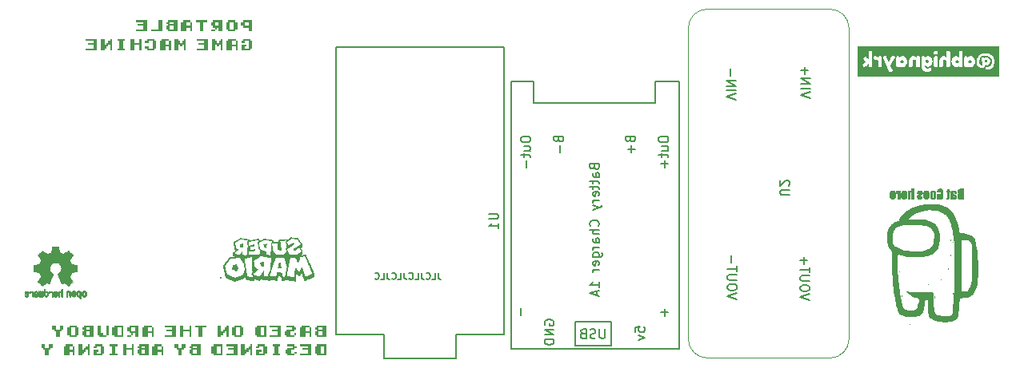
<source format=gbr>
%TF.GenerationSoftware,KiCad,Pcbnew,7.0.5*%
%TF.CreationDate,2023-12-02T12:19:24+05:30*%
%TF.ProjectId,GameBoy-Arduino,47616d65-426f-4792-9d41-726475696e6f,rev?*%
%TF.SameCoordinates,Original*%
%TF.FileFunction,Legend,Bot*%
%TF.FilePolarity,Positive*%
%FSLAX46Y46*%
G04 Gerber Fmt 4.6, Leading zero omitted, Abs format (unit mm)*
G04 Created by KiCad (PCBNEW 7.0.5) date 2023-12-02 12:19:24*
%MOMM*%
%LPD*%
G01*
G04 APERTURE LIST*
%ADD10C,0.250000*%
%ADD11C,0.150000*%
%ADD12C,0.010000*%
%ADD13C,0.120000*%
G04 APERTURE END LIST*
D10*
G36*
X172942358Y-77230000D02*
G01*
X172599930Y-77230000D01*
X172589038Y-77229979D01*
X172578377Y-77229918D01*
X172567946Y-77229817D01*
X172557744Y-77229675D01*
X172538031Y-77229270D01*
X172519238Y-77228702D01*
X172501364Y-77227972D01*
X172484410Y-77227080D01*
X172468376Y-77226026D01*
X172453262Y-77224809D01*
X172439067Y-77223431D01*
X172425792Y-77221890D01*
X172413437Y-77220187D01*
X172402001Y-77218322D01*
X172391486Y-77216294D01*
X172377436Y-77212949D01*
X172365457Y-77209239D01*
X172358283Y-77206504D01*
X172347984Y-77201875D01*
X172338239Y-77196615D01*
X172329047Y-77190723D01*
X172320410Y-77184201D01*
X172312326Y-77177048D01*
X172304797Y-77169263D01*
X172297821Y-77160848D01*
X172291399Y-77151801D01*
X172285530Y-77142123D01*
X172280216Y-77131814D01*
X172278563Y-77128216D01*
X172273919Y-77116743D01*
X172269747Y-77104253D01*
X172266048Y-77090746D01*
X172263844Y-77081175D01*
X172261850Y-77071153D01*
X172260066Y-77060678D01*
X172258492Y-77049751D01*
X172257127Y-77038372D01*
X172255973Y-77026540D01*
X172255028Y-77014257D01*
X172254294Y-77001521D01*
X172253769Y-76988333D01*
X172253454Y-76974692D01*
X172253349Y-76960600D01*
X172253349Y-76930314D01*
X172558408Y-76930314D01*
X172558423Y-76934295D01*
X172558637Y-76945663D01*
X172559110Y-76956163D01*
X172560140Y-76968814D01*
X172561628Y-76979923D01*
X172564133Y-76991641D01*
X172567353Y-77000951D01*
X172573063Y-77009937D01*
X172575032Y-77011748D01*
X172584088Y-77017274D01*
X172594530Y-77021006D01*
X172605120Y-77023408D01*
X172614829Y-77024866D01*
X172625636Y-77025912D01*
X172637543Y-77026545D01*
X172637543Y-76730034D01*
X172634255Y-76730152D01*
X172621888Y-76730843D01*
X172610781Y-76731885D01*
X172600933Y-76733278D01*
X172590394Y-76735513D01*
X172580344Y-76738919D01*
X172571353Y-76744689D01*
X172568319Y-76748795D01*
X172564527Y-76758218D01*
X172562062Y-76769061D01*
X172560545Y-76779693D01*
X172559432Y-76792065D01*
X172558864Y-76802487D01*
X172558522Y-76813887D01*
X172558408Y-76826266D01*
X172558408Y-76930314D01*
X172253349Y-76930314D01*
X172253349Y-76857285D01*
X172253495Y-76843584D01*
X172253933Y-76830327D01*
X172254663Y-76817511D01*
X172255685Y-76805139D01*
X172256998Y-76793209D01*
X172258604Y-76781722D01*
X172260502Y-76770678D01*
X172262691Y-76760076D01*
X172265173Y-76749917D01*
X172267946Y-76740201D01*
X172272654Y-76726457D01*
X172278019Y-76713708D01*
X172284040Y-76701956D01*
X172290718Y-76691200D01*
X172295515Y-76684483D01*
X172303183Y-76674981D01*
X172311418Y-76666165D01*
X172320219Y-76658036D01*
X172329587Y-76650594D01*
X172339522Y-76643840D01*
X172350023Y-76637772D01*
X172361092Y-76632391D01*
X172372727Y-76627697D01*
X172384928Y-76623690D01*
X172397697Y-76620369D01*
X172390413Y-76618585D01*
X172379882Y-76615516D01*
X172369822Y-76611974D01*
X172360235Y-76607959D01*
X172351121Y-76603473D01*
X172342478Y-76598514D01*
X172334308Y-76593083D01*
X172324149Y-76585107D01*
X172314830Y-76576291D01*
X172306350Y-76566636D01*
X172302446Y-76561367D01*
X172297062Y-76552593D01*
X172292245Y-76542776D01*
X172287994Y-76531916D01*
X172284311Y-76520013D01*
X172281194Y-76507067D01*
X172278644Y-76493077D01*
X172277258Y-76483171D01*
X172276125Y-76472801D01*
X172275243Y-76461967D01*
X172274614Y-76450670D01*
X172274236Y-76438909D01*
X172274110Y-76426685D01*
X172274284Y-76408798D01*
X172274342Y-76406901D01*
X172558408Y-76406901D01*
X172558449Y-76418862D01*
X172558569Y-76430200D01*
X172558769Y-76440913D01*
X172559050Y-76451002D01*
X172559621Y-76464966D01*
X172560372Y-76477526D01*
X172561304Y-76488683D01*
X172562826Y-76501374D01*
X172565180Y-76513728D01*
X172568667Y-76523405D01*
X172569320Y-76524517D01*
X172576502Y-76532142D01*
X172585642Y-76536960D01*
X172595596Y-76539714D01*
X172605387Y-76541038D01*
X172616538Y-76541479D01*
X172617851Y-76541481D01*
X172627697Y-76541617D01*
X172637543Y-76541967D01*
X172637543Y-76307983D01*
X172631098Y-76308113D01*
X172619380Y-76308605D01*
X172609225Y-76309407D01*
X172599353Y-76310732D01*
X172588939Y-76313356D01*
X172587308Y-76313992D01*
X172578989Y-76319505D01*
X172572377Y-76327471D01*
X172567201Y-76337048D01*
X172565140Y-76342253D01*
X172562564Y-76351950D01*
X172560890Y-76361763D01*
X172559645Y-76373150D01*
X172558958Y-76383393D01*
X172558546Y-76394643D01*
X172558408Y-76406901D01*
X172274342Y-76406901D01*
X172274808Y-76391529D01*
X172275681Y-76374879D01*
X172276903Y-76358846D01*
X172278475Y-76343432D01*
X172280395Y-76328637D01*
X172282665Y-76314459D01*
X172285284Y-76300900D01*
X172288252Y-76287959D01*
X172291569Y-76275636D01*
X172295236Y-76263931D01*
X172299252Y-76252845D01*
X172303616Y-76242377D01*
X172308330Y-76232527D01*
X172313394Y-76223295D01*
X172318806Y-76214682D01*
X172324501Y-76206523D01*
X172333448Y-76194942D01*
X172342879Y-76184152D01*
X172352796Y-76174151D01*
X172363198Y-76164940D01*
X172374085Y-76156520D01*
X172385458Y-76148889D01*
X172397315Y-76142048D01*
X172409658Y-76135998D01*
X172422486Y-76130737D01*
X172435799Y-76126266D01*
X172445092Y-76123634D01*
X172454899Y-76121171D01*
X172465219Y-76118879D01*
X172476053Y-76116756D01*
X172487400Y-76114803D01*
X172499260Y-76113020D01*
X172511633Y-76111406D01*
X172524520Y-76109963D01*
X172537920Y-76108689D01*
X172551833Y-76107585D01*
X172566260Y-76106651D01*
X172581199Y-76105887D01*
X172596652Y-76105293D01*
X172612619Y-76104868D01*
X172629099Y-76104613D01*
X172646092Y-76104528D01*
X172942358Y-76104528D01*
X172942358Y-77230000D01*
G37*
G36*
X171883913Y-76292279D02*
G01*
X171898327Y-76292794D01*
X171912398Y-76293653D01*
X171926125Y-76294855D01*
X171939509Y-76296400D01*
X171952549Y-76298289D01*
X171965246Y-76300522D01*
X171977599Y-76303098D01*
X171989609Y-76306017D01*
X172001275Y-76309280D01*
X172012598Y-76312887D01*
X172023578Y-76316837D01*
X172034214Y-76321130D01*
X172044506Y-76325767D01*
X172054455Y-76330747D01*
X172064061Y-76336071D01*
X172073299Y-76341620D01*
X172082146Y-76347275D01*
X172090602Y-76353038D01*
X172098667Y-76358907D01*
X172110031Y-76367912D01*
X172120514Y-76377157D01*
X172130118Y-76386642D01*
X172138841Y-76396368D01*
X172146684Y-76406334D01*
X172153647Y-76416541D01*
X172159730Y-76426988D01*
X172164933Y-76437676D01*
X172167980Y-76445064D01*
X172172181Y-76456834D01*
X172175939Y-76469427D01*
X172179256Y-76482845D01*
X172182130Y-76497088D01*
X172183801Y-76507041D01*
X172185275Y-76517360D01*
X172186553Y-76528046D01*
X172187633Y-76539098D01*
X172188518Y-76550516D01*
X172189206Y-76562301D01*
X172189697Y-76574452D01*
X172189992Y-76586969D01*
X172190090Y-76599853D01*
X172190090Y-76667264D01*
X171914096Y-76667264D01*
X171914096Y-76566147D01*
X171914074Y-76557276D01*
X171913959Y-76544822D01*
X171913745Y-76533388D01*
X171913432Y-76522977D01*
X171912861Y-76510685D01*
X171912115Y-76500209D01*
X171910936Y-76489669D01*
X171908478Y-76478709D01*
X171907273Y-76476090D01*
X171900244Y-76468691D01*
X171890297Y-76464970D01*
X171879902Y-76464054D01*
X171875124Y-76464336D01*
X171865601Y-76467037D01*
X171857015Y-76473391D01*
X171851081Y-76482128D01*
X171848906Y-76487417D01*
X171846187Y-76498242D01*
X171844419Y-76509913D01*
X171843332Y-76520984D01*
X171842534Y-76533597D01*
X171842126Y-76544068D01*
X171841881Y-76555407D01*
X171841800Y-76567613D01*
X171841808Y-76570920D01*
X171842009Y-76583428D01*
X171842476Y-76594783D01*
X171843211Y-76604986D01*
X171844505Y-76616119D01*
X171846608Y-76627101D01*
X171850348Y-76637711D01*
X171857959Y-76645127D01*
X171867927Y-76651492D01*
X171877973Y-76657013D01*
X171890221Y-76663173D01*
X171899610Y-76667635D01*
X171909978Y-76672382D01*
X171921325Y-76677412D01*
X171933650Y-76682728D01*
X171946955Y-76688327D01*
X171961238Y-76694211D01*
X171976501Y-76700379D01*
X171992742Y-76706831D01*
X172008580Y-76713078D01*
X172023669Y-76719238D01*
X172038011Y-76725313D01*
X172051605Y-76731301D01*
X172064450Y-76737204D01*
X172076548Y-76743021D01*
X172087897Y-76748752D01*
X172098499Y-76754398D01*
X172108353Y-76759957D01*
X172117459Y-76765431D01*
X172129715Y-76773480D01*
X172140288Y-76781336D01*
X172149178Y-76788999D01*
X172156385Y-76796468D01*
X172162408Y-76804382D01*
X172167839Y-76813467D01*
X172172678Y-76823725D01*
X172176924Y-76835154D01*
X172180578Y-76847756D01*
X172183639Y-76861530D01*
X172185350Y-76871363D01*
X172186799Y-76881718D01*
X172187984Y-76892593D01*
X172188905Y-76903990D01*
X172189564Y-76915907D01*
X172189959Y-76928345D01*
X172190090Y-76941304D01*
X172190090Y-77016775D01*
X172190028Y-77025608D01*
X172189532Y-77042688D01*
X172188540Y-77058987D01*
X172187051Y-77074506D01*
X172185067Y-77089245D01*
X172182586Y-77103203D01*
X172179610Y-77116381D01*
X172176137Y-77128778D01*
X172172168Y-77140395D01*
X172167703Y-77151231D01*
X172162742Y-77161287D01*
X172157284Y-77170562D01*
X172151331Y-77179057D01*
X172144881Y-77186772D01*
X172137936Y-77193706D01*
X172126587Y-77202644D01*
X172118603Y-77207850D01*
X172106456Y-77215028D01*
X172094103Y-77221451D01*
X172081543Y-77227118D01*
X172068778Y-77232030D01*
X172055806Y-77236186D01*
X172042629Y-77239586D01*
X172029245Y-77242231D01*
X172015655Y-77244120D01*
X172001859Y-77245253D01*
X171987857Y-77245631D01*
X171977143Y-77245406D01*
X171966708Y-77244729D01*
X171956552Y-77243602D01*
X171946676Y-77242025D01*
X171933941Y-77239220D01*
X171921702Y-77235613D01*
X171909959Y-77231205D01*
X171898712Y-77225996D01*
X171887962Y-77219986D01*
X171882829Y-77216791D01*
X171873273Y-77210472D01*
X171864663Y-77204243D01*
X171855232Y-77196587D01*
X171847280Y-77189074D01*
X171839690Y-77180246D01*
X171834228Y-77171625D01*
X171834228Y-77230000D01*
X171548709Y-77230000D01*
X171548709Y-76800132D01*
X171841800Y-76800132D01*
X171841800Y-76977452D01*
X171841826Y-76985876D01*
X171841961Y-76997699D01*
X171842212Y-77008548D01*
X171842579Y-77018422D01*
X171843249Y-77030071D01*
X171844125Y-77039987D01*
X171845509Y-77049947D01*
X171848394Y-77060251D01*
X171849246Y-77061877D01*
X171856013Y-77068948D01*
X171865220Y-77072621D01*
X171875994Y-77073684D01*
X171882594Y-77073243D01*
X171892730Y-77070225D01*
X171900626Y-77064347D01*
X171906280Y-77055610D01*
X171909325Y-77045071D01*
X171911043Y-77034453D01*
X171912142Y-77024103D01*
X171912997Y-77012104D01*
X171913478Y-77002024D01*
X171913821Y-76991016D01*
X171914027Y-76979080D01*
X171914096Y-76966217D01*
X171914057Y-76958549D01*
X171913851Y-76947488D01*
X171913470Y-76936954D01*
X171912913Y-76926948D01*
X171911895Y-76914429D01*
X171910565Y-76902848D01*
X171908923Y-76892207D01*
X171906967Y-76882504D01*
X171904082Y-76871695D01*
X171901833Y-76865588D01*
X171896434Y-76855133D01*
X171890629Y-76846519D01*
X171883504Y-76837684D01*
X171875059Y-76828628D01*
X171867858Y-76821691D01*
X171859915Y-76814629D01*
X171851229Y-76807443D01*
X171841800Y-76800132D01*
X171548709Y-76800132D01*
X171548709Y-76767648D01*
X171548723Y-76753706D01*
X171548767Y-76740060D01*
X171548839Y-76726709D01*
X171548941Y-76713655D01*
X171549072Y-76700896D01*
X171549232Y-76688433D01*
X171549421Y-76676266D01*
X171549640Y-76664394D01*
X171549887Y-76652818D01*
X171550163Y-76641538D01*
X171550469Y-76630554D01*
X171550804Y-76619866D01*
X171551167Y-76609473D01*
X171551560Y-76599376D01*
X171552433Y-76580069D01*
X171553423Y-76561946D01*
X171554528Y-76545005D01*
X171555751Y-76529248D01*
X171557089Y-76514673D01*
X171558544Y-76501282D01*
X171560115Y-76489074D01*
X171561803Y-76478048D01*
X171563607Y-76468206D01*
X171566875Y-76454532D01*
X171571181Y-76441261D01*
X171576526Y-76428394D01*
X171582910Y-76415930D01*
X171590333Y-76403870D01*
X171598795Y-76392214D01*
X171605014Y-76384667D01*
X171611695Y-76377300D01*
X171618837Y-76370112D01*
X171626441Y-76363103D01*
X171634506Y-76356274D01*
X171643034Y-76349624D01*
X171652023Y-76343154D01*
X171661515Y-76336972D01*
X171671551Y-76331190D01*
X171682131Y-76325806D01*
X171693254Y-76320821D01*
X171704922Y-76316235D01*
X171717133Y-76312047D01*
X171729888Y-76308258D01*
X171743187Y-76304869D01*
X171757030Y-76301878D01*
X171771416Y-76299285D01*
X171786346Y-76297092D01*
X171801820Y-76295297D01*
X171817838Y-76293902D01*
X171834400Y-76292905D01*
X171851506Y-76292306D01*
X171869155Y-76292107D01*
X171883913Y-76292279D01*
G37*
G36*
X171164026Y-76182686D02*
G01*
X171164026Y-76323370D01*
X171089288Y-76323370D01*
X171089288Y-76479685D01*
X171164026Y-76479685D01*
X171164026Y-76968904D01*
X171163998Y-76979672D01*
X171163915Y-76989810D01*
X171163687Y-77003836D01*
X171163334Y-77016445D01*
X171162857Y-77027638D01*
X171162255Y-77037414D01*
X171161259Y-77048245D01*
X171159703Y-77058241D01*
X171156943Y-77065624D01*
X171147800Y-77069520D01*
X171135974Y-77071409D01*
X171125542Y-77072354D01*
X171113072Y-77073047D01*
X171102382Y-77073401D01*
X171090546Y-77073613D01*
X171077564Y-77073684D01*
X171077564Y-77230000D01*
X171197243Y-77230000D01*
X171208971Y-77229968D01*
X171220282Y-77229874D01*
X171231175Y-77229716D01*
X171241649Y-77229496D01*
X171251706Y-77229212D01*
X171266008Y-77228669D01*
X171279370Y-77227984D01*
X171291791Y-77227158D01*
X171303272Y-77226190D01*
X171313813Y-77225080D01*
X171326405Y-77223380D01*
X171334752Y-77221939D01*
X171345109Y-77219520D01*
X171355177Y-77216413D01*
X171364954Y-77212620D01*
X171374441Y-77208140D01*
X171383639Y-77202973D01*
X171392546Y-77197118D01*
X171401163Y-77190577D01*
X171409490Y-77183349D01*
X171417230Y-77175591D01*
X171424206Y-77167580D01*
X171430419Y-77159318D01*
X171435868Y-77150804D01*
X171440555Y-77142038D01*
X171444478Y-77133020D01*
X171447638Y-77123750D01*
X171450034Y-77114228D01*
X171451866Y-77103031D01*
X171453080Y-77092600D01*
X171454156Y-77080426D01*
X171455095Y-77066508D01*
X171455644Y-77056261D01*
X171456133Y-77045240D01*
X171456560Y-77033444D01*
X171456927Y-77020873D01*
X171457232Y-77007527D01*
X171457476Y-76993407D01*
X171457659Y-76978512D01*
X171457781Y-76962842D01*
X171457843Y-76946398D01*
X171457850Y-76937885D01*
X171457850Y-76479685D01*
X171517690Y-76479685D01*
X171517690Y-76323370D01*
X171457850Y-76323370D01*
X171457850Y-76182686D01*
X171164026Y-76182686D01*
G37*
G36*
X170112805Y-76526580D02*
G01*
X170417620Y-76526580D01*
X170417620Y-76422044D01*
X170417648Y-76411053D01*
X170417731Y-76400612D01*
X170417869Y-76390720D01*
X170418180Y-76376913D01*
X170418616Y-76364342D01*
X170419176Y-76353007D01*
X170419861Y-76342909D01*
X170420968Y-76331369D01*
X170422662Y-76320035D01*
X170424703Y-76312135D01*
X170429389Y-76303373D01*
X170437399Y-76296508D01*
X170446951Y-76293065D01*
X170457187Y-76292107D01*
X170467216Y-76293176D01*
X170476492Y-76296932D01*
X170484306Y-76304279D01*
X170487229Y-76309204D01*
X170490370Y-76319781D01*
X170492141Y-76331129D01*
X170493274Y-76342482D01*
X170493959Y-76352325D01*
X170494502Y-76363305D01*
X170494903Y-76375423D01*
X170495163Y-76388678D01*
X170495281Y-76403072D01*
X170495289Y-76408122D01*
X170495289Y-76930558D01*
X170495216Y-76943567D01*
X170494997Y-76955665D01*
X170494632Y-76966854D01*
X170494121Y-76977132D01*
X170493213Y-76989420D01*
X170492045Y-77000091D01*
X170490221Y-77011153D01*
X170487496Y-77021091D01*
X170486985Y-77022393D01*
X170481871Y-77031155D01*
X170473819Y-77038020D01*
X170464618Y-77041463D01*
X170454989Y-77042421D01*
X170444232Y-77041346D01*
X170433855Y-77037484D01*
X170425524Y-77030813D01*
X170419913Y-77022672D01*
X170418597Y-77019951D01*
X170415194Y-77009781D01*
X170412896Y-76998644D01*
X170411409Y-76987990D01*
X170410236Y-76975788D01*
X170409561Y-76965619D01*
X170409062Y-76954579D01*
X170408739Y-76942667D01*
X170408593Y-76929883D01*
X170408583Y-76925429D01*
X170408583Y-76807948D01*
X170466957Y-76807948D01*
X170466957Y-76620369D01*
X170112805Y-76620369D01*
X170112805Y-77230000D01*
X170308199Y-77230000D01*
X170331402Y-77161612D01*
X170337287Y-77170958D01*
X170343950Y-77179823D01*
X170351392Y-77188207D01*
X170359612Y-77196111D01*
X170368611Y-77203533D01*
X170378388Y-77210475D01*
X170388944Y-77216936D01*
X170400279Y-77222916D01*
X170409211Y-77226976D01*
X170418422Y-77230636D01*
X170427913Y-77233897D01*
X170437682Y-77236758D01*
X170447731Y-77239220D01*
X170458058Y-77241283D01*
X170468665Y-77242947D01*
X170479551Y-77244211D01*
X170490716Y-77245076D01*
X170502159Y-77245542D01*
X170509944Y-77245631D01*
X170523876Y-77245318D01*
X170537644Y-77244377D01*
X170551250Y-77242810D01*
X170564692Y-77240616D01*
X170577972Y-77237796D01*
X170591088Y-77234348D01*
X170604041Y-77230274D01*
X170616830Y-77225573D01*
X170629457Y-77220245D01*
X170641921Y-77214290D01*
X170650139Y-77209972D01*
X170662135Y-77203089D01*
X170673578Y-77195907D01*
X170684466Y-77188423D01*
X170694801Y-77180640D01*
X170704582Y-77172555D01*
X170713809Y-77164170D01*
X170722482Y-77155485D01*
X170730602Y-77146499D01*
X170738167Y-77137213D01*
X170745179Y-77127625D01*
X170749546Y-77121067D01*
X170755686Y-77111089D01*
X170761375Y-77101029D01*
X170766614Y-77090887D01*
X170771402Y-77080664D01*
X170775739Y-77070359D01*
X170779625Y-77059973D01*
X170783060Y-77049505D01*
X170786045Y-77038956D01*
X170788579Y-77028325D01*
X170790662Y-77017612D01*
X170791800Y-77010425D01*
X170793284Y-76999128D01*
X170794622Y-76986852D01*
X170795814Y-76973597D01*
X170796860Y-76959363D01*
X170797477Y-76949330D01*
X170798028Y-76938862D01*
X170798515Y-76927959D01*
X170798936Y-76916621D01*
X170799293Y-76904847D01*
X170799585Y-76892639D01*
X170799812Y-76879996D01*
X170799974Y-76866917D01*
X170800072Y-76853404D01*
X170800104Y-76839455D01*
X170800104Y-76514124D01*
X170800087Y-76504330D01*
X170799950Y-76485243D01*
X170799675Y-76466822D01*
X170799263Y-76449067D01*
X170798713Y-76431977D01*
X170798026Y-76415554D01*
X170797202Y-76399796D01*
X170796240Y-76384705D01*
X170795141Y-76370279D01*
X170793905Y-76356520D01*
X170792531Y-76343426D01*
X170791019Y-76330998D01*
X170789371Y-76319236D01*
X170787585Y-76308140D01*
X170785661Y-76297710D01*
X170783601Y-76287946D01*
X170782519Y-76283314D01*
X170778598Y-76269772D01*
X170773523Y-76256441D01*
X170767292Y-76243320D01*
X170762497Y-76234689D01*
X170757189Y-76226152D01*
X170751367Y-76217709D01*
X170745032Y-76209358D01*
X170738184Y-76201102D01*
X170730822Y-76192939D01*
X170722947Y-76184869D01*
X170714559Y-76176893D01*
X170705657Y-76169011D01*
X170696243Y-76161222D01*
X170686314Y-76153526D01*
X170681158Y-76149713D01*
X170670529Y-76142349D01*
X170659523Y-76135460D01*
X170648142Y-76129045D01*
X170636385Y-76123106D01*
X170624252Y-76117642D01*
X170611743Y-76112653D01*
X170598859Y-76108140D01*
X170585598Y-76104101D01*
X170571961Y-76100538D01*
X170557949Y-76097449D01*
X170543560Y-76094836D01*
X170528796Y-76092698D01*
X170513656Y-76091035D01*
X170498140Y-76089847D01*
X170482248Y-76089134D01*
X170465980Y-76088897D01*
X170449999Y-76089101D01*
X170434358Y-76089714D01*
X170419057Y-76090734D01*
X170404095Y-76092164D01*
X170389473Y-76094001D01*
X170375190Y-76096247D01*
X170361247Y-76098901D01*
X170347644Y-76101964D01*
X170334381Y-76105435D01*
X170321457Y-76109314D01*
X170308873Y-76113602D01*
X170296628Y-76118298D01*
X170284723Y-76123402D01*
X170273158Y-76128915D01*
X170261932Y-76134836D01*
X170251046Y-76141165D01*
X170240533Y-76147775D01*
X170230488Y-76154537D01*
X170220910Y-76161452D01*
X170211799Y-76168520D01*
X170203157Y-76175741D01*
X170194981Y-76183114D01*
X170187273Y-76190639D01*
X170180033Y-76198318D01*
X170173260Y-76206149D01*
X170166954Y-76214132D01*
X170161116Y-76222269D01*
X170155746Y-76230558D01*
X170148567Y-76243277D01*
X170142439Y-76256341D01*
X170138939Y-76265240D01*
X170134268Y-76279258D01*
X170131410Y-76289219D01*
X170128756Y-76299671D01*
X170126306Y-76310616D01*
X170124060Y-76322054D01*
X170122018Y-76333984D01*
X170120181Y-76346406D01*
X170118547Y-76359320D01*
X170117118Y-76372727D01*
X170115893Y-76386626D01*
X170114872Y-76401017D01*
X170114055Y-76415900D01*
X170113443Y-76431276D01*
X170113034Y-76447144D01*
X170112830Y-76463505D01*
X170112805Y-76471870D01*
X170112805Y-76526580D01*
G37*
G36*
X169733829Y-76292280D02*
G01*
X169747528Y-76292798D01*
X169760917Y-76293661D01*
X169773994Y-76294870D01*
X169786761Y-76296424D01*
X169799216Y-76298324D01*
X169811360Y-76300569D01*
X169823194Y-76303159D01*
X169834716Y-76306095D01*
X169845928Y-76309376D01*
X169856828Y-76313002D01*
X169867417Y-76316974D01*
X169877695Y-76321291D01*
X169887663Y-76325954D01*
X169897319Y-76330962D01*
X169906664Y-76336315D01*
X169915677Y-76341953D01*
X169924337Y-76347817D01*
X169932644Y-76353906D01*
X169940598Y-76360220D01*
X169948199Y-76366759D01*
X169955448Y-76373524D01*
X169962343Y-76380513D01*
X169972023Y-76391420D01*
X169980910Y-76402833D01*
X169989002Y-76414753D01*
X169996300Y-76427179D01*
X170002804Y-76440112D01*
X170008513Y-76453551D01*
X170011914Y-76462863D01*
X170015096Y-76472602D01*
X170018059Y-76482769D01*
X170020802Y-76493363D01*
X170023325Y-76504385D01*
X170025629Y-76515833D01*
X170027714Y-76527710D01*
X170029579Y-76540013D01*
X170031225Y-76552745D01*
X170032651Y-76565903D01*
X170033858Y-76579489D01*
X170034846Y-76593503D01*
X170035614Y-76607943D01*
X170036162Y-76622812D01*
X170036491Y-76638107D01*
X170036601Y-76653831D01*
X170036601Y-76885861D01*
X170036541Y-76900171D01*
X170036361Y-76914033D01*
X170036060Y-76927449D01*
X170035639Y-76940419D01*
X170035098Y-76952942D01*
X170034437Y-76965019D01*
X170033656Y-76976649D01*
X170032754Y-76987833D01*
X170031732Y-76998570D01*
X170030590Y-77008860D01*
X170028652Y-77023459D01*
X170026443Y-77037053D01*
X170023964Y-77049643D01*
X170021214Y-77061228D01*
X170019178Y-77068521D01*
X170015816Y-77079217D01*
X170012085Y-77089621D01*
X170007985Y-77099733D01*
X170003516Y-77109553D01*
X169998677Y-77119082D01*
X169993469Y-77128318D01*
X169987892Y-77137263D01*
X169981946Y-77145915D01*
X169975630Y-77154276D01*
X169968946Y-77162344D01*
X169964254Y-77167512D01*
X169956793Y-77174954D01*
X169948826Y-77182021D01*
X169940353Y-77188715D01*
X169931372Y-77195036D01*
X169921886Y-77200983D01*
X169911892Y-77206556D01*
X169901392Y-77211756D01*
X169890385Y-77216582D01*
X169878872Y-77221035D01*
X169866852Y-77225115D01*
X169858561Y-77227599D01*
X169845717Y-77231025D01*
X169832383Y-77234091D01*
X169818560Y-77236795D01*
X169804248Y-77239140D01*
X169794434Y-77240502D01*
X169784403Y-77241704D01*
X169774154Y-77242746D01*
X169763688Y-77243627D01*
X169753005Y-77244349D01*
X169742103Y-77244910D01*
X169730985Y-77245310D01*
X169719648Y-77245551D01*
X169708094Y-77245631D01*
X169702862Y-77245607D01*
X169692508Y-77245419D01*
X169682303Y-77245041D01*
X169672247Y-77244474D01*
X169662340Y-77243718D01*
X169652582Y-77242774D01*
X169638224Y-77241003D01*
X169624200Y-77238807D01*
X169610512Y-77236186D01*
X169597158Y-77233140D01*
X169584139Y-77229668D01*
X169571455Y-77225772D01*
X169559106Y-77221451D01*
X169551046Y-77218324D01*
X169539300Y-77213239D01*
X169527965Y-77207682D01*
X169517043Y-77201653D01*
X169506533Y-77195151D01*
X169496435Y-77188177D01*
X169486749Y-77180731D01*
X169477476Y-77172813D01*
X169468614Y-77164422D01*
X169460165Y-77155559D01*
X169452128Y-77146224D01*
X169446992Y-77139816D01*
X169439721Y-77130099D01*
X169432970Y-77120258D01*
X169426738Y-77110293D01*
X169421026Y-77100203D01*
X169415833Y-77089988D01*
X169411160Y-77079649D01*
X169407006Y-77069185D01*
X169403372Y-77058597D01*
X169400257Y-77047885D01*
X169397662Y-77037048D01*
X169396880Y-77033336D01*
X169394685Y-77021447D01*
X169392713Y-77008424D01*
X169390964Y-76994267D01*
X169390134Y-76986245D01*
X169678053Y-76986245D01*
X169678078Y-76993283D01*
X169678214Y-77003215D01*
X169678574Y-77015287D01*
X169679141Y-77026025D01*
X169680139Y-77037568D01*
X169681762Y-77048664D01*
X169684647Y-77058785D01*
X169685072Y-77059702D01*
X169691413Y-77067864D01*
X169700814Y-77072506D01*
X169710781Y-77073684D01*
X169711945Y-77073668D01*
X169722325Y-77071750D01*
X169731099Y-77065949D01*
X169736671Y-77057320D01*
X169738274Y-77052435D01*
X169740277Y-77042360D01*
X169741580Y-77031445D01*
X169742381Y-77021065D01*
X169742969Y-77009219D01*
X169743269Y-76999373D01*
X169743450Y-76988703D01*
X169743510Y-76977208D01*
X169743510Y-76563217D01*
X169743483Y-76554846D01*
X169743343Y-76543075D01*
X169743082Y-76532243D01*
X169742702Y-76522352D01*
X169742007Y-76510627D01*
X169741099Y-76500573D01*
X169739663Y-76490356D01*
X169736671Y-76479441D01*
X169736216Y-76478495D01*
X169729607Y-76470065D01*
X169720054Y-76465271D01*
X169710048Y-76464054D01*
X169708840Y-76464069D01*
X169699148Y-76465533D01*
X169690188Y-76470576D01*
X169684403Y-76479197D01*
X169682914Y-76483822D01*
X169681054Y-76493909D01*
X169679845Y-76505200D01*
X169679101Y-76516122D01*
X169678555Y-76528724D01*
X169678276Y-76539277D01*
X169678108Y-76550774D01*
X169678053Y-76563217D01*
X169678053Y-76986245D01*
X169390134Y-76986245D01*
X169389922Y-76984200D01*
X169388980Y-76973628D01*
X169388136Y-76962554D01*
X169387392Y-76950975D01*
X169386747Y-76938893D01*
X169386201Y-76926306D01*
X169385755Y-76913217D01*
X169385408Y-76899623D01*
X169385160Y-76885525D01*
X169385011Y-76870924D01*
X169384961Y-76855819D01*
X169384961Y-76634047D01*
X169384975Y-76628034D01*
X169385083Y-76616293D01*
X169385301Y-76604932D01*
X169385627Y-76593951D01*
X169386062Y-76583349D01*
X169386606Y-76573127D01*
X169387626Y-76558506D01*
X169388890Y-76544740D01*
X169390399Y-76531828D01*
X169392153Y-76519770D01*
X169394152Y-76508566D01*
X169396395Y-76498217D01*
X169398883Y-76488722D01*
X169401658Y-76479635D01*
X169406012Y-76467598D01*
X169411115Y-76455653D01*
X169415432Y-76446755D01*
X169420171Y-76437908D01*
X169425330Y-76429112D01*
X169430910Y-76420368D01*
X169436910Y-76411675D01*
X169443332Y-76403034D01*
X169450174Y-76394445D01*
X169454967Y-76388775D01*
X169462615Y-76380531D01*
X169470812Y-76372600D01*
X169479559Y-76364983D01*
X169488856Y-76357679D01*
X169498702Y-76350689D01*
X169509098Y-76344012D01*
X169520043Y-76337649D01*
X169531537Y-76331599D01*
X169543582Y-76325862D01*
X169556175Y-76320439D01*
X169564857Y-76317008D01*
X169578267Y-76312277D01*
X169592140Y-76308044D01*
X169601647Y-76305498D01*
X169611359Y-76303174D01*
X169621278Y-76301071D01*
X169631402Y-76299190D01*
X169641733Y-76297530D01*
X169652270Y-76296091D01*
X169663013Y-76294874D01*
X169673961Y-76293878D01*
X169685116Y-76293103D01*
X169696478Y-76292550D01*
X169708045Y-76292218D01*
X169719818Y-76292107D01*
X169733829Y-76292280D01*
G37*
G36*
X169018725Y-76292254D02*
G01*
X169030649Y-76292695D01*
X169042401Y-76293429D01*
X169053982Y-76294458D01*
X169065390Y-76295780D01*
X169076627Y-76297396D01*
X169087693Y-76299306D01*
X169098586Y-76301510D01*
X169109308Y-76304008D01*
X169119858Y-76306800D01*
X169130237Y-76309885D01*
X169140443Y-76313265D01*
X169150478Y-76316938D01*
X169160342Y-76320905D01*
X169170033Y-76325166D01*
X169179553Y-76329720D01*
X169184229Y-76332088D01*
X169193332Y-76337019D01*
X169202106Y-76342209D01*
X169210550Y-76347659D01*
X169218663Y-76353368D01*
X169226446Y-76359337D01*
X169237502Y-76368776D01*
X169247816Y-76378800D01*
X169257386Y-76389407D01*
X169266214Y-76400598D01*
X169274299Y-76412374D01*
X169281641Y-76424733D01*
X169288241Y-76437676D01*
X169292263Y-76446694D01*
X169296026Y-76456101D01*
X169299530Y-76465897D01*
X169302773Y-76476083D01*
X169305758Y-76486658D01*
X169308483Y-76497622D01*
X169310948Y-76508976D01*
X169313154Y-76520718D01*
X169315100Y-76532850D01*
X169316787Y-76545372D01*
X169318214Y-76558282D01*
X169319382Y-76571582D01*
X169320290Y-76585271D01*
X169320939Y-76599349D01*
X169321328Y-76613817D01*
X169321458Y-76628674D01*
X169321458Y-76892700D01*
X169321444Y-76899019D01*
X169321329Y-76911378D01*
X169321100Y-76923365D01*
X169320757Y-76934980D01*
X169320299Y-76946223D01*
X169319726Y-76957094D01*
X169319039Y-76967592D01*
X169318238Y-76977719D01*
X169317322Y-76987473D01*
X169315734Y-77001407D01*
X169313887Y-77014504D01*
X169311784Y-77026764D01*
X169309422Y-77038186D01*
X169306803Y-77048771D01*
X169304849Y-77055515D01*
X169301569Y-77065501D01*
X169297873Y-77075333D01*
X169293761Y-77085010D01*
X169289232Y-77094532D01*
X169284287Y-77103901D01*
X169278925Y-77113114D01*
X169273147Y-77122173D01*
X169266953Y-77131077D01*
X169260342Y-77139827D01*
X169253314Y-77148422D01*
X169248343Y-77154025D01*
X169240445Y-77162142D01*
X169232019Y-77169916D01*
X169223066Y-77177346D01*
X169213584Y-77184433D01*
X169203574Y-77191176D01*
X169193036Y-77197576D01*
X169181970Y-77203633D01*
X169170376Y-77209346D01*
X169158253Y-77214715D01*
X169145603Y-77219741D01*
X169132508Y-77224368D01*
X169119053Y-77228540D01*
X169105237Y-77232256D01*
X169091061Y-77235518D01*
X169081409Y-77237439D01*
X169071598Y-77239159D01*
X169061626Y-77240676D01*
X169051493Y-77241990D01*
X169041201Y-77243103D01*
X169030748Y-77244013D01*
X169020135Y-77244721D01*
X169009361Y-77245227D01*
X168998428Y-77245530D01*
X168987334Y-77245631D01*
X168975942Y-77245529D01*
X168964787Y-77245223D01*
X168953869Y-77244712D01*
X168943187Y-77243998D01*
X168932742Y-77243079D01*
X168922533Y-77241956D01*
X168912561Y-77240629D01*
X168898047Y-77238255D01*
X168884065Y-77235422D01*
X168870615Y-77232130D01*
X168857698Y-77228379D01*
X168845313Y-77224167D01*
X168833461Y-77219497D01*
X168825821Y-77216129D01*
X168814675Y-77210698D01*
X168803907Y-77204812D01*
X168793518Y-77198471D01*
X168783505Y-77191674D01*
X168773871Y-77184423D01*
X168764615Y-77176716D01*
X168755736Y-77168555D01*
X168747235Y-77159938D01*
X168739112Y-77150866D01*
X168731367Y-77141339D01*
X168726416Y-77134832D01*
X168719425Y-77125167D01*
X168712957Y-77115618D01*
X168707014Y-77106184D01*
X168701594Y-77096867D01*
X168696699Y-77087666D01*
X168692327Y-77078580D01*
X168687312Y-77066647D01*
X168683229Y-77054919D01*
X168680076Y-77043398D01*
X168679400Y-77040491D01*
X168676910Y-77028113D01*
X168675268Y-77018043D01*
X168673819Y-77007298D01*
X168672563Y-76995880D01*
X168671500Y-76983788D01*
X168670631Y-76971022D01*
X168669955Y-76957582D01*
X168669472Y-76943467D01*
X168669257Y-76933683D01*
X168669128Y-76923600D01*
X168669085Y-76913217D01*
X168669085Y-76839211D01*
X168947766Y-76839211D01*
X168947766Y-76966706D01*
X168947848Y-76978671D01*
X168948093Y-76989838D01*
X168948501Y-77000207D01*
X168949298Y-77012789D01*
X168950386Y-77023952D01*
X168951764Y-77033695D01*
X168953893Y-77043877D01*
X168957048Y-77053168D01*
X168957645Y-77054430D01*
X168963640Y-77063085D01*
X168971803Y-77069176D01*
X168982134Y-77072702D01*
X168992951Y-77073684D01*
X168996684Y-77073553D01*
X169006518Y-77071589D01*
X169015043Y-77066642D01*
X169021039Y-77058785D01*
X169023894Y-77049998D01*
X169025783Y-77039024D01*
X169026964Y-77027453D01*
X169027651Y-77016607D01*
X169028109Y-77004349D01*
X169028302Y-76994229D01*
X169028367Y-76983314D01*
X169028367Y-76792316D01*
X168669085Y-76792316D01*
X168669085Y-76664577D01*
X168669208Y-76648167D01*
X168669490Y-76636001D01*
X168962909Y-76636001D01*
X169028367Y-76636001D01*
X169028367Y-76573719D01*
X169028317Y-76559444D01*
X169028169Y-76546293D01*
X169027922Y-76534268D01*
X169027577Y-76523367D01*
X169026962Y-76510582D01*
X169026172Y-76499797D01*
X169024938Y-76489128D01*
X169022749Y-76479441D01*
X169021066Y-76475835D01*
X169013565Y-76468397D01*
X169004293Y-76465016D01*
X168993684Y-76464054D01*
X168991500Y-76464125D01*
X168981926Y-76466630D01*
X168973984Y-76473517D01*
X168969504Y-76482372D01*
X168966934Y-76493004D01*
X168965485Y-76503804D01*
X168964558Y-76514368D01*
X168963837Y-76526641D01*
X168963431Y-76536968D01*
X168963141Y-76548257D01*
X168962967Y-76560507D01*
X168962909Y-76573719D01*
X168962909Y-76636001D01*
X168669490Y-76636001D01*
X168669578Y-76632215D01*
X168670193Y-76616721D01*
X168671055Y-76601685D01*
X168672162Y-76587107D01*
X168673516Y-76572986D01*
X168675116Y-76559324D01*
X168676962Y-76546120D01*
X168679054Y-76533373D01*
X168681393Y-76521085D01*
X168683977Y-76509254D01*
X168686808Y-76497882D01*
X168689885Y-76486967D01*
X168693208Y-76476510D01*
X168696777Y-76466512D01*
X168700593Y-76456971D01*
X168704683Y-76447774D01*
X168709137Y-76438805D01*
X168713956Y-76430066D01*
X168719140Y-76421556D01*
X168724688Y-76413274D01*
X168730600Y-76405222D01*
X168736877Y-76397399D01*
X168743518Y-76389804D01*
X168750524Y-76382439D01*
X168757894Y-76375302D01*
X168765629Y-76368395D01*
X168773728Y-76361716D01*
X168782192Y-76355267D01*
X168791020Y-76349046D01*
X168800212Y-76343054D01*
X168809769Y-76337292D01*
X168819669Y-76331820D01*
X168829889Y-76326702D01*
X168840429Y-76321936D01*
X168851290Y-76317523D01*
X168862472Y-76313464D01*
X168873975Y-76309757D01*
X168885797Y-76306404D01*
X168897941Y-76303403D01*
X168910405Y-76300756D01*
X168923189Y-76298461D01*
X168936295Y-76296520D01*
X168949720Y-76294931D01*
X168963467Y-76293695D01*
X168977534Y-76292813D01*
X168991921Y-76292283D01*
X169006629Y-76292107D01*
X169018725Y-76292254D01*
G37*
G36*
X168015736Y-76620369D02*
G01*
X168277320Y-76620369D01*
X168277320Y-76559797D01*
X168277373Y-76547839D01*
X168277534Y-76536788D01*
X168277803Y-76526642D01*
X168278328Y-76514523D01*
X168279043Y-76504015D01*
X168280206Y-76493145D01*
X168281995Y-76483422D01*
X168283426Y-76478953D01*
X168289534Y-76470470D01*
X168298693Y-76465814D01*
X168308493Y-76464185D01*
X168312735Y-76464054D01*
X168322835Y-76465078D01*
X168332290Y-76468618D01*
X168340541Y-76475431D01*
X168341800Y-76476999D01*
X168346952Y-76486463D01*
X168349700Y-76496233D01*
X168351102Y-76506384D01*
X168351560Y-76516276D01*
X168351570Y-76518032D01*
X168351486Y-76527813D01*
X168351145Y-76539041D01*
X168350541Y-76549160D01*
X168349471Y-76559839D01*
X168347744Y-76570279D01*
X168346196Y-76576406D01*
X168342105Y-76585611D01*
X168336221Y-76594141D01*
X168329467Y-76601806D01*
X168321132Y-76609797D01*
X168312979Y-76616706D01*
X168305049Y-76622602D01*
X168295180Y-76629177D01*
X168286506Y-76634555D01*
X168276742Y-76640314D01*
X168265887Y-76646456D01*
X168253941Y-76652980D01*
X168240905Y-76659885D01*
X168231609Y-76664702D01*
X168221828Y-76669688D01*
X168211562Y-76674843D01*
X168200811Y-76680169D01*
X168195254Y-76682896D01*
X168180255Y-76690380D01*
X168165911Y-76697813D01*
X168152221Y-76705195D01*
X168139185Y-76712525D01*
X168126804Y-76719804D01*
X168115078Y-76727031D01*
X168104006Y-76734207D01*
X168093588Y-76741331D01*
X168083825Y-76748403D01*
X168074717Y-76755424D01*
X168066263Y-76762394D01*
X168058463Y-76769312D01*
X168051318Y-76776178D01*
X168041827Y-76786381D01*
X168033810Y-76796468D01*
X168026782Y-76807054D01*
X168020446Y-76818476D01*
X168014801Y-76830736D01*
X168009847Y-76843832D01*
X168005585Y-76857766D01*
X168003127Y-76867521D01*
X168000976Y-76877647D01*
X167999133Y-76888146D01*
X167997597Y-76899017D01*
X167996368Y-76910260D01*
X167995447Y-76921875D01*
X167994832Y-76933861D01*
X167994525Y-76946221D01*
X167994487Y-76952540D01*
X167994604Y-76966462D01*
X167994956Y-76979960D01*
X167995543Y-76993031D01*
X167996364Y-77005678D01*
X167997420Y-77017898D01*
X167998711Y-77029694D01*
X168000237Y-77041063D01*
X168001997Y-77052008D01*
X168003992Y-77062526D01*
X168006222Y-77072619D01*
X168008686Y-77082287D01*
X168012823Y-77095991D01*
X168017487Y-77108737D01*
X168022680Y-77120526D01*
X168024528Y-77124242D01*
X168030465Y-77134995D01*
X168037102Y-77145271D01*
X168044439Y-77155071D01*
X168052475Y-77164394D01*
X168061211Y-77173240D01*
X168070647Y-77181610D01*
X168080783Y-77189503D01*
X168091619Y-77196920D01*
X168103154Y-77203860D01*
X168115390Y-77210324D01*
X168123935Y-77214368D01*
X168137230Y-77219955D01*
X168151009Y-77224993D01*
X168160465Y-77228046D01*
X168170136Y-77230854D01*
X168180023Y-77233419D01*
X168190126Y-77235739D01*
X168200444Y-77237815D01*
X168210978Y-77239647D01*
X168221728Y-77241235D01*
X168232693Y-77242578D01*
X168243874Y-77243677D01*
X168255270Y-77244532D01*
X168266882Y-77245143D01*
X168278710Y-77245509D01*
X168290753Y-77245631D01*
X168304069Y-77245496D01*
X168317150Y-77245089D01*
X168329997Y-77244412D01*
X168342609Y-77243463D01*
X168354986Y-77242244D01*
X168367129Y-77240754D01*
X168379036Y-77238993D01*
X168390710Y-77236960D01*
X168402148Y-77234657D01*
X168413352Y-77232083D01*
X168424321Y-77229238D01*
X168435055Y-77226122D01*
X168445554Y-77222735D01*
X168455819Y-77219077D01*
X168465850Y-77215148D01*
X168475645Y-77210949D01*
X168485106Y-77206516D01*
X168494192Y-77201889D01*
X168502905Y-77197067D01*
X168515272Y-77189469D01*
X168526799Y-77181433D01*
X168537483Y-77172960D01*
X168547326Y-77164048D01*
X168556328Y-77154699D01*
X168564488Y-77144911D01*
X168571807Y-77134686D01*
X168578284Y-77124023D01*
X168582135Y-77116671D01*
X168587329Y-77104982D01*
X168592012Y-77092262D01*
X168596185Y-77078512D01*
X168598683Y-77068773D01*
X168600953Y-77058575D01*
X168602997Y-77047920D01*
X168604813Y-77036807D01*
X168606403Y-77025236D01*
X168607765Y-77013207D01*
X168608901Y-77000720D01*
X168609809Y-76987775D01*
X168610490Y-76974373D01*
X168610944Y-76960512D01*
X168611171Y-76946193D01*
X168611200Y-76938862D01*
X168611200Y-76886106D01*
X168349616Y-76886106D01*
X168349616Y-76955715D01*
X168349545Y-76969688D01*
X168349332Y-76982665D01*
X168348978Y-76994647D01*
X168348482Y-77005632D01*
X168347845Y-77015621D01*
X168346774Y-77027391D01*
X168345452Y-77037389D01*
X168343445Y-77047397D01*
X168341556Y-77053412D01*
X168336656Y-77062281D01*
X168329063Y-77069230D01*
X168319268Y-77072971D01*
X168311514Y-77073684D01*
X168300970Y-77073100D01*
X168290838Y-77071001D01*
X168281884Y-77066815D01*
X168276099Y-77061472D01*
X168271376Y-77052052D01*
X168268771Y-77041200D01*
X168267283Y-77029442D01*
X168266567Y-77017912D01*
X168266338Y-77007554D01*
X168266329Y-77004808D01*
X168266443Y-76993596D01*
X168266784Y-76983226D01*
X168267593Y-76970709D01*
X168268807Y-76959688D01*
X168270892Y-76948014D01*
X168274230Y-76937092D01*
X168279274Y-76928604D01*
X168287166Y-76922139D01*
X168298031Y-76914691D01*
X168308835Y-76907778D01*
X168317301Y-76902538D01*
X168326779Y-76896791D01*
X168337268Y-76890539D01*
X168348768Y-76883781D01*
X168361280Y-76876518D01*
X168374803Y-76868749D01*
X168389338Y-76860474D01*
X168404883Y-76851694D01*
X168421440Y-76842408D01*
X168430098Y-76837575D01*
X168439009Y-76832616D01*
X168454172Y-76823932D01*
X168468581Y-76815344D01*
X168482237Y-76806851D01*
X168495139Y-76798453D01*
X168507287Y-76790151D01*
X168518681Y-76781944D01*
X168529322Y-76773832D01*
X168539209Y-76765816D01*
X168548343Y-76757895D01*
X168556722Y-76750070D01*
X168564348Y-76742340D01*
X168571220Y-76734706D01*
X168580115Y-76723433D01*
X168587315Y-76712374D01*
X168591172Y-76705122D01*
X168596104Y-76694086D01*
X168600551Y-76682685D01*
X168604513Y-76670919D01*
X168607990Y-76658788D01*
X168610982Y-76646292D01*
X168613489Y-76633432D01*
X168615510Y-76620206D01*
X168617046Y-76606615D01*
X168618097Y-76592660D01*
X168618663Y-76578340D01*
X168618771Y-76568590D01*
X168618654Y-76554952D01*
X168618302Y-76541761D01*
X168617715Y-76529017D01*
X168616894Y-76516719D01*
X168615838Y-76504867D01*
X168614547Y-76493462D01*
X168613021Y-76482504D01*
X168611261Y-76471992D01*
X168609266Y-76461926D01*
X168607036Y-76452307D01*
X168603252Y-76438716D01*
X168598939Y-76426130D01*
X168594098Y-76414548D01*
X168588729Y-76403970D01*
X168582736Y-76394070D01*
X168576021Y-76384613D01*
X168568585Y-76375598D01*
X168560428Y-76367025D01*
X168551549Y-76358894D01*
X168541949Y-76351205D01*
X168531628Y-76343959D01*
X168520586Y-76337155D01*
X168508822Y-76330793D01*
X168496337Y-76324873D01*
X168487613Y-76321172D01*
X168474095Y-76315978D01*
X168460196Y-76311294D01*
X168450717Y-76308456D01*
X168441068Y-76305845D01*
X168431250Y-76303460D01*
X168421262Y-76301303D01*
X168411104Y-76299373D01*
X168400776Y-76297670D01*
X168390278Y-76296194D01*
X168379611Y-76294945D01*
X168368773Y-76293924D01*
X168357766Y-76293129D01*
X168346589Y-76292561D01*
X168335243Y-76292221D01*
X168323726Y-76292107D01*
X168312322Y-76292200D01*
X168301130Y-76292481D01*
X168290149Y-76292948D01*
X168279381Y-76293603D01*
X168268824Y-76294444D01*
X168258479Y-76295473D01*
X168248346Y-76296688D01*
X168238424Y-76298091D01*
X168228715Y-76299680D01*
X168214547Y-76302415D01*
X168200857Y-76305571D01*
X168187642Y-76309147D01*
X168174905Y-76313144D01*
X168166678Y-76316043D01*
X168154714Y-76320672D01*
X168143279Y-76325585D01*
X168132372Y-76330782D01*
X168121993Y-76336261D01*
X168112142Y-76342025D01*
X168102819Y-76348071D01*
X168094024Y-76354401D01*
X168085757Y-76361014D01*
X168078018Y-76367911D01*
X168070808Y-76375090D01*
X168066294Y-76380034D01*
X168059898Y-76387450D01*
X168052132Y-76397183D01*
X168045236Y-76406741D01*
X168039210Y-76416123D01*
X168034054Y-76425330D01*
X168029769Y-76434361D01*
X168025635Y-76445404D01*
X168023307Y-76454040D01*
X168021126Y-76465614D01*
X168019647Y-76476153D01*
X168018405Y-76487829D01*
X168017399Y-76500642D01*
X168016800Y-76510998D01*
X168016335Y-76521994D01*
X168016002Y-76533630D01*
X168015802Y-76545905D01*
X168015736Y-76558820D01*
X168015736Y-76620369D01*
G37*
G36*
X167400244Y-76104528D02*
G01*
X167400244Y-76349260D01*
X167392439Y-76342433D01*
X167383681Y-76335846D01*
X167373969Y-76329496D01*
X167365512Y-76324588D01*
X167356444Y-76319833D01*
X167346766Y-76315231D01*
X167336477Y-76310781D01*
X167333810Y-76309692D01*
X167322971Y-76305571D01*
X167311950Y-76301999D01*
X167300745Y-76298976D01*
X167289357Y-76296503D01*
X167277786Y-76294580D01*
X167266032Y-76293206D01*
X167254095Y-76292382D01*
X167241974Y-76292107D01*
X167228063Y-76292446D01*
X167214537Y-76293464D01*
X167201398Y-76295160D01*
X167188645Y-76297534D01*
X167176279Y-76300586D01*
X167164299Y-76304317D01*
X167152706Y-76308726D01*
X167141499Y-76313814D01*
X167130678Y-76319580D01*
X167120244Y-76326024D01*
X167113503Y-76330697D01*
X167103840Y-76337990D01*
X167094913Y-76345489D01*
X167086719Y-76353194D01*
X167079259Y-76361106D01*
X167072534Y-76369223D01*
X167066542Y-76377546D01*
X167061285Y-76386076D01*
X167056762Y-76394811D01*
X167051873Y-76406779D01*
X167048290Y-76419113D01*
X167046151Y-76429149D01*
X167044223Y-76440571D01*
X167042505Y-76453380D01*
X167040997Y-76467576D01*
X167040109Y-76477811D01*
X167039314Y-76488661D01*
X167038613Y-76500128D01*
X167038005Y-76512212D01*
X167037491Y-76524911D01*
X167037070Y-76538227D01*
X167036743Y-76552160D01*
X167036509Y-76566708D01*
X167036369Y-76581873D01*
X167036322Y-76597655D01*
X167036322Y-77230000D01*
X167329413Y-77230000D01*
X167329413Y-76581046D01*
X167329473Y-76566865D01*
X167329654Y-76553723D01*
X167329954Y-76541621D01*
X167330375Y-76530557D01*
X167330916Y-76520532D01*
X167331824Y-76508781D01*
X167332946Y-76498878D01*
X167334649Y-76489096D01*
X167336252Y-76483349D01*
X167341277Y-76474022D01*
X167349626Y-76467238D01*
X167359627Y-76464355D01*
X167364829Y-76464054D01*
X167375128Y-76465657D01*
X167384306Y-76471201D01*
X167390527Y-76479575D01*
X167392672Y-76484326D01*
X167395622Y-76495379D01*
X167397286Y-76506079D01*
X167398351Y-76516322D01*
X167399179Y-76528061D01*
X167399645Y-76537847D01*
X167399978Y-76548474D01*
X167400177Y-76559943D01*
X167400244Y-76572254D01*
X167400244Y-77230000D01*
X167693335Y-77230000D01*
X167693335Y-76104528D01*
X167400244Y-76104528D01*
G37*
G36*
X166666178Y-76292254D02*
G01*
X166678102Y-76292695D01*
X166689854Y-76293429D01*
X166701434Y-76294458D01*
X166712843Y-76295780D01*
X166724080Y-76297396D01*
X166735146Y-76299306D01*
X166746039Y-76301510D01*
X166756761Y-76304008D01*
X166767311Y-76306800D01*
X166777690Y-76309885D01*
X166787896Y-76313265D01*
X166797931Y-76316938D01*
X166807795Y-76320905D01*
X166817486Y-76325166D01*
X166827006Y-76329720D01*
X166831681Y-76332088D01*
X166840785Y-76337019D01*
X166849559Y-76342209D01*
X166858002Y-76347659D01*
X166866116Y-76353368D01*
X166873899Y-76359337D01*
X166884955Y-76368776D01*
X166895269Y-76378800D01*
X166904839Y-76389407D01*
X166913667Y-76400598D01*
X166921752Y-76412374D01*
X166929094Y-76424733D01*
X166935694Y-76437676D01*
X166939716Y-76446694D01*
X166943479Y-76456101D01*
X166946982Y-76465897D01*
X166950226Y-76476083D01*
X166953211Y-76486658D01*
X166955935Y-76497622D01*
X166958401Y-76508976D01*
X166960607Y-76520718D01*
X166962553Y-76532850D01*
X166964240Y-76545372D01*
X166965667Y-76558282D01*
X166966835Y-76571582D01*
X166967743Y-76585271D01*
X166968392Y-76599349D01*
X166968781Y-76613817D01*
X166968911Y-76628674D01*
X166968911Y-76892700D01*
X166968897Y-76899019D01*
X166968782Y-76911378D01*
X166968553Y-76923365D01*
X166968210Y-76934980D01*
X166967752Y-76946223D01*
X166967179Y-76957094D01*
X166966492Y-76967592D01*
X166965691Y-76977719D01*
X166964775Y-76987473D01*
X166963186Y-77001407D01*
X166961340Y-77014504D01*
X166959237Y-77026764D01*
X166956875Y-77038186D01*
X166954256Y-77048771D01*
X166952301Y-77055515D01*
X166949022Y-77065501D01*
X166945326Y-77075333D01*
X166941214Y-77085010D01*
X166936685Y-77094532D01*
X166931740Y-77103901D01*
X166926378Y-77113114D01*
X166920600Y-77122173D01*
X166914406Y-77131077D01*
X166907795Y-77139827D01*
X166900767Y-77148422D01*
X166895795Y-77154025D01*
X166887898Y-77162142D01*
X166879472Y-77169916D01*
X166870518Y-77177346D01*
X166861037Y-77184433D01*
X166851027Y-77191176D01*
X166840489Y-77197576D01*
X166829423Y-77203633D01*
X166817829Y-77209346D01*
X166805706Y-77214715D01*
X166793056Y-77219741D01*
X166779961Y-77224368D01*
X166766506Y-77228540D01*
X166752690Y-77232256D01*
X166738514Y-77235518D01*
X166728862Y-77237439D01*
X166719050Y-77239159D01*
X166709078Y-77240676D01*
X166698946Y-77241990D01*
X166688654Y-77243103D01*
X166678201Y-77244013D01*
X166667588Y-77244721D01*
X166656814Y-77245227D01*
X166645881Y-77245530D01*
X166634787Y-77245631D01*
X166623395Y-77245529D01*
X166612240Y-77245223D01*
X166601322Y-77244712D01*
X166590640Y-77243998D01*
X166580195Y-77243079D01*
X166569986Y-77241956D01*
X166560014Y-77240629D01*
X166545500Y-77238255D01*
X166531518Y-77235422D01*
X166518068Y-77232130D01*
X166505151Y-77228379D01*
X166492766Y-77224167D01*
X166480914Y-77219497D01*
X166473273Y-77216129D01*
X166462128Y-77210698D01*
X166451360Y-77204812D01*
X166440970Y-77198471D01*
X166430958Y-77191674D01*
X166421324Y-77184423D01*
X166412068Y-77176716D01*
X166403189Y-77168555D01*
X166394688Y-77159938D01*
X166386565Y-77150866D01*
X166378820Y-77141339D01*
X166373869Y-77134832D01*
X166366878Y-77125167D01*
X166360410Y-77115618D01*
X166354467Y-77106184D01*
X166349047Y-77096867D01*
X166344152Y-77087666D01*
X166339779Y-77078580D01*
X166334765Y-77066647D01*
X166330681Y-77054919D01*
X166327529Y-77043398D01*
X166326853Y-77040491D01*
X166324363Y-77028113D01*
X166322721Y-77018043D01*
X166321272Y-77007298D01*
X166320016Y-76995880D01*
X166318953Y-76983788D01*
X166318084Y-76971022D01*
X166317408Y-76957582D01*
X166316925Y-76943467D01*
X166316710Y-76933683D01*
X166316581Y-76923600D01*
X166316538Y-76913217D01*
X166316538Y-76839211D01*
X166595219Y-76839211D01*
X166595219Y-76966706D01*
X166595301Y-76978671D01*
X166595546Y-76989838D01*
X166595953Y-77000207D01*
X166596751Y-77012789D01*
X166597839Y-77023952D01*
X166599216Y-77033695D01*
X166601346Y-77043877D01*
X166604501Y-77053168D01*
X166605098Y-77054430D01*
X166611093Y-77063085D01*
X166619256Y-77069176D01*
X166629587Y-77072702D01*
X166640404Y-77073684D01*
X166644137Y-77073553D01*
X166653971Y-77071589D01*
X166662496Y-77066642D01*
X166668492Y-77058785D01*
X166671347Y-77049998D01*
X166673236Y-77039024D01*
X166674417Y-77027453D01*
X166675104Y-77016607D01*
X166675562Y-77004349D01*
X166675755Y-76994229D01*
X166675819Y-76983314D01*
X166675819Y-76792316D01*
X166316538Y-76792316D01*
X166316538Y-76664577D01*
X166316661Y-76648167D01*
X166316943Y-76636001D01*
X166610362Y-76636001D01*
X166675819Y-76636001D01*
X166675819Y-76573719D01*
X166675770Y-76559444D01*
X166675622Y-76546293D01*
X166675375Y-76534268D01*
X166675029Y-76523367D01*
X166674415Y-76510582D01*
X166673625Y-76499797D01*
X166672391Y-76489128D01*
X166670202Y-76479441D01*
X166668519Y-76475835D01*
X166661018Y-76468397D01*
X166651746Y-76465016D01*
X166641137Y-76464054D01*
X166638953Y-76464125D01*
X166629379Y-76466630D01*
X166621437Y-76473517D01*
X166616957Y-76482372D01*
X166614387Y-76493004D01*
X166612938Y-76503804D01*
X166612011Y-76514368D01*
X166611290Y-76526641D01*
X166610884Y-76536968D01*
X166610594Y-76548257D01*
X166610420Y-76560507D01*
X166610362Y-76573719D01*
X166610362Y-76636001D01*
X166316943Y-76636001D01*
X166317031Y-76632215D01*
X166317646Y-76616721D01*
X166318507Y-76601685D01*
X166319615Y-76587107D01*
X166320969Y-76572986D01*
X166322569Y-76559324D01*
X166324415Y-76546120D01*
X166326507Y-76533373D01*
X166328846Y-76521085D01*
X166331430Y-76509254D01*
X166334261Y-76497882D01*
X166337338Y-76486967D01*
X166340661Y-76476510D01*
X166344230Y-76466512D01*
X166348046Y-76456971D01*
X166352136Y-76447774D01*
X166356590Y-76438805D01*
X166361409Y-76430066D01*
X166366593Y-76421556D01*
X166372141Y-76413274D01*
X166378053Y-76405222D01*
X166384330Y-76397399D01*
X166390971Y-76389804D01*
X166397977Y-76382439D01*
X166405347Y-76375302D01*
X166413082Y-76368395D01*
X166421181Y-76361716D01*
X166429645Y-76355267D01*
X166438473Y-76349046D01*
X166447665Y-76343054D01*
X166457222Y-76337292D01*
X166467122Y-76331820D01*
X166477342Y-76326702D01*
X166487882Y-76321936D01*
X166498743Y-76317523D01*
X166509925Y-76313464D01*
X166521427Y-76309757D01*
X166533250Y-76306404D01*
X166545394Y-76303403D01*
X166557858Y-76300756D01*
X166570642Y-76298461D01*
X166583748Y-76296520D01*
X166597173Y-76294931D01*
X166610920Y-76293695D01*
X166624986Y-76292813D01*
X166639374Y-76292283D01*
X166654082Y-76292107D01*
X166666178Y-76292254D01*
G37*
G36*
X165951639Y-76307739D02*
G01*
X165971179Y-76446224D01*
X165964024Y-76428533D01*
X165956299Y-76411912D01*
X165948003Y-76396361D01*
X165939137Y-76381881D01*
X165929700Y-76368472D01*
X165919693Y-76356133D01*
X165909115Y-76344864D01*
X165897967Y-76334666D01*
X165886248Y-76325539D01*
X165873959Y-76317482D01*
X165861099Y-76310495D01*
X165847668Y-76304579D01*
X165833667Y-76299733D01*
X165819096Y-76295958D01*
X165803954Y-76293253D01*
X165788241Y-76291618D01*
X165788241Y-76636001D01*
X165798309Y-76636074D01*
X165812700Y-76636460D01*
X165826236Y-76637176D01*
X165838918Y-76638223D01*
X165850745Y-76639601D01*
X165861718Y-76641309D01*
X165871837Y-76643347D01*
X165883999Y-76646580D01*
X165894643Y-76650400D01*
X165903768Y-76654808D01*
X165913528Y-76661054D01*
X165922048Y-76668041D01*
X165929327Y-76675766D01*
X165935367Y-76684231D01*
X165940166Y-76693436D01*
X165943724Y-76703379D01*
X165944801Y-76707564D01*
X165946575Y-76717475D01*
X165948113Y-76730355D01*
X165949111Y-76741963D01*
X165949976Y-76755242D01*
X165950479Y-76765022D01*
X165950923Y-76775545D01*
X165951307Y-76786809D01*
X165951633Y-76798816D01*
X165951899Y-76811566D01*
X165952106Y-76825057D01*
X165952254Y-76839291D01*
X165952343Y-76854267D01*
X165952372Y-76869986D01*
X165952372Y-77230000D01*
X166245464Y-77230000D01*
X166245464Y-76307739D01*
X165951639Y-76307739D01*
G37*
G36*
X165449848Y-76292254D02*
G01*
X165461772Y-76292695D01*
X165473525Y-76293429D01*
X165485105Y-76294458D01*
X165496514Y-76295780D01*
X165507751Y-76297396D01*
X165518816Y-76299306D01*
X165529710Y-76301510D01*
X165540432Y-76304008D01*
X165550982Y-76306800D01*
X165561360Y-76309885D01*
X165571567Y-76313265D01*
X165581602Y-76316938D01*
X165591465Y-76320905D01*
X165601157Y-76325166D01*
X165610676Y-76329720D01*
X165615352Y-76332088D01*
X165624456Y-76337019D01*
X165633230Y-76342209D01*
X165641673Y-76347659D01*
X165649787Y-76353368D01*
X165657570Y-76359337D01*
X165668626Y-76368776D01*
X165678939Y-76378800D01*
X165688510Y-76389407D01*
X165697338Y-76400598D01*
X165705423Y-76412374D01*
X165712765Y-76424733D01*
X165719364Y-76437676D01*
X165723387Y-76446694D01*
X165727150Y-76456101D01*
X165730653Y-76465897D01*
X165733897Y-76476083D01*
X165736881Y-76486658D01*
X165739606Y-76497622D01*
X165742071Y-76508976D01*
X165744277Y-76520718D01*
X165746224Y-76532850D01*
X165747910Y-76545372D01*
X165749338Y-76558282D01*
X165750505Y-76571582D01*
X165751414Y-76585271D01*
X165752062Y-76599349D01*
X165752452Y-76613817D01*
X165752581Y-76628674D01*
X165752581Y-76892700D01*
X165752567Y-76899019D01*
X165752453Y-76911378D01*
X165752224Y-76923365D01*
X165751880Y-76934980D01*
X165751422Y-76946223D01*
X165750850Y-76957094D01*
X165750163Y-76967592D01*
X165749361Y-76977719D01*
X165748446Y-76987473D01*
X165746857Y-77001407D01*
X165745011Y-77014504D01*
X165742907Y-77026764D01*
X165740546Y-77038186D01*
X165737927Y-77048771D01*
X165735972Y-77055515D01*
X165732693Y-77065501D01*
X165728997Y-77075333D01*
X165724885Y-77085010D01*
X165720356Y-77094532D01*
X165715411Y-77103901D01*
X165710049Y-77113114D01*
X165704271Y-77122173D01*
X165698076Y-77131077D01*
X165691465Y-77139827D01*
X165684438Y-77148422D01*
X165679466Y-77154025D01*
X165671568Y-77162142D01*
X165663143Y-77169916D01*
X165654189Y-77177346D01*
X165644707Y-77184433D01*
X165634697Y-77191176D01*
X165624159Y-77197576D01*
X165613093Y-77203633D01*
X165601499Y-77209346D01*
X165589377Y-77214715D01*
X165576727Y-77219741D01*
X165563632Y-77224368D01*
X165550177Y-77228540D01*
X165536361Y-77232256D01*
X165522184Y-77235518D01*
X165512533Y-77237439D01*
X165502721Y-77239159D01*
X165492749Y-77240676D01*
X165482617Y-77241990D01*
X165472324Y-77243103D01*
X165461871Y-77244013D01*
X165451258Y-77244721D01*
X165440485Y-77245227D01*
X165429551Y-77245530D01*
X165418457Y-77245631D01*
X165407066Y-77245529D01*
X165395911Y-77245223D01*
X165384992Y-77244712D01*
X165374310Y-77243998D01*
X165363865Y-77243079D01*
X165353657Y-77241956D01*
X165343685Y-77240629D01*
X165329170Y-77238255D01*
X165315188Y-77235422D01*
X165301739Y-77232130D01*
X165288822Y-77228379D01*
X165276437Y-77224167D01*
X165264584Y-77219497D01*
X165256944Y-77216129D01*
X165245799Y-77210698D01*
X165235031Y-77204812D01*
X165224641Y-77198471D01*
X165214629Y-77191674D01*
X165204995Y-77184423D01*
X165195738Y-77176716D01*
X165186860Y-77168555D01*
X165178359Y-77159938D01*
X165170236Y-77150866D01*
X165162491Y-77141339D01*
X165157539Y-77134832D01*
X165150548Y-77125167D01*
X165144081Y-77115618D01*
X165138138Y-77106184D01*
X165132718Y-77096867D01*
X165127822Y-77087666D01*
X165123450Y-77078580D01*
X165118435Y-77066647D01*
X165114352Y-77054919D01*
X165111200Y-77043398D01*
X165110524Y-77040491D01*
X165108033Y-77028113D01*
X165106391Y-77018043D01*
X165104942Y-77007298D01*
X165103686Y-76995880D01*
X165102624Y-76983788D01*
X165101754Y-76971022D01*
X165101078Y-76957582D01*
X165100595Y-76943467D01*
X165100381Y-76933683D01*
X165100252Y-76923600D01*
X165100209Y-76913217D01*
X165100209Y-76839211D01*
X165378890Y-76839211D01*
X165378890Y-76966706D01*
X165378972Y-76978671D01*
X165379216Y-76989838D01*
X165379624Y-77000207D01*
X165380422Y-77012789D01*
X165381509Y-77023952D01*
X165382887Y-77033695D01*
X165385017Y-77043877D01*
X165388171Y-77053168D01*
X165388768Y-77054430D01*
X165394764Y-77063085D01*
X165402927Y-77069176D01*
X165413257Y-77072702D01*
X165424075Y-77073684D01*
X165427808Y-77073553D01*
X165437642Y-77071589D01*
X165446166Y-77066642D01*
X165452163Y-77058785D01*
X165455018Y-77049998D01*
X165456907Y-77039024D01*
X165458088Y-77027453D01*
X165458775Y-77016607D01*
X165459232Y-77004349D01*
X165459426Y-76994229D01*
X165459490Y-76983314D01*
X165459490Y-76792316D01*
X165100209Y-76792316D01*
X165100209Y-76664577D01*
X165100332Y-76648167D01*
X165100613Y-76636001D01*
X165394033Y-76636001D01*
X165459490Y-76636001D01*
X165459490Y-76573719D01*
X165459441Y-76559444D01*
X165459293Y-76546293D01*
X165459046Y-76534268D01*
X165458700Y-76523367D01*
X165458086Y-76510582D01*
X165457296Y-76499797D01*
X165456061Y-76489128D01*
X165453872Y-76479441D01*
X165452190Y-76475835D01*
X165444688Y-76468397D01*
X165435417Y-76465016D01*
X165424808Y-76464054D01*
X165422624Y-76464125D01*
X165413050Y-76466630D01*
X165405108Y-76473517D01*
X165400628Y-76482372D01*
X165398058Y-76493004D01*
X165396609Y-76503804D01*
X165395682Y-76514368D01*
X165394960Y-76526641D01*
X165394555Y-76536968D01*
X165394265Y-76548257D01*
X165394091Y-76560507D01*
X165394033Y-76573719D01*
X165394033Y-76636001D01*
X165100613Y-76636001D01*
X165100701Y-76632215D01*
X165101317Y-76616721D01*
X165102178Y-76601685D01*
X165103286Y-76587107D01*
X165104640Y-76572986D01*
X165106240Y-76559324D01*
X165108086Y-76546120D01*
X165110178Y-76533373D01*
X165112516Y-76521085D01*
X165115101Y-76509254D01*
X165117932Y-76497882D01*
X165121009Y-76486967D01*
X165124332Y-76476510D01*
X165127901Y-76466512D01*
X165131716Y-76456971D01*
X165135806Y-76447774D01*
X165140261Y-76438805D01*
X165145080Y-76430066D01*
X165150263Y-76421556D01*
X165155811Y-76413274D01*
X165161724Y-76405222D01*
X165168001Y-76397399D01*
X165174642Y-76389804D01*
X165181648Y-76382439D01*
X165189018Y-76375302D01*
X165196753Y-76368395D01*
X165204852Y-76361716D01*
X165213315Y-76355267D01*
X165222143Y-76349046D01*
X165231336Y-76343054D01*
X165240893Y-76337292D01*
X165250792Y-76331820D01*
X165261012Y-76326702D01*
X165271553Y-76321936D01*
X165282414Y-76317523D01*
X165293596Y-76313464D01*
X165305098Y-76309757D01*
X165316921Y-76306404D01*
X165329064Y-76303403D01*
X165341528Y-76300756D01*
X165354313Y-76298461D01*
X165367418Y-76296520D01*
X165380844Y-76294931D01*
X165394590Y-76293695D01*
X165408657Y-76292813D01*
X165423044Y-76292283D01*
X165437752Y-76292107D01*
X165449848Y-76292254D01*
G37*
D11*
X117334649Y-85006533D02*
X117334649Y-85506533D01*
X117334649Y-85506533D02*
X117367982Y-85606533D01*
X117367982Y-85606533D02*
X117434649Y-85673200D01*
X117434649Y-85673200D02*
X117534649Y-85706533D01*
X117534649Y-85706533D02*
X117601316Y-85706533D01*
X116667983Y-85706533D02*
X117001316Y-85706533D01*
X117001316Y-85706533D02*
X117001316Y-85006533D01*
X116034649Y-85639866D02*
X116067982Y-85673200D01*
X116067982Y-85673200D02*
X116167982Y-85706533D01*
X116167982Y-85706533D02*
X116234649Y-85706533D01*
X116234649Y-85706533D02*
X116334649Y-85673200D01*
X116334649Y-85673200D02*
X116401316Y-85606533D01*
X116401316Y-85606533D02*
X116434649Y-85539866D01*
X116434649Y-85539866D02*
X116467982Y-85406533D01*
X116467982Y-85406533D02*
X116467982Y-85306533D01*
X116467982Y-85306533D02*
X116434649Y-85173200D01*
X116434649Y-85173200D02*
X116401316Y-85106533D01*
X116401316Y-85106533D02*
X116334649Y-85039866D01*
X116334649Y-85039866D02*
X116234649Y-85006533D01*
X116234649Y-85006533D02*
X116167982Y-85006533D01*
X116167982Y-85006533D02*
X116067982Y-85039866D01*
X116067982Y-85039866D02*
X116034649Y-85073200D01*
X115534649Y-85006533D02*
X115534649Y-85506533D01*
X115534649Y-85506533D02*
X115567982Y-85606533D01*
X115567982Y-85606533D02*
X115634649Y-85673200D01*
X115634649Y-85673200D02*
X115734649Y-85706533D01*
X115734649Y-85706533D02*
X115801316Y-85706533D01*
X114867983Y-85706533D02*
X115201316Y-85706533D01*
X115201316Y-85706533D02*
X115201316Y-85006533D01*
X114234649Y-85639866D02*
X114267982Y-85673200D01*
X114267982Y-85673200D02*
X114367982Y-85706533D01*
X114367982Y-85706533D02*
X114434649Y-85706533D01*
X114434649Y-85706533D02*
X114534649Y-85673200D01*
X114534649Y-85673200D02*
X114601316Y-85606533D01*
X114601316Y-85606533D02*
X114634649Y-85539866D01*
X114634649Y-85539866D02*
X114667982Y-85406533D01*
X114667982Y-85406533D02*
X114667982Y-85306533D01*
X114667982Y-85306533D02*
X114634649Y-85173200D01*
X114634649Y-85173200D02*
X114601316Y-85106533D01*
X114601316Y-85106533D02*
X114534649Y-85039866D01*
X114534649Y-85039866D02*
X114434649Y-85006533D01*
X114434649Y-85006533D02*
X114367982Y-85006533D01*
X114367982Y-85006533D02*
X114267982Y-85039866D01*
X114267982Y-85039866D02*
X114234649Y-85073200D01*
X113734649Y-85006533D02*
X113734649Y-85506533D01*
X113734649Y-85506533D02*
X113767982Y-85606533D01*
X113767982Y-85606533D02*
X113834649Y-85673200D01*
X113834649Y-85673200D02*
X113934649Y-85706533D01*
X113934649Y-85706533D02*
X114001316Y-85706533D01*
X113067983Y-85706533D02*
X113401316Y-85706533D01*
X113401316Y-85706533D02*
X113401316Y-85006533D01*
X112434649Y-85639866D02*
X112467982Y-85673200D01*
X112467982Y-85673200D02*
X112567982Y-85706533D01*
X112567982Y-85706533D02*
X112634649Y-85706533D01*
X112634649Y-85706533D02*
X112734649Y-85673200D01*
X112734649Y-85673200D02*
X112801316Y-85606533D01*
X112801316Y-85606533D02*
X112834649Y-85539866D01*
X112834649Y-85539866D02*
X112867982Y-85406533D01*
X112867982Y-85406533D02*
X112867982Y-85306533D01*
X112867982Y-85306533D02*
X112834649Y-85173200D01*
X112834649Y-85173200D02*
X112801316Y-85106533D01*
X112801316Y-85106533D02*
X112734649Y-85039866D01*
X112734649Y-85039866D02*
X112634649Y-85006533D01*
X112634649Y-85006533D02*
X112567982Y-85006533D01*
X112567982Y-85006533D02*
X112467982Y-85039866D01*
X112467982Y-85039866D02*
X112434649Y-85073200D01*
X111934649Y-85006533D02*
X111934649Y-85506533D01*
X111934649Y-85506533D02*
X111967982Y-85606533D01*
X111967982Y-85606533D02*
X112034649Y-85673200D01*
X112034649Y-85673200D02*
X112134649Y-85706533D01*
X112134649Y-85706533D02*
X112201316Y-85706533D01*
X111267983Y-85706533D02*
X111601316Y-85706533D01*
X111601316Y-85706533D02*
X111601316Y-85006533D01*
X110634649Y-85639866D02*
X110667982Y-85673200D01*
X110667982Y-85673200D02*
X110767982Y-85706533D01*
X110767982Y-85706533D02*
X110834649Y-85706533D01*
X110834649Y-85706533D02*
X110934649Y-85673200D01*
X110934649Y-85673200D02*
X111001316Y-85606533D01*
X111001316Y-85606533D02*
X111034649Y-85539866D01*
X111034649Y-85539866D02*
X111067982Y-85406533D01*
X111067982Y-85406533D02*
X111067982Y-85306533D01*
X111067982Y-85306533D02*
X111034649Y-85173200D01*
X111034649Y-85173200D02*
X111001316Y-85106533D01*
X111001316Y-85106533D02*
X110934649Y-85039866D01*
X110934649Y-85039866D02*
X110834649Y-85006533D01*
X110834649Y-85006533D02*
X110767982Y-85006533D01*
X110767982Y-85006533D02*
X110667982Y-85039866D01*
X110667982Y-85039866D02*
X110634649Y-85073200D01*
%TO.C,U1*%
X122667319Y-78750595D02*
X123476842Y-78750595D01*
X123476842Y-78750595D02*
X123572080Y-78798214D01*
X123572080Y-78798214D02*
X123619700Y-78845833D01*
X123619700Y-78845833D02*
X123667319Y-78941071D01*
X123667319Y-78941071D02*
X123667319Y-79131547D01*
X123667319Y-79131547D02*
X123619700Y-79226785D01*
X123619700Y-79226785D02*
X123572080Y-79274404D01*
X123572080Y-79274404D02*
X123476842Y-79322023D01*
X123476842Y-79322023D02*
X122667319Y-79322023D01*
X123667319Y-80322023D02*
X123667319Y-79750595D01*
X123667319Y-80036309D02*
X122667319Y-80036309D01*
X122667319Y-80036309D02*
X122810176Y-79941071D01*
X122810176Y-79941071D02*
X122905414Y-79845833D01*
X122905414Y-79845833D02*
X122953033Y-79750595D01*
X128614938Y-90550595D02*
X128567319Y-90455357D01*
X128567319Y-90455357D02*
X128567319Y-90312500D01*
X128567319Y-90312500D02*
X128614938Y-90169643D01*
X128614938Y-90169643D02*
X128710176Y-90074405D01*
X128710176Y-90074405D02*
X128805414Y-90026786D01*
X128805414Y-90026786D02*
X128995890Y-89979167D01*
X128995890Y-89979167D02*
X129138747Y-89979167D01*
X129138747Y-89979167D02*
X129329223Y-90026786D01*
X129329223Y-90026786D02*
X129424461Y-90074405D01*
X129424461Y-90074405D02*
X129519700Y-90169643D01*
X129519700Y-90169643D02*
X129567319Y-90312500D01*
X129567319Y-90312500D02*
X129567319Y-90407738D01*
X129567319Y-90407738D02*
X129519700Y-90550595D01*
X129519700Y-90550595D02*
X129472080Y-90598214D01*
X129472080Y-90598214D02*
X129138747Y-90598214D01*
X129138747Y-90598214D02*
X129138747Y-90407738D01*
X129567319Y-91026786D02*
X128567319Y-91026786D01*
X128567319Y-91026786D02*
X129567319Y-91598214D01*
X129567319Y-91598214D02*
X128567319Y-91598214D01*
X129567319Y-92074405D02*
X128567319Y-92074405D01*
X128567319Y-92074405D02*
X128567319Y-92312500D01*
X128567319Y-92312500D02*
X128614938Y-92455357D01*
X128614938Y-92455357D02*
X128710176Y-92550595D01*
X128710176Y-92550595D02*
X128805414Y-92598214D01*
X128805414Y-92598214D02*
X128995890Y-92645833D01*
X128995890Y-92645833D02*
X129138747Y-92645833D01*
X129138747Y-92645833D02*
X129329223Y-92598214D01*
X129329223Y-92598214D02*
X129424461Y-92550595D01*
X129424461Y-92550595D02*
X129519700Y-92455357D01*
X129519700Y-92455357D02*
X129567319Y-92312500D01*
X129567319Y-92312500D02*
X129567319Y-92074405D01*
X138167319Y-91269642D02*
X138167319Y-90793452D01*
X138167319Y-90793452D02*
X138643509Y-90745833D01*
X138643509Y-90745833D02*
X138595890Y-90793452D01*
X138595890Y-90793452D02*
X138548271Y-90888690D01*
X138548271Y-90888690D02*
X138548271Y-91126785D01*
X138548271Y-91126785D02*
X138595890Y-91222023D01*
X138595890Y-91222023D02*
X138643509Y-91269642D01*
X138643509Y-91269642D02*
X138738747Y-91317261D01*
X138738747Y-91317261D02*
X138976842Y-91317261D01*
X138976842Y-91317261D02*
X139072080Y-91269642D01*
X139072080Y-91269642D02*
X139119700Y-91222023D01*
X139119700Y-91222023D02*
X139167319Y-91126785D01*
X139167319Y-91126785D02*
X139167319Y-90888690D01*
X139167319Y-90888690D02*
X139119700Y-90793452D01*
X139119700Y-90793452D02*
X139072080Y-90745833D01*
X138500652Y-91650595D02*
X139167319Y-91888690D01*
X139167319Y-91888690D02*
X138500652Y-92126785D01*
X126086366Y-88731548D02*
X126086366Y-89493453D01*
X141286366Y-88831548D02*
X141286366Y-89593453D01*
X141667319Y-89212500D02*
X140905414Y-89212500D01*
X134974404Y-90967319D02*
X134974404Y-91776842D01*
X134974404Y-91776842D02*
X134926785Y-91872080D01*
X134926785Y-91872080D02*
X134879166Y-91919700D01*
X134879166Y-91919700D02*
X134783928Y-91967319D01*
X134783928Y-91967319D02*
X134593452Y-91967319D01*
X134593452Y-91967319D02*
X134498214Y-91919700D01*
X134498214Y-91919700D02*
X134450595Y-91872080D01*
X134450595Y-91872080D02*
X134402976Y-91776842D01*
X134402976Y-91776842D02*
X134402976Y-90967319D01*
X133974404Y-91919700D02*
X133831547Y-91967319D01*
X133831547Y-91967319D02*
X133593452Y-91967319D01*
X133593452Y-91967319D02*
X133498214Y-91919700D01*
X133498214Y-91919700D02*
X133450595Y-91872080D01*
X133450595Y-91872080D02*
X133402976Y-91776842D01*
X133402976Y-91776842D02*
X133402976Y-91681604D01*
X133402976Y-91681604D02*
X133450595Y-91586366D01*
X133450595Y-91586366D02*
X133498214Y-91538747D01*
X133498214Y-91538747D02*
X133593452Y-91491128D01*
X133593452Y-91491128D02*
X133783928Y-91443509D01*
X133783928Y-91443509D02*
X133879166Y-91395890D01*
X133879166Y-91395890D02*
X133926785Y-91348271D01*
X133926785Y-91348271D02*
X133974404Y-91253033D01*
X133974404Y-91253033D02*
X133974404Y-91157795D01*
X133974404Y-91157795D02*
X133926785Y-91062557D01*
X133926785Y-91062557D02*
X133879166Y-91014938D01*
X133879166Y-91014938D02*
X133783928Y-90967319D01*
X133783928Y-90967319D02*
X133545833Y-90967319D01*
X133545833Y-90967319D02*
X133402976Y-91014938D01*
X132641071Y-91443509D02*
X132498214Y-91491128D01*
X132498214Y-91491128D02*
X132450595Y-91538747D01*
X132450595Y-91538747D02*
X132402976Y-91633985D01*
X132402976Y-91633985D02*
X132402976Y-91776842D01*
X132402976Y-91776842D02*
X132450595Y-91872080D01*
X132450595Y-91872080D02*
X132498214Y-91919700D01*
X132498214Y-91919700D02*
X132593452Y-91967319D01*
X132593452Y-91967319D02*
X132974404Y-91967319D01*
X132974404Y-91967319D02*
X132974404Y-90967319D01*
X132974404Y-90967319D02*
X132641071Y-90967319D01*
X132641071Y-90967319D02*
X132545833Y-91014938D01*
X132545833Y-91014938D02*
X132498214Y-91062557D01*
X132498214Y-91062557D02*
X132450595Y-91157795D01*
X132450595Y-91157795D02*
X132450595Y-91253033D01*
X132450595Y-91253033D02*
X132498214Y-91348271D01*
X132498214Y-91348271D02*
X132545833Y-91395890D01*
X132545833Y-91395890D02*
X132641071Y-91443509D01*
X132641071Y-91443509D02*
X132974404Y-91443509D01*
X133843509Y-73769641D02*
X133891128Y-73912498D01*
X133891128Y-73912498D02*
X133938747Y-73960117D01*
X133938747Y-73960117D02*
X134033985Y-74007736D01*
X134033985Y-74007736D02*
X134176842Y-74007736D01*
X134176842Y-74007736D02*
X134272080Y-73960117D01*
X134272080Y-73960117D02*
X134319700Y-73912498D01*
X134319700Y-73912498D02*
X134367319Y-73817260D01*
X134367319Y-73817260D02*
X134367319Y-73436308D01*
X134367319Y-73436308D02*
X133367319Y-73436308D01*
X133367319Y-73436308D02*
X133367319Y-73769641D01*
X133367319Y-73769641D02*
X133414938Y-73864879D01*
X133414938Y-73864879D02*
X133462557Y-73912498D01*
X133462557Y-73912498D02*
X133557795Y-73960117D01*
X133557795Y-73960117D02*
X133653033Y-73960117D01*
X133653033Y-73960117D02*
X133748271Y-73912498D01*
X133748271Y-73912498D02*
X133795890Y-73864879D01*
X133795890Y-73864879D02*
X133843509Y-73769641D01*
X133843509Y-73769641D02*
X133843509Y-73436308D01*
X134367319Y-74864879D02*
X133843509Y-74864879D01*
X133843509Y-74864879D02*
X133748271Y-74817260D01*
X133748271Y-74817260D02*
X133700652Y-74722022D01*
X133700652Y-74722022D02*
X133700652Y-74531546D01*
X133700652Y-74531546D02*
X133748271Y-74436308D01*
X134319700Y-74864879D02*
X134367319Y-74769641D01*
X134367319Y-74769641D02*
X134367319Y-74531546D01*
X134367319Y-74531546D02*
X134319700Y-74436308D01*
X134319700Y-74436308D02*
X134224461Y-74388689D01*
X134224461Y-74388689D02*
X134129223Y-74388689D01*
X134129223Y-74388689D02*
X134033985Y-74436308D01*
X134033985Y-74436308D02*
X133986366Y-74531546D01*
X133986366Y-74531546D02*
X133986366Y-74769641D01*
X133986366Y-74769641D02*
X133938747Y-74864879D01*
X133700652Y-75198213D02*
X133700652Y-75579165D01*
X133367319Y-75341070D02*
X134224461Y-75341070D01*
X134224461Y-75341070D02*
X134319700Y-75388689D01*
X134319700Y-75388689D02*
X134367319Y-75483927D01*
X134367319Y-75483927D02*
X134367319Y-75579165D01*
X133700652Y-75769642D02*
X133700652Y-76150594D01*
X133367319Y-75912499D02*
X134224461Y-75912499D01*
X134224461Y-75912499D02*
X134319700Y-75960118D01*
X134319700Y-75960118D02*
X134367319Y-76055356D01*
X134367319Y-76055356D02*
X134367319Y-76150594D01*
X134319700Y-76864880D02*
X134367319Y-76769642D01*
X134367319Y-76769642D02*
X134367319Y-76579166D01*
X134367319Y-76579166D02*
X134319700Y-76483928D01*
X134319700Y-76483928D02*
X134224461Y-76436309D01*
X134224461Y-76436309D02*
X133843509Y-76436309D01*
X133843509Y-76436309D02*
X133748271Y-76483928D01*
X133748271Y-76483928D02*
X133700652Y-76579166D01*
X133700652Y-76579166D02*
X133700652Y-76769642D01*
X133700652Y-76769642D02*
X133748271Y-76864880D01*
X133748271Y-76864880D02*
X133843509Y-76912499D01*
X133843509Y-76912499D02*
X133938747Y-76912499D01*
X133938747Y-76912499D02*
X134033985Y-76436309D01*
X134367319Y-77341071D02*
X133700652Y-77341071D01*
X133891128Y-77341071D02*
X133795890Y-77388690D01*
X133795890Y-77388690D02*
X133748271Y-77436309D01*
X133748271Y-77436309D02*
X133700652Y-77531547D01*
X133700652Y-77531547D02*
X133700652Y-77626785D01*
X133700652Y-77864881D02*
X134367319Y-78102976D01*
X133700652Y-78341071D02*
X134367319Y-78102976D01*
X134367319Y-78102976D02*
X134605414Y-78007738D01*
X134605414Y-78007738D02*
X134653033Y-77960119D01*
X134653033Y-77960119D02*
X134700652Y-77864881D01*
X134272080Y-80055357D02*
X134319700Y-80007738D01*
X134319700Y-80007738D02*
X134367319Y-79864881D01*
X134367319Y-79864881D02*
X134367319Y-79769643D01*
X134367319Y-79769643D02*
X134319700Y-79626786D01*
X134319700Y-79626786D02*
X134224461Y-79531548D01*
X134224461Y-79531548D02*
X134129223Y-79483929D01*
X134129223Y-79483929D02*
X133938747Y-79436310D01*
X133938747Y-79436310D02*
X133795890Y-79436310D01*
X133795890Y-79436310D02*
X133605414Y-79483929D01*
X133605414Y-79483929D02*
X133510176Y-79531548D01*
X133510176Y-79531548D02*
X133414938Y-79626786D01*
X133414938Y-79626786D02*
X133367319Y-79769643D01*
X133367319Y-79769643D02*
X133367319Y-79864881D01*
X133367319Y-79864881D02*
X133414938Y-80007738D01*
X133414938Y-80007738D02*
X133462557Y-80055357D01*
X134367319Y-80483929D02*
X133367319Y-80483929D01*
X134367319Y-80912500D02*
X133843509Y-80912500D01*
X133843509Y-80912500D02*
X133748271Y-80864881D01*
X133748271Y-80864881D02*
X133700652Y-80769643D01*
X133700652Y-80769643D02*
X133700652Y-80626786D01*
X133700652Y-80626786D02*
X133748271Y-80531548D01*
X133748271Y-80531548D02*
X133795890Y-80483929D01*
X134367319Y-81817262D02*
X133843509Y-81817262D01*
X133843509Y-81817262D02*
X133748271Y-81769643D01*
X133748271Y-81769643D02*
X133700652Y-81674405D01*
X133700652Y-81674405D02*
X133700652Y-81483929D01*
X133700652Y-81483929D02*
X133748271Y-81388691D01*
X134319700Y-81817262D02*
X134367319Y-81722024D01*
X134367319Y-81722024D02*
X134367319Y-81483929D01*
X134367319Y-81483929D02*
X134319700Y-81388691D01*
X134319700Y-81388691D02*
X134224461Y-81341072D01*
X134224461Y-81341072D02*
X134129223Y-81341072D01*
X134129223Y-81341072D02*
X134033985Y-81388691D01*
X134033985Y-81388691D02*
X133986366Y-81483929D01*
X133986366Y-81483929D02*
X133986366Y-81722024D01*
X133986366Y-81722024D02*
X133938747Y-81817262D01*
X134367319Y-82293453D02*
X133700652Y-82293453D01*
X133891128Y-82293453D02*
X133795890Y-82341072D01*
X133795890Y-82341072D02*
X133748271Y-82388691D01*
X133748271Y-82388691D02*
X133700652Y-82483929D01*
X133700652Y-82483929D02*
X133700652Y-82579167D01*
X133700652Y-83341072D02*
X134510176Y-83341072D01*
X134510176Y-83341072D02*
X134605414Y-83293453D01*
X134605414Y-83293453D02*
X134653033Y-83245834D01*
X134653033Y-83245834D02*
X134700652Y-83150596D01*
X134700652Y-83150596D02*
X134700652Y-83007739D01*
X134700652Y-83007739D02*
X134653033Y-82912501D01*
X134319700Y-83341072D02*
X134367319Y-83245834D01*
X134367319Y-83245834D02*
X134367319Y-83055358D01*
X134367319Y-83055358D02*
X134319700Y-82960120D01*
X134319700Y-82960120D02*
X134272080Y-82912501D01*
X134272080Y-82912501D02*
X134176842Y-82864882D01*
X134176842Y-82864882D02*
X133891128Y-82864882D01*
X133891128Y-82864882D02*
X133795890Y-82912501D01*
X133795890Y-82912501D02*
X133748271Y-82960120D01*
X133748271Y-82960120D02*
X133700652Y-83055358D01*
X133700652Y-83055358D02*
X133700652Y-83245834D01*
X133700652Y-83245834D02*
X133748271Y-83341072D01*
X134319700Y-84198215D02*
X134367319Y-84102977D01*
X134367319Y-84102977D02*
X134367319Y-83912501D01*
X134367319Y-83912501D02*
X134319700Y-83817263D01*
X134319700Y-83817263D02*
X134224461Y-83769644D01*
X134224461Y-83769644D02*
X133843509Y-83769644D01*
X133843509Y-83769644D02*
X133748271Y-83817263D01*
X133748271Y-83817263D02*
X133700652Y-83912501D01*
X133700652Y-83912501D02*
X133700652Y-84102977D01*
X133700652Y-84102977D02*
X133748271Y-84198215D01*
X133748271Y-84198215D02*
X133843509Y-84245834D01*
X133843509Y-84245834D02*
X133938747Y-84245834D01*
X133938747Y-84245834D02*
X134033985Y-83769644D01*
X134367319Y-84674406D02*
X133700652Y-84674406D01*
X133891128Y-84674406D02*
X133795890Y-84722025D01*
X133795890Y-84722025D02*
X133748271Y-84769644D01*
X133748271Y-84769644D02*
X133700652Y-84864882D01*
X133700652Y-84864882D02*
X133700652Y-84960120D01*
X134367319Y-86579168D02*
X134367319Y-86007740D01*
X134367319Y-86293454D02*
X133367319Y-86293454D01*
X133367319Y-86293454D02*
X133510176Y-86198216D01*
X133510176Y-86198216D02*
X133605414Y-86102978D01*
X133605414Y-86102978D02*
X133653033Y-86007740D01*
X134081604Y-86960121D02*
X134081604Y-87436311D01*
X134367319Y-86864883D02*
X133367319Y-87198216D01*
X133367319Y-87198216D02*
X134367319Y-87531549D01*
X126067319Y-70760119D02*
X126067319Y-70950595D01*
X126067319Y-70950595D02*
X126114938Y-71045833D01*
X126114938Y-71045833D02*
X126210176Y-71141071D01*
X126210176Y-71141071D02*
X126400652Y-71188690D01*
X126400652Y-71188690D02*
X126733985Y-71188690D01*
X126733985Y-71188690D02*
X126924461Y-71141071D01*
X126924461Y-71141071D02*
X127019700Y-71045833D01*
X127019700Y-71045833D02*
X127067319Y-70950595D01*
X127067319Y-70950595D02*
X127067319Y-70760119D01*
X127067319Y-70760119D02*
X127019700Y-70664881D01*
X127019700Y-70664881D02*
X126924461Y-70569643D01*
X126924461Y-70569643D02*
X126733985Y-70522024D01*
X126733985Y-70522024D02*
X126400652Y-70522024D01*
X126400652Y-70522024D02*
X126210176Y-70569643D01*
X126210176Y-70569643D02*
X126114938Y-70664881D01*
X126114938Y-70664881D02*
X126067319Y-70760119D01*
X126400652Y-72045833D02*
X127067319Y-72045833D01*
X126400652Y-71617262D02*
X126924461Y-71617262D01*
X126924461Y-71617262D02*
X127019700Y-71664881D01*
X127019700Y-71664881D02*
X127067319Y-71760119D01*
X127067319Y-71760119D02*
X127067319Y-71902976D01*
X127067319Y-71902976D02*
X127019700Y-71998214D01*
X127019700Y-71998214D02*
X126972080Y-72045833D01*
X126400652Y-72379167D02*
X126400652Y-72760119D01*
X126067319Y-72522024D02*
X126924461Y-72522024D01*
X126924461Y-72522024D02*
X127019700Y-72569643D01*
X127019700Y-72569643D02*
X127067319Y-72664881D01*
X127067319Y-72664881D02*
X127067319Y-72760119D01*
X126686366Y-73093453D02*
X126686366Y-73855358D01*
X130043509Y-70864881D02*
X130091128Y-71007738D01*
X130091128Y-71007738D02*
X130138747Y-71055357D01*
X130138747Y-71055357D02*
X130233985Y-71102976D01*
X130233985Y-71102976D02*
X130376842Y-71102976D01*
X130376842Y-71102976D02*
X130472080Y-71055357D01*
X130472080Y-71055357D02*
X130519700Y-71007738D01*
X130519700Y-71007738D02*
X130567319Y-70912500D01*
X130567319Y-70912500D02*
X130567319Y-70531548D01*
X130567319Y-70531548D02*
X129567319Y-70531548D01*
X129567319Y-70531548D02*
X129567319Y-70864881D01*
X129567319Y-70864881D02*
X129614938Y-70960119D01*
X129614938Y-70960119D02*
X129662557Y-71007738D01*
X129662557Y-71007738D02*
X129757795Y-71055357D01*
X129757795Y-71055357D02*
X129853033Y-71055357D01*
X129853033Y-71055357D02*
X129948271Y-71007738D01*
X129948271Y-71007738D02*
X129995890Y-70960119D01*
X129995890Y-70960119D02*
X130043509Y-70864881D01*
X130043509Y-70864881D02*
X130043509Y-70531548D01*
X130186366Y-71531548D02*
X130186366Y-72293453D01*
X137643509Y-70864881D02*
X137691128Y-71007738D01*
X137691128Y-71007738D02*
X137738747Y-71055357D01*
X137738747Y-71055357D02*
X137833985Y-71102976D01*
X137833985Y-71102976D02*
X137976842Y-71102976D01*
X137976842Y-71102976D02*
X138072080Y-71055357D01*
X138072080Y-71055357D02*
X138119700Y-71007738D01*
X138119700Y-71007738D02*
X138167319Y-70912500D01*
X138167319Y-70912500D02*
X138167319Y-70531548D01*
X138167319Y-70531548D02*
X137167319Y-70531548D01*
X137167319Y-70531548D02*
X137167319Y-70864881D01*
X137167319Y-70864881D02*
X137214938Y-70960119D01*
X137214938Y-70960119D02*
X137262557Y-71007738D01*
X137262557Y-71007738D02*
X137357795Y-71055357D01*
X137357795Y-71055357D02*
X137453033Y-71055357D01*
X137453033Y-71055357D02*
X137548271Y-71007738D01*
X137548271Y-71007738D02*
X137595890Y-70960119D01*
X137595890Y-70960119D02*
X137643509Y-70864881D01*
X137643509Y-70864881D02*
X137643509Y-70531548D01*
X137786366Y-71531548D02*
X137786366Y-72293453D01*
X138167319Y-71912500D02*
X137405414Y-71912500D01*
X140667319Y-70760119D02*
X140667319Y-70950595D01*
X140667319Y-70950595D02*
X140714938Y-71045833D01*
X140714938Y-71045833D02*
X140810176Y-71141071D01*
X140810176Y-71141071D02*
X141000652Y-71188690D01*
X141000652Y-71188690D02*
X141333985Y-71188690D01*
X141333985Y-71188690D02*
X141524461Y-71141071D01*
X141524461Y-71141071D02*
X141619700Y-71045833D01*
X141619700Y-71045833D02*
X141667319Y-70950595D01*
X141667319Y-70950595D02*
X141667319Y-70760119D01*
X141667319Y-70760119D02*
X141619700Y-70664881D01*
X141619700Y-70664881D02*
X141524461Y-70569643D01*
X141524461Y-70569643D02*
X141333985Y-70522024D01*
X141333985Y-70522024D02*
X141000652Y-70522024D01*
X141000652Y-70522024D02*
X140810176Y-70569643D01*
X140810176Y-70569643D02*
X140714938Y-70664881D01*
X140714938Y-70664881D02*
X140667319Y-70760119D01*
X141000652Y-72045833D02*
X141667319Y-72045833D01*
X141000652Y-71617262D02*
X141524461Y-71617262D01*
X141524461Y-71617262D02*
X141619700Y-71664881D01*
X141619700Y-71664881D02*
X141667319Y-71760119D01*
X141667319Y-71760119D02*
X141667319Y-71902976D01*
X141667319Y-71902976D02*
X141619700Y-71998214D01*
X141619700Y-71998214D02*
X141572080Y-72045833D01*
X141000652Y-72379167D02*
X141000652Y-72760119D01*
X140667319Y-72522024D02*
X141524461Y-72522024D01*
X141524461Y-72522024D02*
X141619700Y-72569643D01*
X141619700Y-72569643D02*
X141667319Y-72664881D01*
X141667319Y-72664881D02*
X141667319Y-72760119D01*
X141286366Y-73093453D02*
X141286366Y-73855358D01*
X141667319Y-73474405D02*
X140905414Y-73474405D01*
%TO.C,U2*%
X154500180Y-76782904D02*
X153690657Y-76782904D01*
X153690657Y-76782904D02*
X153595419Y-76735285D01*
X153595419Y-76735285D02*
X153547800Y-76687666D01*
X153547800Y-76687666D02*
X153500180Y-76592428D01*
X153500180Y-76592428D02*
X153500180Y-76401952D01*
X153500180Y-76401952D02*
X153547800Y-76306714D01*
X153547800Y-76306714D02*
X153595419Y-76259095D01*
X153595419Y-76259095D02*
X153690657Y-76211476D01*
X153690657Y-76211476D02*
X154500180Y-76211476D01*
X154404942Y-75782904D02*
X154452561Y-75735285D01*
X154452561Y-75735285D02*
X154500180Y-75640047D01*
X154500180Y-75640047D02*
X154500180Y-75401952D01*
X154500180Y-75401952D02*
X154452561Y-75306714D01*
X154452561Y-75306714D02*
X154404942Y-75259095D01*
X154404942Y-75259095D02*
X154309704Y-75211476D01*
X154309704Y-75211476D02*
X154214466Y-75211476D01*
X154214466Y-75211476D02*
X154071609Y-75259095D01*
X154071609Y-75259095D02*
X153500180Y-75830523D01*
X153500180Y-75830523D02*
X153500180Y-75211476D01*
X148940180Y-87835951D02*
X147940180Y-87502618D01*
X147940180Y-87502618D02*
X148940180Y-87169285D01*
X148940180Y-86645475D02*
X148940180Y-86454999D01*
X148940180Y-86454999D02*
X148892561Y-86359761D01*
X148892561Y-86359761D02*
X148797323Y-86264523D01*
X148797323Y-86264523D02*
X148606847Y-86216904D01*
X148606847Y-86216904D02*
X148273514Y-86216904D01*
X148273514Y-86216904D02*
X148083038Y-86264523D01*
X148083038Y-86264523D02*
X147987800Y-86359761D01*
X147987800Y-86359761D02*
X147940180Y-86454999D01*
X147940180Y-86454999D02*
X147940180Y-86645475D01*
X147940180Y-86645475D02*
X147987800Y-86740713D01*
X147987800Y-86740713D02*
X148083038Y-86835951D01*
X148083038Y-86835951D02*
X148273514Y-86883570D01*
X148273514Y-86883570D02*
X148606847Y-86883570D01*
X148606847Y-86883570D02*
X148797323Y-86835951D01*
X148797323Y-86835951D02*
X148892561Y-86740713D01*
X148892561Y-86740713D02*
X148940180Y-86645475D01*
X148940180Y-85788332D02*
X148130657Y-85788332D01*
X148130657Y-85788332D02*
X148035419Y-85740713D01*
X148035419Y-85740713D02*
X147987800Y-85693094D01*
X147987800Y-85693094D02*
X147940180Y-85597856D01*
X147940180Y-85597856D02*
X147940180Y-85407380D01*
X147940180Y-85407380D02*
X147987800Y-85312142D01*
X147987800Y-85312142D02*
X148035419Y-85264523D01*
X148035419Y-85264523D02*
X148130657Y-85216904D01*
X148130657Y-85216904D02*
X148940180Y-85216904D01*
X148940180Y-84883570D02*
X148940180Y-84312142D01*
X147940180Y-84597856D02*
X148940180Y-84597856D01*
X148321133Y-83978808D02*
X148321133Y-83216904D01*
X148840180Y-66669284D02*
X147840180Y-66335951D01*
X147840180Y-66335951D02*
X148840180Y-66002618D01*
X147840180Y-65669284D02*
X148840180Y-65669284D01*
X147840180Y-65193094D02*
X148840180Y-65193094D01*
X148840180Y-65193094D02*
X147840180Y-64621666D01*
X147840180Y-64621666D02*
X148840180Y-64621666D01*
X148221133Y-64145475D02*
X148221133Y-63383571D01*
X156740180Y-66469284D02*
X155740180Y-66135951D01*
X155740180Y-66135951D02*
X156740180Y-65802618D01*
X155740180Y-65469284D02*
X156740180Y-65469284D01*
X155740180Y-64993094D02*
X156740180Y-64993094D01*
X156740180Y-64993094D02*
X155740180Y-64421666D01*
X155740180Y-64421666D02*
X156740180Y-64421666D01*
X156121133Y-63945475D02*
X156121133Y-63183571D01*
X155740180Y-63564523D02*
X156502085Y-63564523D01*
X156640180Y-87935951D02*
X155640180Y-87602618D01*
X155640180Y-87602618D02*
X156640180Y-87269285D01*
X156640180Y-86745475D02*
X156640180Y-86554999D01*
X156640180Y-86554999D02*
X156592561Y-86459761D01*
X156592561Y-86459761D02*
X156497323Y-86364523D01*
X156497323Y-86364523D02*
X156306847Y-86316904D01*
X156306847Y-86316904D02*
X155973514Y-86316904D01*
X155973514Y-86316904D02*
X155783038Y-86364523D01*
X155783038Y-86364523D02*
X155687800Y-86459761D01*
X155687800Y-86459761D02*
X155640180Y-86554999D01*
X155640180Y-86554999D02*
X155640180Y-86745475D01*
X155640180Y-86745475D02*
X155687800Y-86840713D01*
X155687800Y-86840713D02*
X155783038Y-86935951D01*
X155783038Y-86935951D02*
X155973514Y-86983570D01*
X155973514Y-86983570D02*
X156306847Y-86983570D01*
X156306847Y-86983570D02*
X156497323Y-86935951D01*
X156497323Y-86935951D02*
X156592561Y-86840713D01*
X156592561Y-86840713D02*
X156640180Y-86745475D01*
X156640180Y-85888332D02*
X155830657Y-85888332D01*
X155830657Y-85888332D02*
X155735419Y-85840713D01*
X155735419Y-85840713D02*
X155687800Y-85793094D01*
X155687800Y-85793094D02*
X155640180Y-85697856D01*
X155640180Y-85697856D02*
X155640180Y-85507380D01*
X155640180Y-85507380D02*
X155687800Y-85412142D01*
X155687800Y-85412142D02*
X155735419Y-85364523D01*
X155735419Y-85364523D02*
X155830657Y-85316904D01*
X155830657Y-85316904D02*
X156640180Y-85316904D01*
X156640180Y-84983570D02*
X156640180Y-84412142D01*
X155640180Y-84697856D02*
X156640180Y-84697856D01*
X156021133Y-84078808D02*
X156021133Y-83316904D01*
X155640180Y-83697856D02*
X156402085Y-83697856D01*
%TO.C,kibuzzard-65312D56*%
G36*
X173739456Y-62478874D02*
G01*
X173793907Y-62614446D01*
X173736122Y-62746685D01*
X173596105Y-62805581D01*
X173459421Y-62745574D01*
X173404970Y-62613335D01*
X173457199Y-62478874D01*
X173597216Y-62416644D01*
X173739456Y-62478874D01*
G37*
G36*
X172379286Y-62481096D02*
G01*
X172431515Y-62615557D01*
X172377064Y-62747796D01*
X172240380Y-62807804D01*
X172100362Y-62747796D01*
X172042577Y-62614446D01*
X172095917Y-62479985D01*
X172238157Y-62418866D01*
X172379286Y-62481096D01*
G37*
G36*
X169197777Y-62465539D02*
G01*
X169251117Y-62597777D01*
X169194444Y-62727794D01*
X169056649Y-62785579D01*
X168922187Y-62726682D01*
X168868847Y-62597777D01*
X168919965Y-62466650D01*
X169057760Y-62405531D01*
X169197777Y-62465539D01*
G37*
G36*
X166540779Y-62478874D02*
G01*
X166595230Y-62614446D01*
X166537445Y-62746685D01*
X166397427Y-62805581D01*
X166260744Y-62745574D01*
X166206292Y-62613335D01*
X166258521Y-62478874D01*
X166398539Y-62416644D01*
X166540779Y-62478874D01*
G37*
G36*
X175409665Y-62464427D02*
G01*
X175460782Y-62563329D01*
X175460782Y-62578886D01*
X175425222Y-62666675D01*
X175331878Y-62703346D01*
X175228531Y-62660007D01*
X175176302Y-62563329D01*
X175176302Y-62549994D01*
X175208529Y-62459982D01*
X175302985Y-62421089D01*
X175409665Y-62464427D01*
G37*
G36*
X176663896Y-64186495D02*
G01*
X176200875Y-64186495D01*
X175356325Y-64186495D01*
X173177164Y-64186495D01*
X172631540Y-64186495D01*
X170537945Y-64186495D01*
X169971207Y-64186495D01*
X169053315Y-64186495D01*
X167324210Y-64186495D01*
X165978486Y-64186495D01*
X165159495Y-64186495D01*
X164090472Y-64186495D01*
X162401373Y-64186495D01*
X162199125Y-64186495D01*
X161736104Y-64186495D01*
X161736104Y-62974491D01*
X162199125Y-62974491D01*
X162268023Y-63118954D01*
X162401373Y-63212299D01*
X162536945Y-63147846D01*
X162559170Y-63132289D01*
X162624178Y-63074226D01*
X162716967Y-62984493D01*
X162810868Y-62894203D01*
X162879210Y-62834474D01*
X162879210Y-63005606D01*
X162882544Y-63082282D01*
X162903658Y-63141179D01*
X162960887Y-63184518D01*
X163074790Y-63198964D01*
X163187582Y-63183962D01*
X163245923Y-63138956D01*
X163264814Y-63080060D01*
X163268147Y-63003384D01*
X163268147Y-62189949D01*
X163390385Y-62189949D01*
X163432612Y-62345524D01*
X163554850Y-62429979D01*
X163631526Y-62412199D01*
X163728205Y-62394419D01*
X163840441Y-62436646D01*
X163892670Y-62538881D01*
X163892670Y-63005606D01*
X163896004Y-63082282D01*
X163917117Y-63141179D01*
X163977125Y-63184518D01*
X164090472Y-63198964D01*
X164243825Y-63161181D01*
X164283830Y-63065614D01*
X164283830Y-63001161D01*
X164283830Y-62221064D01*
X164282091Y-62181059D01*
X164406067Y-62181059D01*
X164423847Y-62256624D01*
X164441627Y-62294406D01*
X165023922Y-63596791D01*
X165053926Y-63661244D01*
X165092820Y-63703471D01*
X165159495Y-63723474D01*
X165277287Y-63690136D01*
X165375633Y-63626795D01*
X165408415Y-63552341D01*
X165395080Y-63500529D01*
X165355075Y-63398433D01*
X165288400Y-63246053D01*
X165195055Y-63043389D01*
X165220140Y-63001161D01*
X165804020Y-63001161D01*
X165807354Y-63077838D01*
X165826245Y-63136734D01*
X165879863Y-63180073D01*
X165978486Y-63194519D01*
X166140729Y-63164515D01*
X166188512Y-63076726D01*
X166298248Y-63165071D01*
X166462991Y-63194519D01*
X166588069Y-63175010D01*
X166706972Y-63116484D01*
X166819702Y-63018941D01*
X166831226Y-63003384D01*
X167128630Y-63003384D01*
X167131964Y-63080060D01*
X167150855Y-63136734D01*
X167209751Y-63181739D01*
X167324210Y-63196741D01*
X167448670Y-63176183D01*
X167506455Y-63114509D01*
X167519790Y-63001161D01*
X167519790Y-62610001D01*
X167572019Y-62467761D01*
X167712036Y-62416644D01*
X167854276Y-62469984D01*
X167908727Y-62610001D01*
X167908727Y-63003384D01*
X167912061Y-63080060D01*
X167933175Y-63136734D01*
X167990404Y-63181739D01*
X168104307Y-63196741D01*
X168217099Y-63181739D01*
X168275440Y-63136734D01*
X168276153Y-63134511D01*
X168475465Y-63134511D01*
X168495221Y-63293914D01*
X168554487Y-63431338D01*
X168653265Y-63546785D01*
X168776737Y-63633833D01*
X168910087Y-63686062D01*
X169053315Y-63703471D01*
X169218336Y-63682913D01*
X169375577Y-63621239D01*
X169490592Y-63542896D01*
X169528930Y-63472331D01*
X169462255Y-63318979D01*
X169396691Y-63254526D01*
X169342240Y-63236746D01*
X169277787Y-63263416D01*
X169166662Y-63325091D01*
X169046647Y-63345649D01*
X168908852Y-63278974D01*
X168855512Y-63118954D01*
X168855512Y-63052279D01*
X168964971Y-63135622D01*
X169124435Y-63163404D01*
X169244820Y-63144513D01*
X169360020Y-63087839D01*
X169455798Y-63005606D01*
X169775627Y-63005606D01*
X169778961Y-63082282D01*
X169800075Y-63141179D01*
X169857304Y-63184518D01*
X169971207Y-63198964D01*
X170083999Y-63183962D01*
X170142340Y-63138956D01*
X170161231Y-63081171D01*
X170164470Y-63005606D01*
X170342365Y-63005606D01*
X170345699Y-63082282D01*
X170366812Y-63141179D01*
X170424042Y-63184518D01*
X170537945Y-63198964D01*
X170647959Y-63184518D01*
X170706855Y-63141179D01*
X170727969Y-63081171D01*
X170731302Y-63001161D01*
X170731302Y-62612224D01*
X170782420Y-62469984D01*
X170912436Y-62418866D01*
X171051342Y-62466650D01*
X171120240Y-62574441D01*
X171120240Y-63005606D01*
X171123574Y-63082282D01*
X171144687Y-63141179D01*
X171201917Y-63184518D01*
X171315820Y-63198964D01*
X171428612Y-63183962D01*
X171486952Y-63138956D01*
X171505844Y-63081171D01*
X171509177Y-63003384D01*
X171509177Y-62613335D01*
X171653640Y-62613335D01*
X171671914Y-62761749D01*
X171726736Y-62897321D01*
X171818105Y-63020053D01*
X171930465Y-63116978D01*
X172048257Y-63175134D01*
X172171482Y-63194519D01*
X172333169Y-63167849D01*
X172440405Y-63087839D01*
X172497079Y-63169516D01*
X172631540Y-63196741D01*
X172744332Y-63181739D01*
X172802672Y-63136734D01*
X172821564Y-63077838D01*
X172824897Y-63001161D01*
X173002697Y-63001161D01*
X173006031Y-63077838D01*
X173024922Y-63136734D01*
X173078540Y-63180073D01*
X173177164Y-63194519D01*
X173339406Y-63164515D01*
X173387190Y-63076726D01*
X173496926Y-63165071D01*
X173661669Y-63194519D01*
X173786746Y-63175010D01*
X173905650Y-63116484D01*
X174018380Y-63018941D01*
X174109749Y-62895593D01*
X174164571Y-62759650D01*
X174182845Y-62611113D01*
X174179264Y-62582220D01*
X174293970Y-62582220D01*
X174307305Y-62761687D01*
X174347310Y-62911150D01*
X174408984Y-63031998D01*
X174487327Y-63125621D01*
X174608330Y-63216991D01*
X174737235Y-63271812D01*
X174874043Y-63290086D01*
X175008504Y-63267861D01*
X175118517Y-63201186D01*
X175191860Y-63096173D01*
X175216307Y-62958934D01*
X175211862Y-62905594D01*
X175299096Y-62965601D01*
X175414110Y-62985604D01*
X175536070Y-62958100D01*
X175644139Y-62875590D01*
X175719982Y-62754186D01*
X175745263Y-62610001D01*
X175728964Y-62484924D01*
X175680069Y-62373428D01*
X175598577Y-62275515D01*
X175454393Y-62173002D01*
X175315209Y-62138831D01*
X175199361Y-62161056D01*
X175125185Y-62227731D01*
X175081846Y-62159945D01*
X174975166Y-62136609D01*
X174872931Y-62159945D01*
X174845150Y-62213285D01*
X174849595Y-62278849D01*
X174925160Y-62847809D01*
X174940717Y-62965601D01*
X174924049Y-63002273D01*
X174871820Y-63012274D01*
X174802922Y-63003384D01*
X174726246Y-62966713D01*
X174649570Y-62894481D01*
X174589562Y-62770021D01*
X174569560Y-62610001D01*
X174584006Y-62447203D01*
X174627345Y-62314409D01*
X174695687Y-62208840D01*
X174785142Y-62127719D01*
X174930716Y-62051166D01*
X175094811Y-62005234D01*
X175277426Y-61989924D01*
X175457202Y-62008074D01*
X175612777Y-62062525D01*
X175744151Y-62153278D01*
X175843546Y-62275145D01*
X175903183Y-62422941D01*
X175923062Y-62596666D01*
X175907628Y-62770762D01*
X175861326Y-62919670D01*
X175784156Y-63043389D01*
X175674636Y-63135993D01*
X175531285Y-63191555D01*
X175354102Y-63210076D01*
X175311875Y-63210076D01*
X175237421Y-63235635D01*
X175216307Y-63330091D01*
X175226309Y-63428993D01*
X175260757Y-63470109D01*
X175356325Y-63487889D01*
X175541626Y-63472817D01*
X175706369Y-63427603D01*
X175850553Y-63352247D01*
X175974180Y-63246747D01*
X176073359Y-63115828D01*
X176144201Y-62964212D01*
X176186707Y-62791899D01*
X176200875Y-62598889D01*
X176186552Y-62425410D01*
X176143584Y-62266502D01*
X176071970Y-62122162D01*
X175977514Y-61996715D01*
X175866018Y-61894480D01*
X175737484Y-61815458D01*
X175598207Y-61759278D01*
X175454485Y-61725570D01*
X175306319Y-61714334D01*
X175161362Y-61720384D01*
X175027272Y-61738534D01*
X174904046Y-61768785D01*
X174737081Y-61836571D01*
X174589562Y-61931027D01*
X174466492Y-62055487D01*
X174372869Y-62213285D01*
X174329036Y-62331818D01*
X174302737Y-62454797D01*
X174293970Y-62582220D01*
X174179264Y-62582220D01*
X174164448Y-62462699D01*
X174109256Y-62327126D01*
X174017269Y-62204395D01*
X173903304Y-62107469D01*
X173782178Y-62049314D01*
X173653890Y-62029929D01*
X173516095Y-62056599D01*
X173429417Y-62106605D01*
X173389412Y-62152166D01*
X173338851Y-62058821D01*
X173213835Y-62027706D01*
X173084930Y-62041041D01*
X173026034Y-62087714D01*
X173006031Y-62146610D01*
X173002697Y-62223286D01*
X173002697Y-63001161D01*
X172824897Y-63001161D01*
X172824897Y-61674329D01*
X172821564Y-61597652D01*
X172802672Y-61540979D01*
X172743776Y-61495973D01*
X172629317Y-61480971D01*
X172517081Y-61495973D01*
X172460407Y-61540979D01*
X172439294Y-61599875D01*
X172435960Y-61676551D01*
X172435960Y-62138831D01*
X172328169Y-62057154D01*
X172182595Y-62029929D01*
X172054307Y-62049437D01*
X171933181Y-62107963D01*
X171819216Y-62205506D01*
X171727229Y-62328855D01*
X171672037Y-62464798D01*
X171653640Y-62613335D01*
X171509177Y-62613335D01*
X171509177Y-61674329D01*
X171505844Y-61597652D01*
X171486952Y-61540979D01*
X171428056Y-61495973D01*
X171313597Y-61480971D01*
X171201361Y-61495973D01*
X171144687Y-61540979D01*
X171123574Y-61599875D01*
X171120240Y-61676551D01*
X171120240Y-62167724D01*
X170999669Y-62066044D01*
X170860207Y-62032151D01*
X170720313Y-62050919D01*
X170596965Y-62107222D01*
X170490161Y-62201061D01*
X170408052Y-62322064D01*
X170358787Y-62459859D01*
X170342365Y-62614446D01*
X170342365Y-63005606D01*
X170164470Y-63005606D01*
X170164565Y-63003384D01*
X170164565Y-62223286D01*
X170161231Y-62146610D01*
X170142340Y-62087714D01*
X170083444Y-62044375D01*
X169970096Y-62030069D01*
X169968985Y-62029929D01*
X169817855Y-62067711D01*
X169777850Y-62163279D01*
X169775627Y-62227731D01*
X169775627Y-63005606D01*
X169455798Y-63005606D01*
X169470034Y-62993383D01*
X169559551Y-62873738D01*
X169613262Y-62741499D01*
X169631165Y-62596666D01*
X169613138Y-62451710D01*
X169559057Y-62319101D01*
X169468922Y-62198839D01*
X169357304Y-62103765D01*
X169238770Y-62046721D01*
X169113322Y-62027706D01*
X168975527Y-62055487D01*
X168889961Y-62106605D01*
X168853290Y-62149944D01*
X168807729Y-62055487D01*
X168682157Y-62023261D01*
X168555475Y-62036596D01*
X168498801Y-62082157D01*
X168478799Y-62138831D01*
X168475465Y-62214396D01*
X168475465Y-63134511D01*
X168276153Y-63134511D01*
X168294331Y-63077838D01*
X168297665Y-63001161D01*
X168297665Y-62214396D01*
X168294331Y-62139942D01*
X168273217Y-62083269D01*
X168214877Y-62041597D01*
X168102085Y-62027706D01*
X167992627Y-62040486D01*
X167935397Y-62078824D01*
X167913172Y-62169946D01*
X167873167Y-62125496D01*
X167813160Y-62078824D01*
X167646472Y-62027706D01*
X167506578Y-62046598D01*
X167383230Y-62103271D01*
X167276426Y-62197727D01*
X167194317Y-62319348D01*
X167145052Y-62457513D01*
X167128630Y-62612224D01*
X167128630Y-63003384D01*
X166831226Y-63003384D01*
X166911072Y-62895593D01*
X166965894Y-62759650D01*
X166984167Y-62611113D01*
X166965770Y-62462699D01*
X166910578Y-62327126D01*
X166818591Y-62204395D01*
X166704626Y-62107469D01*
X166583500Y-62049314D01*
X166455212Y-62029929D01*
X166317417Y-62056599D01*
X166230740Y-62106605D01*
X166190735Y-62152166D01*
X166140173Y-62058821D01*
X166015157Y-62027706D01*
X165886252Y-62041041D01*
X165827356Y-62087714D01*
X165807354Y-62146610D01*
X165804020Y-62223286D01*
X165804020Y-63001161D01*
X165220140Y-63001161D01*
X165637332Y-62298851D01*
X165681782Y-62189949D01*
X165651779Y-62118829D01*
X165561767Y-62047709D01*
X165443975Y-62003259D01*
X165375077Y-62021039D01*
X165336184Y-62057710D01*
X165299512Y-62118829D01*
X165213946Y-62264402D01*
X165141715Y-62386763D01*
X165071706Y-62503445D01*
X165003920Y-62614446D01*
X164968360Y-62528047D01*
X164883905Y-62339967D01*
X164800283Y-62156889D01*
X164767224Y-62085491D01*
X164741665Y-62047709D01*
X164660544Y-62009926D01*
X164537195Y-62041041D01*
X164438849Y-62104938D01*
X164406067Y-62181059D01*
X164282091Y-62181059D01*
X164280496Y-62144387D01*
X164261605Y-62087714D01*
X164202709Y-62042708D01*
X164088250Y-62027706D01*
X163979903Y-62040486D01*
X163921562Y-62078824D01*
X163897115Y-62152166D01*
X163864889Y-62114384D01*
X163774877Y-62054376D01*
X163653751Y-62016594D01*
X163565962Y-62022150D01*
X163488175Y-62041041D01*
X163418166Y-62086602D01*
X163390385Y-62189949D01*
X163268147Y-62189949D01*
X163268147Y-61676551D01*
X169775627Y-61676551D01*
X169778961Y-61753227D01*
X169798964Y-61811012D01*
X169857860Y-61856574D01*
X169970096Y-61869909D01*
X170082332Y-61856574D01*
X170141229Y-61809901D01*
X170161231Y-61751005D01*
X170164565Y-61674329D01*
X170161231Y-61597652D01*
X170142340Y-61540979D01*
X170083444Y-61495973D01*
X169968985Y-61480971D01*
X169856749Y-61495973D01*
X169800075Y-61540979D01*
X169778961Y-61599875D01*
X169775627Y-61676551D01*
X163268147Y-61676551D01*
X163268147Y-61672106D01*
X163264814Y-61595430D01*
X163245923Y-61536534D01*
X163187026Y-61491528D01*
X163072567Y-61476526D01*
X162921437Y-61514309D01*
X162881432Y-61612099D01*
X162879210Y-61674329D01*
X162879210Y-62378861D01*
X162758084Y-62265514D01*
X162636957Y-62152166D01*
X162610287Y-62134386D01*
X162476938Y-62074379D01*
X162349144Y-62164390D01*
X162276913Y-62305519D01*
X162359145Y-62425534D01*
X162579172Y-62612224D01*
X162283580Y-62856699D01*
X162213571Y-62927819D01*
X162199125Y-62974491D01*
X161736104Y-62974491D01*
X161736104Y-61013505D01*
X162199125Y-61013505D01*
X176200875Y-61013505D01*
X176663896Y-61013505D01*
X176663896Y-64186495D01*
G37*
%TO.C,U4*%
X111590000Y-94110000D02*
X119210000Y-94110000D01*
X119210000Y-94110000D02*
X119210000Y-91570000D01*
X106510000Y-91570000D02*
X111590000Y-91570000D01*
X106510000Y-91570000D02*
X106510000Y-61090000D01*
X111590000Y-91570000D02*
X111590000Y-94110000D01*
X119210000Y-91570000D02*
X124290000Y-91570000D01*
X124290000Y-91570000D02*
X124290000Y-61090000D01*
X124290000Y-61090000D02*
X106510000Y-61090000D01*
%TO.C,kibuzzard-65549CA5*%
G36*
X102329933Y-93591927D02*
G01*
X102134360Y-93591927D01*
X102134360Y-93396355D01*
X102329933Y-93396355D01*
X102329933Y-93591927D01*
G37*
G36*
X102284095Y-91604687D02*
G01*
X102085658Y-91604687D01*
X102085658Y-91406250D01*
X102284095Y-91406250D01*
X102284095Y-91604687D01*
G37*
G36*
X84821595Y-91803125D02*
G01*
X84424720Y-91803125D01*
X84424720Y-91604687D01*
X84821595Y-91604687D01*
X84821595Y-91803125D01*
G37*
G36*
X82440345Y-91604687D02*
G01*
X82241908Y-91604687D01*
X82241908Y-90612500D01*
X82440345Y-90612500D01*
X82440345Y-91604687D01*
G37*
G36*
X92759095Y-90810937D02*
G01*
X92362220Y-90810937D01*
X92362220Y-91803125D01*
X91965345Y-91803125D01*
X91965345Y-90810937D01*
X91568470Y-90810937D01*
X91568470Y-90612500D01*
X92759095Y-90612500D01*
X92759095Y-90810937D01*
G37*
G36*
X81646595Y-91406250D02*
G01*
X81845033Y-91406250D01*
X81845033Y-91604687D01*
X82241908Y-91604687D01*
X82241908Y-91803125D01*
X81448158Y-91803125D01*
X81448158Y-91604687D01*
X81249720Y-91604687D01*
X81249720Y-90612500D01*
X81646595Y-90612500D01*
X81646595Y-91406250D01*
G37*
G36*
X103894514Y-93787500D02*
G01*
X102721078Y-93787500D01*
X102721078Y-93591927D01*
X103503369Y-93591927D01*
X103503369Y-93200782D01*
X102916651Y-93200782D01*
X102916651Y-93005209D01*
X103503369Y-93005209D01*
X103503369Y-92809637D01*
X102721078Y-92809637D01*
X102721078Y-92614064D01*
X103894514Y-92614064D01*
X103894514Y-93787500D01*
G37*
G36*
X100696595Y-91803125D02*
G01*
X99505970Y-91803125D01*
X99505970Y-91604687D01*
X100299720Y-91604687D01*
X100299720Y-91207812D01*
X99704408Y-91207812D01*
X99704408Y-91009375D01*
X100299720Y-91009375D01*
X100299720Y-90810937D01*
X99505970Y-90810937D01*
X99505970Y-90612500D01*
X100696595Y-90612500D01*
X100696595Y-91803125D01*
G37*
G36*
X100569779Y-92809637D02*
G01*
X100374206Y-92809637D01*
X100374206Y-93591927D01*
X100569779Y-93591927D01*
X100569779Y-93787500D01*
X99787488Y-93787500D01*
X99787488Y-93591927D01*
X99983061Y-93591927D01*
X99983061Y-92809637D01*
X99787488Y-92809637D01*
X99787488Y-92614064D01*
X100569779Y-92614064D01*
X100569779Y-92809637D01*
G37*
G36*
X96071607Y-93787500D02*
G01*
X94898171Y-93787500D01*
X94898171Y-93591927D01*
X95680462Y-93591927D01*
X95680462Y-93200782D01*
X95093744Y-93200782D01*
X95093744Y-93005209D01*
X95680462Y-93005209D01*
X95680462Y-92809637D01*
X94898171Y-92809637D01*
X94898171Y-92614064D01*
X96071607Y-92614064D01*
X96071607Y-93787500D01*
G37*
G36*
X90377845Y-91009375D02*
G01*
X90973158Y-91009375D01*
X90973158Y-90612500D01*
X91171595Y-90612500D01*
X91171595Y-91803125D01*
X90973158Y-91803125D01*
X90973158Y-91207812D01*
X90377845Y-91207812D01*
X90377845Y-91803125D01*
X89980970Y-91803125D01*
X89980970Y-90612500D01*
X90377845Y-90612500D01*
X90377845Y-91009375D01*
G37*
G36*
X89584095Y-91803125D02*
G01*
X88393470Y-91803125D01*
X88393470Y-91604687D01*
X89187220Y-91604687D01*
X89187220Y-91207812D01*
X88591908Y-91207812D01*
X88591908Y-91009375D01*
X89187220Y-91009375D01*
X89187220Y-90810937D01*
X88393470Y-90810937D01*
X88393470Y-90612500D01*
X89584095Y-90612500D01*
X89584095Y-91803125D01*
G37*
G36*
X84337247Y-93005209D02*
G01*
X84923965Y-93005209D01*
X84923965Y-92614064D01*
X85119538Y-92614064D01*
X85119538Y-93787500D01*
X84923965Y-93787500D01*
X84923965Y-93200782D01*
X84337247Y-93200782D01*
X84337247Y-93787500D01*
X83946102Y-93787500D01*
X83946102Y-92614064D01*
X84337247Y-92614064D01*
X84337247Y-93005209D01*
G37*
G36*
X83359384Y-92809637D02*
G01*
X83163811Y-92809637D01*
X83163811Y-93591927D01*
X83359384Y-93591927D01*
X83359384Y-93787500D01*
X82577093Y-93787500D01*
X82577093Y-93591927D01*
X82772666Y-93591927D01*
X82772666Y-92809637D01*
X82577093Y-92809637D01*
X82577093Y-92614064D01*
X83359384Y-92614064D01*
X83359384Y-92809637D01*
G37*
G36*
X105459095Y-93787500D02*
G01*
X104872377Y-93787500D01*
X104481232Y-93787500D01*
X104481232Y-93591927D01*
X104285659Y-93591927D01*
X104285659Y-92809637D01*
X104481232Y-92809637D01*
X104872377Y-92809637D01*
X104872377Y-93591927D01*
X105263523Y-93591927D01*
X105263523Y-92809637D01*
X104872377Y-92809637D01*
X104481232Y-92809637D01*
X104481232Y-92614064D01*
X105459095Y-92614064D01*
X105459095Y-93787500D01*
G37*
G36*
X99109095Y-91803125D02*
G01*
X98513783Y-91803125D01*
X98116908Y-91803125D01*
X98116908Y-91604687D01*
X97918470Y-91604687D01*
X97918470Y-90810937D01*
X98116908Y-90810937D01*
X98513783Y-90810937D01*
X98513783Y-91604687D01*
X98910658Y-91604687D01*
X98910658Y-90810937D01*
X98513783Y-90810937D01*
X98116908Y-90810937D01*
X98116908Y-90612500D01*
X99109095Y-90612500D01*
X99109095Y-91803125D01*
G37*
G36*
X94507026Y-93787500D02*
G01*
X93920308Y-93787500D01*
X93529163Y-93787500D01*
X93529163Y-93591927D01*
X93333590Y-93591927D01*
X93333590Y-92809637D01*
X93529163Y-92809637D01*
X93920308Y-92809637D01*
X93920308Y-93591927D01*
X94311453Y-93591927D01*
X94311453Y-92809637D01*
X93920308Y-92809637D01*
X93529163Y-92809637D01*
X93529163Y-92614064D01*
X94507026Y-92614064D01*
X94507026Y-93787500D01*
G37*
G36*
X84027845Y-91803125D02*
G01*
X83432533Y-91803125D01*
X83035658Y-91803125D01*
X83035658Y-91604687D01*
X82837220Y-91604687D01*
X82837220Y-90810937D01*
X83035658Y-90810937D01*
X83432533Y-90810937D01*
X83432533Y-91604687D01*
X83829408Y-91604687D01*
X83829408Y-90810937D01*
X83432533Y-90810937D01*
X83035658Y-90810937D01*
X83035658Y-90612500D01*
X84027845Y-90612500D01*
X84027845Y-91803125D01*
G37*
G36*
X103673158Y-90810937D02*
G01*
X103276283Y-90810937D01*
X103276283Y-91207812D01*
X103673158Y-91207812D01*
X103673158Y-90810937D01*
X103871595Y-90810937D01*
X103871595Y-91803125D01*
X103673158Y-91803125D01*
X103673158Y-91406250D01*
X103276283Y-91406250D01*
X103276283Y-91803125D01*
X102680970Y-91803125D01*
X102680970Y-90810937D01*
X102879408Y-90810937D01*
X102879408Y-90612500D01*
X103673158Y-90612500D01*
X103673158Y-90810937D01*
G37*
G36*
X89813282Y-93005209D02*
G01*
X90204427Y-93005209D01*
X90204427Y-92614064D01*
X90595573Y-92614064D01*
X90595573Y-93005209D01*
X90400000Y-93005209D01*
X90400000Y-93200782D01*
X90204427Y-93200782D01*
X90204427Y-93787500D01*
X89813282Y-93787500D01*
X89813282Y-93200782D01*
X89617709Y-93200782D01*
X89617709Y-93005209D01*
X89422137Y-93005209D01*
X89422137Y-92614064D01*
X89813282Y-92614064D01*
X89813282Y-93005209D01*
G37*
G36*
X88053128Y-92809637D02*
G01*
X87661983Y-92809637D01*
X87661983Y-93200782D01*
X88053128Y-93200782D01*
X88053128Y-92809637D01*
X88248701Y-92809637D01*
X88248701Y-93787500D01*
X88053128Y-93787500D01*
X88053128Y-93396355D01*
X87661983Y-93396355D01*
X87661983Y-93787500D01*
X87075265Y-93787500D01*
X87075265Y-92809637D01*
X87270837Y-92809637D01*
X87270837Y-92614064D01*
X88053128Y-92614064D01*
X88053128Y-92809637D01*
G37*
G36*
X87004408Y-90810937D02*
G01*
X86607533Y-90810937D01*
X86607533Y-91207812D01*
X87004408Y-91207812D01*
X87004408Y-90810937D01*
X87202845Y-90810937D01*
X87202845Y-91803125D01*
X87004408Y-91803125D01*
X87004408Y-91406250D01*
X86607533Y-91406250D01*
X86607533Y-91803125D01*
X86012220Y-91803125D01*
X86012220Y-90810937D01*
X86210658Y-90810937D01*
X86210658Y-90612500D01*
X87004408Y-90612500D01*
X87004408Y-90810937D01*
G37*
G36*
X78665640Y-92809637D02*
G01*
X78274495Y-92809637D01*
X78274495Y-93200782D01*
X78665640Y-93200782D01*
X78665640Y-92809637D01*
X78861213Y-92809637D01*
X78861213Y-93787500D01*
X78665640Y-93787500D01*
X78665640Y-93396355D01*
X78274495Y-93396355D01*
X78274495Y-93787500D01*
X77687777Y-93787500D01*
X77687777Y-92809637D01*
X77883349Y-92809637D01*
X77883349Y-92614064D01*
X78665640Y-92614064D01*
X78665640Y-92809637D01*
G37*
G36*
X76884095Y-91009375D02*
G01*
X77280970Y-91009375D01*
X77280970Y-90612500D01*
X77677845Y-90612500D01*
X77677845Y-91009375D01*
X77479408Y-91009375D01*
X77479408Y-91207812D01*
X77280970Y-91207812D01*
X77280970Y-91803125D01*
X76884095Y-91803125D01*
X76884095Y-91207812D01*
X76685658Y-91207812D01*
X76685658Y-91009375D01*
X76487220Y-91009375D01*
X76487220Y-90612500D01*
X76884095Y-90612500D01*
X76884095Y-91009375D01*
G37*
G36*
X75732050Y-93005209D02*
G01*
X76123195Y-93005209D01*
X76123195Y-92614064D01*
X76514341Y-92614064D01*
X76514341Y-93005209D01*
X76318768Y-93005209D01*
X76318768Y-93200782D01*
X76123195Y-93200782D01*
X76123195Y-93787500D01*
X75732050Y-93787500D01*
X75732050Y-93200782D01*
X75536477Y-93200782D01*
X75536477Y-93005209D01*
X75340905Y-93005209D01*
X75340905Y-92614064D01*
X75732050Y-92614064D01*
X75732050Y-93005209D01*
G37*
G36*
X96529408Y-90810937D02*
G01*
X96727845Y-90810937D01*
X96727845Y-91604687D01*
X96529408Y-91604687D01*
X96529408Y-91803125D01*
X95934095Y-91803125D01*
X95735658Y-91803125D01*
X95735658Y-91604687D01*
X95537220Y-91604687D01*
X95537220Y-90810937D01*
X95735658Y-90810937D01*
X95934095Y-90810937D01*
X95934095Y-91604687D01*
X96330970Y-91604687D01*
X96330970Y-90810937D01*
X95934095Y-90810937D01*
X95735658Y-90810937D01*
X95735658Y-90612500D01*
X96529408Y-90612500D01*
X96529408Y-90810937D01*
G37*
G36*
X79066908Y-90810937D02*
G01*
X79265345Y-90810937D01*
X79265345Y-91604687D01*
X79066908Y-91604687D01*
X79066908Y-91803125D01*
X78471595Y-91803125D01*
X78273158Y-91803125D01*
X78273158Y-91604687D01*
X78074720Y-91604687D01*
X78074720Y-90810937D01*
X78273158Y-90810937D01*
X78471595Y-90810937D01*
X78471595Y-91604687D01*
X78868470Y-91604687D01*
X78868470Y-90810937D01*
X78471595Y-90810937D01*
X78273158Y-90810937D01*
X78273158Y-90612500D01*
X79066908Y-90612500D01*
X79066908Y-90810937D01*
G37*
G36*
X102134360Y-92809637D02*
G01*
X102329933Y-92809637D01*
X102329933Y-93005209D01*
X102134360Y-93005209D01*
X102134360Y-93200782D01*
X101743215Y-93200782D01*
X101743215Y-93591927D01*
X102134360Y-93591927D01*
X102134360Y-93787500D01*
X101352069Y-93787500D01*
X101352069Y-93591927D01*
X101156497Y-93591927D01*
X101156497Y-93200782D01*
X101352069Y-93200782D01*
X101352069Y-93005209D01*
X101938787Y-93005209D01*
X101938787Y-92809637D01*
X101352069Y-92809637D01*
X101352069Y-92614064D01*
X102134360Y-92614064D01*
X102134360Y-92809637D01*
G37*
G36*
X102085658Y-90810937D02*
G01*
X102284095Y-90810937D01*
X102284095Y-91009375D01*
X102085658Y-91009375D01*
X102085658Y-91207812D01*
X101688783Y-91207812D01*
X101688783Y-91604687D01*
X102085658Y-91604687D01*
X102085658Y-91803125D01*
X101291908Y-91803125D01*
X101291908Y-91604687D01*
X101093470Y-91604687D01*
X101093470Y-91207812D01*
X101291908Y-91207812D01*
X101291908Y-91009375D01*
X101887220Y-91009375D01*
X101887220Y-90810937D01*
X101291908Y-90810937D01*
X101291908Y-90612500D01*
X102085658Y-90612500D01*
X102085658Y-90810937D01*
G37*
G36*
X99005197Y-92809637D02*
G01*
X99200770Y-92809637D01*
X99200770Y-93591927D01*
X99005197Y-93591927D01*
X99005197Y-93787500D01*
X98027334Y-93787500D01*
X98027334Y-93200782D01*
X98614052Y-93200782D01*
X98614052Y-93396355D01*
X98418479Y-93396355D01*
X98418479Y-93591927D01*
X98809625Y-93591927D01*
X98809625Y-92809637D01*
X98418479Y-92809637D01*
X98418479Y-93005209D01*
X98027334Y-93005209D01*
X98027334Y-92809637D01*
X98222907Y-92809637D01*
X98222907Y-92614064D01*
X99005197Y-92614064D01*
X99005197Y-92809637D01*
G37*
G36*
X96853898Y-93200782D02*
G01*
X97049471Y-93200782D01*
X97049471Y-93005209D01*
X97245043Y-93005209D01*
X97245043Y-92809637D01*
X97440616Y-92809637D01*
X97440616Y-92614064D01*
X97636189Y-92614064D01*
X97636189Y-93787500D01*
X97440616Y-93787500D01*
X97440616Y-93200782D01*
X97245043Y-93200782D01*
X97245043Y-93396355D01*
X97049471Y-93396355D01*
X97049471Y-93591927D01*
X96853898Y-93591927D01*
X96853898Y-93787500D01*
X96462753Y-93787500D01*
X96462753Y-92614064D01*
X96853898Y-92614064D01*
X96853898Y-93200782D01*
G37*
G36*
X94346595Y-91207812D02*
G01*
X94545033Y-91207812D01*
X94545033Y-91009375D01*
X94743470Y-91009375D01*
X94743470Y-90810937D01*
X94941908Y-90810937D01*
X94941908Y-90612500D01*
X95140345Y-90612500D01*
X95140345Y-91803125D01*
X94941908Y-91803125D01*
X94941908Y-91207812D01*
X94743470Y-91207812D01*
X94743470Y-91406250D01*
X94545033Y-91406250D01*
X94545033Y-91604687D01*
X94346595Y-91604687D01*
X94346595Y-91803125D01*
X93949720Y-91803125D01*
X93949720Y-90612500D01*
X94346595Y-90612500D01*
X94346595Y-91207812D01*
G37*
G36*
X85615345Y-91803125D02*
G01*
X85218470Y-91803125D01*
X85218470Y-91406250D01*
X85020033Y-91406250D01*
X85020033Y-91604687D01*
X84821595Y-91604687D01*
X84821595Y-91406250D01*
X84623158Y-91406250D01*
X84623158Y-91207812D01*
X84424720Y-91207812D01*
X84424720Y-90810937D01*
X84623158Y-90810937D01*
X84821595Y-90810937D01*
X84821595Y-91207812D01*
X85218470Y-91207812D01*
X85218470Y-90810937D01*
X84821595Y-90810937D01*
X84623158Y-90810937D01*
X84623158Y-90612500D01*
X85615345Y-90612500D01*
X85615345Y-91803125D01*
G37*
G36*
X81794803Y-92809637D02*
G01*
X81990375Y-92809637D01*
X81990375Y-93591927D01*
X81794803Y-93591927D01*
X81794803Y-93787500D01*
X80816939Y-93787500D01*
X80816939Y-93200782D01*
X81403657Y-93200782D01*
X81403657Y-93396355D01*
X81208085Y-93396355D01*
X81208085Y-93591927D01*
X81599230Y-93591927D01*
X81599230Y-92809637D01*
X81208085Y-92809637D01*
X81208085Y-93005209D01*
X80816939Y-93005209D01*
X80816939Y-92809637D01*
X81012512Y-92809637D01*
X81012512Y-92614064D01*
X81794803Y-92614064D01*
X81794803Y-92809637D01*
G37*
G36*
X79643503Y-93200782D02*
G01*
X79839076Y-93200782D01*
X79839076Y-93005209D01*
X80034649Y-93005209D01*
X80034649Y-92809637D01*
X80230221Y-92809637D01*
X80230221Y-92614064D01*
X80425794Y-92614064D01*
X80425794Y-93787500D01*
X80230221Y-93787500D01*
X80230221Y-93200782D01*
X80034649Y-93200782D01*
X80034649Y-93396355D01*
X79839076Y-93396355D01*
X79839076Y-93591927D01*
X79643503Y-93591927D01*
X79643503Y-93787500D01*
X79252358Y-93787500D01*
X79252358Y-92614064D01*
X79643503Y-92614064D01*
X79643503Y-93200782D01*
G37*
G36*
X105459095Y-91803125D02*
G01*
X104665345Y-91803125D01*
X104665345Y-91604687D01*
X105062220Y-91604687D01*
X105062220Y-91207812D01*
X104665345Y-91207812D01*
X104665345Y-91009375D01*
X105062220Y-91009375D01*
X105062220Y-90810937D01*
X104665345Y-90810937D01*
X104665345Y-91009375D01*
X104665345Y-91803125D01*
X104466908Y-91803125D01*
X104466908Y-91604687D01*
X104268470Y-91604687D01*
X104268470Y-91207812D01*
X104466908Y-91207812D01*
X104466908Y-91009375D01*
X104268470Y-91009375D01*
X104268470Y-90810937D01*
X104466908Y-90810937D01*
X104466908Y-90612500D01*
X105459095Y-90612500D01*
X105459095Y-91803125D01*
G37*
G36*
X92160154Y-93787500D02*
G01*
X91377863Y-93787500D01*
X91377863Y-93591927D01*
X91769009Y-93591927D01*
X91769009Y-93200782D01*
X91377863Y-93200782D01*
X91377863Y-93005209D01*
X91769009Y-93005209D01*
X91769009Y-92809637D01*
X91377863Y-92809637D01*
X91377863Y-93005209D01*
X91377863Y-93787500D01*
X91182291Y-93787500D01*
X91182291Y-93591927D01*
X90986718Y-93591927D01*
X90986718Y-93200782D01*
X91182291Y-93200782D01*
X91182291Y-93005209D01*
X90986718Y-93005209D01*
X90986718Y-92809637D01*
X91182291Y-92809637D01*
X91182291Y-92614064D01*
X92160154Y-92614064D01*
X92160154Y-93787500D01*
G37*
G36*
X86684119Y-93787500D02*
G01*
X85901829Y-93787500D01*
X85901829Y-93591927D01*
X86292974Y-93591927D01*
X86292974Y-93200782D01*
X85901829Y-93200782D01*
X85901829Y-93005209D01*
X86292974Y-93005209D01*
X86292974Y-92809637D01*
X85901829Y-92809637D01*
X85901829Y-93005209D01*
X85901829Y-93787500D01*
X85706256Y-93787500D01*
X85706256Y-93591927D01*
X85510683Y-93591927D01*
X85510683Y-93200782D01*
X85706256Y-93200782D01*
X85706256Y-93005209D01*
X85510683Y-93005209D01*
X85510683Y-92809637D01*
X85706256Y-92809637D01*
X85706256Y-92614064D01*
X86684119Y-92614064D01*
X86684119Y-93787500D01*
G37*
G36*
X80852845Y-91803125D02*
G01*
X80059095Y-91803125D01*
X80059095Y-91604687D01*
X80455970Y-91604687D01*
X80455970Y-91207812D01*
X80059095Y-91207812D01*
X80059095Y-91009375D01*
X80455970Y-91009375D01*
X80455970Y-90810937D01*
X80059095Y-90810937D01*
X80059095Y-91009375D01*
X80059095Y-91803125D01*
X79860658Y-91803125D01*
X79860658Y-91604687D01*
X79662220Y-91604687D01*
X79662220Y-91207812D01*
X79860658Y-91207812D01*
X79860658Y-91009375D01*
X79662220Y-91009375D01*
X79662220Y-90810937D01*
X79860658Y-90810937D01*
X79860658Y-90612500D01*
X80852845Y-90612500D01*
X80852845Y-91803125D01*
G37*
%TO.C,kibuzzard-653130E3*%
G36*
X93682020Y-59428125D02*
G01*
X93285145Y-59428125D01*
X93285145Y-59229687D01*
X93682020Y-59229687D01*
X93682020Y-59428125D01*
G37*
G36*
X88125770Y-59428125D02*
G01*
X86935145Y-59428125D01*
X86935145Y-59229687D01*
X87728895Y-59229687D01*
X87728895Y-58237500D01*
X88125770Y-58237500D01*
X88125770Y-59428125D01*
G37*
G36*
X92888270Y-58435937D02*
G01*
X92491395Y-58435937D01*
X92491395Y-59428125D01*
X92094520Y-59428125D01*
X92094520Y-58435937D01*
X91697645Y-58435937D01*
X91697645Y-58237500D01*
X92888270Y-58237500D01*
X92888270Y-58435937D01*
G37*
G36*
X92957026Y-61412500D02*
G01*
X91783590Y-61412500D01*
X91783590Y-61216927D01*
X92565881Y-61216927D01*
X92565881Y-60825782D01*
X91979163Y-60825782D01*
X91979163Y-60630209D01*
X92565881Y-60630209D01*
X92565881Y-60434637D01*
X91783590Y-60434637D01*
X91783590Y-60239064D01*
X92957026Y-60239064D01*
X92957026Y-61412500D01*
G37*
G36*
X86538270Y-59428125D02*
G01*
X85347645Y-59428125D01*
X85347645Y-59229687D01*
X86141395Y-59229687D01*
X86141395Y-58832812D01*
X85546082Y-58832812D01*
X85546082Y-58634375D01*
X86141395Y-58634375D01*
X86141395Y-58435937D01*
X85347645Y-58435937D01*
X85347645Y-58237500D01*
X86538270Y-58237500D01*
X86538270Y-59428125D01*
G37*
G36*
X85134119Y-60630209D02*
G01*
X85720837Y-60630209D01*
X85720837Y-60239064D01*
X85916410Y-60239064D01*
X85916410Y-61412500D01*
X85720837Y-61412500D01*
X85720837Y-60825782D01*
X85134119Y-60825782D01*
X85134119Y-61412500D01*
X84742974Y-61412500D01*
X84742974Y-60239064D01*
X85134119Y-60239064D01*
X85134119Y-60630209D01*
G37*
G36*
X84156256Y-60434637D02*
G01*
X83960683Y-60434637D01*
X83960683Y-61216927D01*
X84156256Y-61216927D01*
X84156256Y-61412500D01*
X83373965Y-61412500D01*
X83373965Y-61216927D01*
X83569538Y-61216927D01*
X83569538Y-60434637D01*
X83373965Y-60434637D01*
X83373965Y-60239064D01*
X84156256Y-60239064D01*
X84156256Y-60434637D01*
G37*
G36*
X81222666Y-61412500D02*
G01*
X80049230Y-61412500D01*
X80049230Y-61216927D01*
X80831521Y-61216927D01*
X80831521Y-60825782D01*
X80244803Y-60825782D01*
X80244803Y-60630209D01*
X80831521Y-60630209D01*
X80831521Y-60434637D01*
X80049230Y-60434637D01*
X80049230Y-60239064D01*
X81222666Y-60239064D01*
X81222666Y-61412500D01*
G37*
G36*
X95890616Y-60434637D02*
G01*
X95499471Y-60434637D01*
X95499471Y-60825782D01*
X95890616Y-60825782D01*
X95890616Y-60434637D01*
X96086189Y-60434637D01*
X96086189Y-61412500D01*
X95890616Y-61412500D01*
X95890616Y-61021355D01*
X95499471Y-61021355D01*
X95499471Y-61412500D01*
X94912753Y-61412500D01*
X94912753Y-60434637D01*
X95108325Y-60434637D01*
X95108325Y-60239064D01*
X95890616Y-60239064D01*
X95890616Y-60434637D01*
G37*
G36*
X91102332Y-58435937D02*
G01*
X90705457Y-58435937D01*
X90705457Y-58832812D01*
X91102332Y-58832812D01*
X91102332Y-58435937D01*
X91300770Y-58435937D01*
X91300770Y-59428125D01*
X91102332Y-59428125D01*
X91102332Y-59031250D01*
X90705457Y-59031250D01*
X90705457Y-59428125D01*
X90110145Y-59428125D01*
X90110145Y-58435937D01*
X90308582Y-58435937D01*
X90308582Y-58237500D01*
X91102332Y-58237500D01*
X91102332Y-58435937D01*
G37*
G36*
X88850000Y-60434637D02*
G01*
X88458855Y-60434637D01*
X88458855Y-60825782D01*
X88850000Y-60825782D01*
X88850000Y-60434637D01*
X89045573Y-60434637D01*
X89045573Y-61412500D01*
X88850000Y-61412500D01*
X88850000Y-61021355D01*
X88458855Y-61021355D01*
X88458855Y-61412500D01*
X87872137Y-61412500D01*
X87872137Y-60434637D01*
X88067709Y-60434637D01*
X88067709Y-60239064D01*
X88850000Y-60239064D01*
X88850000Y-60434637D01*
G37*
G36*
X97650770Y-59428125D02*
G01*
X97253895Y-59428125D01*
X97253895Y-59031250D01*
X96857020Y-59031250D01*
X96658582Y-59031250D01*
X96658582Y-58832812D01*
X96460145Y-58832812D01*
X96460145Y-58435937D01*
X96658582Y-58435937D01*
X96857020Y-58435937D01*
X96857020Y-58832812D01*
X97253895Y-58832812D01*
X97253895Y-58435937D01*
X96857020Y-58435937D01*
X96658582Y-58435937D01*
X96658582Y-58237500D01*
X97650770Y-58237500D01*
X97650770Y-59428125D01*
G37*
G36*
X95864832Y-58435937D02*
G01*
X96063270Y-58435937D01*
X96063270Y-59229687D01*
X95864832Y-59229687D01*
X95864832Y-59428125D01*
X95269520Y-59428125D01*
X95071082Y-59428125D01*
X95071082Y-59229687D01*
X94872645Y-59229687D01*
X94872645Y-58435937D01*
X95071082Y-58435937D01*
X95269520Y-58435937D01*
X95269520Y-59229687D01*
X95666395Y-59229687D01*
X95666395Y-58435937D01*
X95269520Y-58435937D01*
X95071082Y-58435937D01*
X95071082Y-58237500D01*
X95864832Y-58237500D01*
X95864832Y-58435937D01*
G37*
G36*
X97455197Y-60434637D02*
G01*
X97650770Y-60434637D01*
X97650770Y-61216927D01*
X97455197Y-61216927D01*
X97455197Y-61412500D01*
X96477334Y-61412500D01*
X96477334Y-60825782D01*
X97064052Y-60825782D01*
X97064052Y-61021355D01*
X96868479Y-61021355D01*
X96868479Y-61216927D01*
X97259625Y-61216927D01*
X97259625Y-60434637D01*
X96868479Y-60434637D01*
X96868479Y-60630209D01*
X96477334Y-60630209D01*
X96477334Y-60434637D01*
X96672907Y-60434637D01*
X96672907Y-60239064D01*
X97455197Y-60239064D01*
X97455197Y-60434637D01*
G37*
G36*
X93739317Y-60434637D02*
G01*
X93934889Y-60434637D01*
X93934889Y-60630209D01*
X94130462Y-60630209D01*
X94130462Y-60434637D01*
X94326035Y-60434637D01*
X94326035Y-60239064D01*
X94521607Y-60239064D01*
X94521607Y-61412500D01*
X94326035Y-61412500D01*
X94326035Y-60825782D01*
X94130462Y-60825782D01*
X94130462Y-61021355D01*
X93934889Y-61021355D01*
X93934889Y-60825782D01*
X93739317Y-60825782D01*
X93739317Y-61412500D01*
X93348171Y-61412500D01*
X93348171Y-60239064D01*
X93739317Y-60239064D01*
X93739317Y-60434637D01*
G37*
G36*
X94475770Y-59428125D02*
G01*
X94078895Y-59428125D01*
X94078895Y-59031250D01*
X93880457Y-59031250D01*
X93880457Y-59229687D01*
X93682020Y-59229687D01*
X93682020Y-59031250D01*
X93483582Y-59031250D01*
X93483582Y-58832812D01*
X93285145Y-58832812D01*
X93285145Y-58435937D01*
X93483582Y-58435937D01*
X93682020Y-58435937D01*
X93682020Y-58832812D01*
X94078895Y-58832812D01*
X94078895Y-58435937D01*
X93682020Y-58435937D01*
X93483582Y-58435937D01*
X93483582Y-58237500D01*
X94475770Y-58237500D01*
X94475770Y-59428125D01*
G37*
G36*
X89827863Y-60434637D02*
G01*
X90023436Y-60434637D01*
X90023436Y-60630209D01*
X90219009Y-60630209D01*
X90219009Y-60434637D01*
X90414581Y-60434637D01*
X90414581Y-60239064D01*
X90610154Y-60239064D01*
X90610154Y-61412500D01*
X90414581Y-61412500D01*
X90414581Y-60825782D01*
X90219009Y-60825782D01*
X90219009Y-61021355D01*
X90023436Y-61021355D01*
X90023436Y-60825782D01*
X89827863Y-60825782D01*
X89827863Y-61412500D01*
X89436718Y-61412500D01*
X89436718Y-60239064D01*
X89827863Y-60239064D01*
X89827863Y-60434637D01*
G37*
G36*
X87285419Y-60434637D02*
G01*
X87480991Y-60434637D01*
X87480991Y-61216927D01*
X87285419Y-61216927D01*
X87285419Y-61412500D01*
X86503128Y-61412500D01*
X86503128Y-61216927D01*
X86307555Y-61216927D01*
X86307555Y-61021355D01*
X86698701Y-61021355D01*
X86698701Y-61216927D01*
X87089846Y-61216927D01*
X87089846Y-60434637D01*
X86698701Y-60434637D01*
X86698701Y-60630209D01*
X86307555Y-60630209D01*
X86307555Y-60434637D01*
X86503128Y-60434637D01*
X86503128Y-60239064D01*
X87285419Y-60239064D01*
X87285419Y-60434637D01*
G37*
G36*
X82004957Y-60825782D02*
G01*
X82200529Y-60825782D01*
X82200529Y-60630209D01*
X82396102Y-60630209D01*
X82396102Y-60434637D01*
X82591675Y-60434637D01*
X82591675Y-60239064D01*
X82787247Y-60239064D01*
X82787247Y-61412500D01*
X82591675Y-61412500D01*
X82591675Y-60825782D01*
X82396102Y-60825782D01*
X82396102Y-61021355D01*
X82200529Y-61021355D01*
X82200529Y-61216927D01*
X82004957Y-61216927D01*
X82004957Y-61412500D01*
X81613811Y-61412500D01*
X81613811Y-60239064D01*
X82004957Y-60239064D01*
X82004957Y-60825782D01*
G37*
G36*
X89713270Y-59428125D02*
G01*
X88919520Y-59428125D01*
X88919520Y-59229687D01*
X89316395Y-59229687D01*
X89316395Y-58832812D01*
X88919520Y-58832812D01*
X88919520Y-58634375D01*
X89316395Y-58634375D01*
X89316395Y-58435937D01*
X88919520Y-58435937D01*
X88919520Y-58634375D01*
X88919520Y-59428125D01*
X88721082Y-59428125D01*
X88721082Y-59229687D01*
X88522645Y-59229687D01*
X88522645Y-58832812D01*
X88721082Y-58832812D01*
X88721082Y-58634375D01*
X88522645Y-58634375D01*
X88522645Y-58435937D01*
X88721082Y-58435937D01*
X88721082Y-58237500D01*
X89713270Y-58237500D01*
X89713270Y-59428125D01*
G37*
%TO.C,REF\u002A\u002A*%
D12*
X74282829Y-86951097D02*
X74342753Y-86973355D01*
X74367673Y-86990080D01*
X74392910Y-87014043D01*
X74410912Y-87044526D01*
X74422858Y-87086023D01*
X74429930Y-87143032D01*
X74433308Y-87220047D01*
X74434171Y-87321565D01*
X74434002Y-87374027D01*
X74433153Y-87445715D01*
X74431711Y-87502925D01*
X74429814Y-87540809D01*
X74427597Y-87554514D01*
X74413172Y-87549981D01*
X74384054Y-87537670D01*
X74383181Y-87537272D01*
X74368060Y-87529356D01*
X74357891Y-87518495D01*
X74351691Y-87499471D01*
X74348478Y-87467069D01*
X74347270Y-87416071D01*
X74347086Y-87341261D01*
X74346714Y-87293804D01*
X74342750Y-87204615D01*
X74333673Y-87139287D01*
X74318524Y-87094393D01*
X74296345Y-87066507D01*
X74266175Y-87052203D01*
X74261990Y-87051206D01*
X74205480Y-87050427D01*
X74161410Y-87075744D01*
X74130972Y-87126502D01*
X74125544Y-87141175D01*
X74113171Y-87173649D01*
X74106905Y-87188572D01*
X74094036Y-87186516D01*
X74065933Y-87175357D01*
X74039721Y-87156927D01*
X74027771Y-87122098D01*
X74031336Y-87097151D01*
X74053235Y-87046547D01*
X74088644Y-86999128D01*
X74130052Y-86966334D01*
X74147400Y-86958752D01*
X74213089Y-86946076D01*
X74282829Y-86951097D01*
G36*
X74282829Y-86951097D02*
G01*
X74342753Y-86973355D01*
X74367673Y-86990080D01*
X74392910Y-87014043D01*
X74410912Y-87044526D01*
X74422858Y-87086023D01*
X74429930Y-87143032D01*
X74433308Y-87220047D01*
X74434171Y-87321565D01*
X74434002Y-87374027D01*
X74433153Y-87445715D01*
X74431711Y-87502925D01*
X74429814Y-87540809D01*
X74427597Y-87554514D01*
X74413172Y-87549981D01*
X74384054Y-87537670D01*
X74383181Y-87537272D01*
X74368060Y-87529356D01*
X74357891Y-87518495D01*
X74351691Y-87499471D01*
X74348478Y-87467069D01*
X74347270Y-87416071D01*
X74347086Y-87341261D01*
X74346714Y-87293804D01*
X74342750Y-87204615D01*
X74333673Y-87139287D01*
X74318524Y-87094393D01*
X74296345Y-87066507D01*
X74266175Y-87052203D01*
X74261990Y-87051206D01*
X74205480Y-87050427D01*
X74161410Y-87075744D01*
X74130972Y-87126502D01*
X74125544Y-87141175D01*
X74113171Y-87173649D01*
X74106905Y-87188572D01*
X74094036Y-87186516D01*
X74065933Y-87175357D01*
X74039721Y-87156927D01*
X74027771Y-87122098D01*
X74031336Y-87097151D01*
X74053235Y-87046547D01*
X74088644Y-86999128D01*
X74130052Y-86966334D01*
X74147400Y-86958752D01*
X74213089Y-86946076D01*
X74282829Y-86951097D01*
G37*
X78231020Y-86917822D02*
X78298810Y-86949680D01*
X78354366Y-87004770D01*
X78365881Y-87022016D01*
X78375432Y-87041562D01*
X78382206Y-87066198D01*
X78386819Y-87100711D01*
X78389888Y-87149889D01*
X78392029Y-87218519D01*
X78393859Y-87311389D01*
X78398404Y-87569007D01*
X78360225Y-87554491D01*
X78325268Y-87541156D01*
X78299097Y-87528323D01*
X78282013Y-87511780D01*
X78272086Y-87486465D01*
X78267386Y-87447316D01*
X78265982Y-87389268D01*
X78265943Y-87307261D01*
X78265744Y-87241895D01*
X78264559Y-87179173D01*
X78261729Y-87136334D01*
X78256609Y-87108220D01*
X78248553Y-87089675D01*
X78236914Y-87075543D01*
X78208303Y-87055600D01*
X78160239Y-87048083D01*
X78112688Y-87067079D01*
X78109550Y-87069511D01*
X78099769Y-87080748D01*
X78092553Y-87098770D01*
X78087299Y-87128026D01*
X78083402Y-87172962D01*
X78080256Y-87238028D01*
X78077257Y-87327670D01*
X78070000Y-87567697D01*
X78008314Y-87540044D01*
X77946629Y-87512391D01*
X77946629Y-87293246D01*
X77946884Y-87233711D01*
X77949086Y-87150892D01*
X77954661Y-87089227D01*
X77964941Y-87043748D01*
X77981258Y-87009484D01*
X78004943Y-86981466D01*
X78037328Y-86954723D01*
X78083907Y-86927780D01*
X78157287Y-86910191D01*
X78231020Y-86917822D01*
G36*
X78231020Y-86917822D02*
G01*
X78298810Y-86949680D01*
X78354366Y-87004770D01*
X78365881Y-87022016D01*
X78375432Y-87041562D01*
X78382206Y-87066198D01*
X78386819Y-87100711D01*
X78389888Y-87149889D01*
X78392029Y-87218519D01*
X78393859Y-87311389D01*
X78398404Y-87569007D01*
X78360225Y-87554491D01*
X78325268Y-87541156D01*
X78299097Y-87528323D01*
X78282013Y-87511780D01*
X78272086Y-87486465D01*
X78267386Y-87447316D01*
X78265982Y-87389268D01*
X78265943Y-87307261D01*
X78265744Y-87241895D01*
X78264559Y-87179173D01*
X78261729Y-87136334D01*
X78256609Y-87108220D01*
X78248553Y-87089675D01*
X78236914Y-87075543D01*
X78208303Y-87055600D01*
X78160239Y-87048083D01*
X78112688Y-87067079D01*
X78109550Y-87069511D01*
X78099769Y-87080748D01*
X78092553Y-87098770D01*
X78087299Y-87128026D01*
X78083402Y-87172962D01*
X78080256Y-87238028D01*
X78077257Y-87327670D01*
X78070000Y-87567697D01*
X78008314Y-87540044D01*
X77946629Y-87512391D01*
X77946629Y-87293246D01*
X77946884Y-87233711D01*
X77949086Y-87150892D01*
X77954661Y-87089227D01*
X77964941Y-87043748D01*
X77981258Y-87009484D01*
X78004943Y-86981466D01*
X78037328Y-86954723D01*
X78083907Y-86927780D01*
X78157287Y-86910191D01*
X78231020Y-86917822D01*
G37*
X76407691Y-86966467D02*
X76412273Y-86969003D01*
X76449704Y-86998057D01*
X76483170Y-87035410D01*
X76489007Y-87043852D01*
X76500165Y-87063553D01*
X76508136Y-87086935D01*
X76513618Y-87119067D01*
X76517307Y-87165019D01*
X76519899Y-87229859D01*
X76522092Y-87318657D01*
X76522402Y-87333669D01*
X76523400Y-87430999D01*
X76521994Y-87499934D01*
X76518164Y-87540948D01*
X76511889Y-87554514D01*
X76492898Y-87550452D01*
X76460638Y-87538144D01*
X76453041Y-87534545D01*
X76441176Y-87526398D01*
X76432994Y-87513004D01*
X76427643Y-87489608D01*
X76424269Y-87451455D01*
X76422019Y-87393790D01*
X76420040Y-87311857D01*
X76419498Y-87287907D01*
X76417403Y-87212266D01*
X76414683Y-87159328D01*
X76410515Y-87124075D01*
X76404079Y-87101487D01*
X76394550Y-87086544D01*
X76381106Y-87074227D01*
X76341305Y-87052634D01*
X76292341Y-87048476D01*
X76248529Y-87064999D01*
X76217008Y-87099210D01*
X76204914Y-87148114D01*
X76204578Y-87161407D01*
X76197972Y-87185472D01*
X76178470Y-87189144D01*
X76140283Y-87174813D01*
X76131438Y-87170217D01*
X76107534Y-87143186D01*
X76107061Y-87102994D01*
X76129836Y-87047409D01*
X76150727Y-87017117D01*
X76204142Y-86974084D01*
X76270074Y-86949755D01*
X76340574Y-86946443D01*
X76407691Y-86966467D01*
G36*
X76407691Y-86966467D02*
G01*
X76412273Y-86969003D01*
X76449704Y-86998057D01*
X76483170Y-87035410D01*
X76489007Y-87043852D01*
X76500165Y-87063553D01*
X76508136Y-87086935D01*
X76513618Y-87119067D01*
X76517307Y-87165019D01*
X76519899Y-87229859D01*
X76522092Y-87318657D01*
X76522402Y-87333669D01*
X76523400Y-87430999D01*
X76521994Y-87499934D01*
X76518164Y-87540948D01*
X76511889Y-87554514D01*
X76492898Y-87550452D01*
X76460638Y-87538144D01*
X76453041Y-87534545D01*
X76441176Y-87526398D01*
X76432994Y-87513004D01*
X76427643Y-87489608D01*
X76424269Y-87451455D01*
X76422019Y-87393790D01*
X76420040Y-87311857D01*
X76419498Y-87287907D01*
X76417403Y-87212266D01*
X76414683Y-87159328D01*
X76410515Y-87124075D01*
X76404079Y-87101487D01*
X76394550Y-87086544D01*
X76381106Y-87074227D01*
X76341305Y-87052634D01*
X76292341Y-87048476D01*
X76248529Y-87064999D01*
X76217008Y-87099210D01*
X76204914Y-87148114D01*
X76204578Y-87161407D01*
X76197972Y-87185472D01*
X76178470Y-87189144D01*
X76140283Y-87174813D01*
X76131438Y-87170217D01*
X76107534Y-87143186D01*
X76107061Y-87102994D01*
X76129836Y-87047409D01*
X76150727Y-87017117D01*
X76204142Y-86974084D01*
X76270074Y-86949755D01*
X76340574Y-86946443D01*
X76407691Y-86966467D01*
G37*
X77478543Y-86749444D02*
X77525714Y-86769342D01*
X77525714Y-87166509D01*
X77525519Y-87269498D01*
X77524998Y-87362141D01*
X77524199Y-87440700D01*
X77523172Y-87501439D01*
X77521963Y-87540623D01*
X77520623Y-87554514D01*
X77520099Y-87554468D01*
X77502287Y-87549420D01*
X77469823Y-87538580D01*
X77424114Y-87522646D01*
X77424114Y-87318173D01*
X77423824Y-87237832D01*
X77422474Y-87179562D01*
X77419369Y-87139909D01*
X77413812Y-87113618D01*
X77405107Y-87095436D01*
X77392556Y-87080107D01*
X77383999Y-87071955D01*
X77337728Y-87049375D01*
X77286728Y-87051375D01*
X77239993Y-87078073D01*
X77233189Y-87084698D01*
X77222293Y-87098456D01*
X77214836Y-87116642D01*
X77210169Y-87144177D01*
X77207642Y-87185981D01*
X77206602Y-87246973D01*
X77206400Y-87332073D01*
X77206303Y-87375234D01*
X77205674Y-87446224D01*
X77204556Y-87503076D01*
X77203063Y-87540828D01*
X77201309Y-87554514D01*
X77200785Y-87554468D01*
X77182973Y-87549420D01*
X77150509Y-87538580D01*
X77104800Y-87522646D01*
X77104823Y-87317237D01*
X77104857Y-87298951D01*
X77106778Y-87203626D01*
X77112678Y-87131543D01*
X77124001Y-87077813D01*
X77142187Y-87037549D01*
X77168679Y-87005861D01*
X77204918Y-86977861D01*
X77240263Y-86960333D01*
X77296773Y-86946785D01*
X77352356Y-86946015D01*
X77395086Y-86959195D01*
X77398298Y-86961015D01*
X77408205Y-86960820D01*
X77414975Y-86945572D01*
X77419861Y-86910613D01*
X77424114Y-86851289D01*
X77431371Y-86729547D01*
X77478543Y-86749444D01*
G36*
X77478543Y-86749444D02*
G01*
X77525714Y-86769342D01*
X77525714Y-87166509D01*
X77525519Y-87269498D01*
X77524998Y-87362141D01*
X77524199Y-87440700D01*
X77523172Y-87501439D01*
X77521963Y-87540623D01*
X77520623Y-87554514D01*
X77520099Y-87554468D01*
X77502287Y-87549420D01*
X77469823Y-87538580D01*
X77424114Y-87522646D01*
X77424114Y-87318173D01*
X77423824Y-87237832D01*
X77422474Y-87179562D01*
X77419369Y-87139909D01*
X77413812Y-87113618D01*
X77405107Y-87095436D01*
X77392556Y-87080107D01*
X77383999Y-87071955D01*
X77337728Y-87049375D01*
X77286728Y-87051375D01*
X77239993Y-87078073D01*
X77233189Y-87084698D01*
X77222293Y-87098456D01*
X77214836Y-87116642D01*
X77210169Y-87144177D01*
X77207642Y-87185981D01*
X77206602Y-87246973D01*
X77206400Y-87332073D01*
X77206303Y-87375234D01*
X77205674Y-87446224D01*
X77204556Y-87503076D01*
X77203063Y-87540828D01*
X77201309Y-87554514D01*
X77200785Y-87554468D01*
X77182973Y-87549420D01*
X77150509Y-87538580D01*
X77104800Y-87522646D01*
X77104823Y-87317237D01*
X77104857Y-87298951D01*
X77106778Y-87203626D01*
X77112678Y-87131543D01*
X77124001Y-87077813D01*
X77142187Y-87037549D01*
X77168679Y-87005861D01*
X77204918Y-86977861D01*
X77240263Y-86960333D01*
X77296773Y-86946785D01*
X77352356Y-86946015D01*
X77395086Y-86959195D01*
X77398298Y-86961015D01*
X77408205Y-86960820D01*
X77414975Y-86945572D01*
X77419861Y-86910613D01*
X77424114Y-86851289D01*
X77431371Y-86729547D01*
X77478543Y-86749444D01*
G37*
X75453941Y-86949282D02*
X75485774Y-86961758D01*
X75522743Y-86978602D01*
X75522743Y-87465196D01*
X75476812Y-87511127D01*
X75466320Y-87521427D01*
X75437255Y-87544320D01*
X75407943Y-87551735D01*
X75364326Y-87548321D01*
X75346568Y-87546114D01*
X75300767Y-87541445D01*
X75268743Y-87539585D01*
X75259244Y-87539869D01*
X75220274Y-87542948D01*
X75173160Y-87548321D01*
X75158085Y-87550168D01*
X75120110Y-87550893D01*
X75092325Y-87539429D01*
X75060674Y-87511127D01*
X75014743Y-87465196D01*
X75014743Y-87205055D01*
X75015101Y-87128180D01*
X75016216Y-87054886D01*
X75017952Y-86996850D01*
X75020167Y-86958663D01*
X75022721Y-86944914D01*
X75023256Y-86944951D01*
X75041808Y-86951793D01*
X75073153Y-86966868D01*
X75115608Y-86988822D01*
X75119604Y-87217240D01*
X75123600Y-87445657D01*
X75210686Y-87445657D01*
X75214657Y-87195286D01*
X75215916Y-87127227D01*
X75217718Y-87054482D01*
X75219671Y-86996730D01*
X75221612Y-86958648D01*
X75223377Y-86944914D01*
X75223885Y-86944962D01*
X75241482Y-86950015D01*
X75273834Y-86960849D01*
X75319543Y-86976783D01*
X75319765Y-87196706D01*
X75319988Y-87234909D01*
X75321531Y-87309146D01*
X75324292Y-87371145D01*
X75327977Y-87415308D01*
X75332292Y-87436041D01*
X75347732Y-87447131D01*
X75379241Y-87450556D01*
X75413886Y-87445657D01*
X75417857Y-87195286D01*
X75419278Y-87131663D01*
X75422225Y-87056356D01*
X75426079Y-86997286D01*
X75430542Y-86958718D01*
X75435317Y-86944914D01*
X75453941Y-86949282D01*
G36*
X75453941Y-86949282D02*
G01*
X75485774Y-86961758D01*
X75522743Y-86978602D01*
X75522743Y-87465196D01*
X75476812Y-87511127D01*
X75466320Y-87521427D01*
X75437255Y-87544320D01*
X75407943Y-87551735D01*
X75364326Y-87548321D01*
X75346568Y-87546114D01*
X75300767Y-87541445D01*
X75268743Y-87539585D01*
X75259244Y-87539869D01*
X75220274Y-87542948D01*
X75173160Y-87548321D01*
X75158085Y-87550168D01*
X75120110Y-87550893D01*
X75092325Y-87539429D01*
X75060674Y-87511127D01*
X75014743Y-87465196D01*
X75014743Y-87205055D01*
X75015101Y-87128180D01*
X75016216Y-87054886D01*
X75017952Y-86996850D01*
X75020167Y-86958663D01*
X75022721Y-86944914D01*
X75023256Y-86944951D01*
X75041808Y-86951793D01*
X75073153Y-86966868D01*
X75115608Y-86988822D01*
X75119604Y-87217240D01*
X75123600Y-87445657D01*
X75210686Y-87445657D01*
X75214657Y-87195286D01*
X75215916Y-87127227D01*
X75217718Y-87054482D01*
X75219671Y-86996730D01*
X75221612Y-86958648D01*
X75223377Y-86944914D01*
X75223885Y-86944962D01*
X75241482Y-86950015D01*
X75273834Y-86960849D01*
X75319543Y-86976783D01*
X75319765Y-87196706D01*
X75319988Y-87234909D01*
X75321531Y-87309146D01*
X75324292Y-87371145D01*
X75327977Y-87415308D01*
X75332292Y-87436041D01*
X75347732Y-87447131D01*
X75379241Y-87450556D01*
X75413886Y-87445657D01*
X75417857Y-87195286D01*
X75419278Y-87131663D01*
X75422225Y-87056356D01*
X75426079Y-86997286D01*
X75430542Y-86958718D01*
X75435317Y-86944914D01*
X75453941Y-86949282D01*
G37*
X80065714Y-87235200D02*
X80065701Y-87250935D01*
X80064914Y-87321119D01*
X80062210Y-87370022D01*
X80056606Y-87404178D01*
X80047119Y-87430124D01*
X80032768Y-87454397D01*
X80029237Y-87459433D01*
X79991878Y-87499143D01*
X79949311Y-87529092D01*
X79927452Y-87538810D01*
X79848908Y-87555020D01*
X79771231Y-87544535D01*
X79699645Y-87508707D01*
X79639374Y-87448887D01*
X79634286Y-87440873D01*
X79617730Y-87394342D01*
X79606573Y-87329552D01*
X79601160Y-87254727D01*
X79601768Y-87185513D01*
X79748248Y-87185513D01*
X79749402Y-87281399D01*
X79749866Y-87287569D01*
X79756629Y-87340478D01*
X79768671Y-87374029D01*
X79789005Y-87397016D01*
X79823097Y-87418548D01*
X79856814Y-87419680D01*
X79891543Y-87394857D01*
X79897584Y-87388325D01*
X79909417Y-87368779D01*
X79916404Y-87340386D01*
X79919727Y-87296430D01*
X79920571Y-87230192D01*
X79919125Y-87168150D01*
X79911907Y-87109042D01*
X79897006Y-87071686D01*
X79872636Y-87052152D01*
X79837008Y-87046514D01*
X79823440Y-87047635D01*
X79785430Y-87068194D01*
X79760312Y-87114299D01*
X79748248Y-87185513D01*
X79601768Y-87185513D01*
X79601833Y-87178096D01*
X79608937Y-87107882D01*
X79622815Y-87052312D01*
X79640649Y-87015301D01*
X79690855Y-86957733D01*
X79758885Y-86921962D01*
X79842158Y-86909665D01*
X79864398Y-86910331D01*
X79929891Y-86923947D01*
X79983687Y-86958249D01*
X80033057Y-87017338D01*
X80035995Y-87021722D01*
X80049287Y-87045299D01*
X80057932Y-87071949D01*
X80062904Y-87108159D01*
X80065174Y-87160413D01*
X80065678Y-87230192D01*
X80065714Y-87235200D01*
G36*
X80065714Y-87235200D02*
G01*
X80065701Y-87250935D01*
X80064914Y-87321119D01*
X80062210Y-87370022D01*
X80056606Y-87404178D01*
X80047119Y-87430124D01*
X80032768Y-87454397D01*
X80029237Y-87459433D01*
X79991878Y-87499143D01*
X79949311Y-87529092D01*
X79927452Y-87538810D01*
X79848908Y-87555020D01*
X79771231Y-87544535D01*
X79699645Y-87508707D01*
X79639374Y-87448887D01*
X79634286Y-87440873D01*
X79617730Y-87394342D01*
X79606573Y-87329552D01*
X79601160Y-87254727D01*
X79601768Y-87185513D01*
X79748248Y-87185513D01*
X79749402Y-87281399D01*
X79749866Y-87287569D01*
X79756629Y-87340478D01*
X79768671Y-87374029D01*
X79789005Y-87397016D01*
X79823097Y-87418548D01*
X79856814Y-87419680D01*
X79891543Y-87394857D01*
X79897584Y-87388325D01*
X79909417Y-87368779D01*
X79916404Y-87340386D01*
X79919727Y-87296430D01*
X79920571Y-87230192D01*
X79919125Y-87168150D01*
X79911907Y-87109042D01*
X79897006Y-87071686D01*
X79872636Y-87052152D01*
X79837008Y-87046514D01*
X79823440Y-87047635D01*
X79785430Y-87068194D01*
X79760312Y-87114299D01*
X79748248Y-87185513D01*
X79601768Y-87185513D01*
X79601833Y-87178096D01*
X79608937Y-87107882D01*
X79622815Y-87052312D01*
X79640649Y-87015301D01*
X79690855Y-86957733D01*
X79758885Y-86921962D01*
X79842158Y-86909665D01*
X79864398Y-86910331D01*
X79929891Y-86923947D01*
X79983687Y-86958249D01*
X80033057Y-87017338D01*
X80035995Y-87021722D01*
X80049287Y-87045299D01*
X80057932Y-87071949D01*
X80062904Y-87108159D01*
X80065174Y-87160413D01*
X80065678Y-87230192D01*
X80065714Y-87235200D01*
G37*
X73940590Y-87252622D02*
X73940307Y-87291305D01*
X73936762Y-87367521D01*
X73927483Y-87423294D01*
X73910375Y-87464613D01*
X73883344Y-87497467D01*
X73844292Y-87527846D01*
X73819445Y-87541660D01*
X73779615Y-87550965D01*
X73723665Y-87550230D01*
X73692385Y-87547283D01*
X73654653Y-87538283D01*
X73624494Y-87518720D01*
X73589408Y-87482267D01*
X73584720Y-87476943D01*
X73553177Y-87435969D01*
X73538128Y-87400283D01*
X73534286Y-87357966D01*
X73534286Y-87295779D01*
X73577742Y-87312182D01*
X73609424Y-87331356D01*
X73636962Y-87376347D01*
X73642711Y-87390752D01*
X73674855Y-87431546D01*
X73718611Y-87452081D01*
X73766254Y-87450235D01*
X73810057Y-87423886D01*
X73825111Y-87407455D01*
X73838763Y-87382667D01*
X73834493Y-87360144D01*
X73809916Y-87336964D01*
X73762651Y-87310202D01*
X73690314Y-87276934D01*
X73541543Y-87211816D01*
X73537595Y-87147308D01*
X73539079Y-87106220D01*
X73636010Y-87106220D01*
X73643368Y-87131657D01*
X73676848Y-87158814D01*
X73737614Y-87189714D01*
X73747669Y-87194190D01*
X73795751Y-87215017D01*
X73831726Y-87229665D01*
X73848444Y-87235200D01*
X73850977Y-87231126D01*
X73851993Y-87206247D01*
X73848369Y-87166257D01*
X73839242Y-87127152D01*
X73810773Y-87077884D01*
X73769678Y-87050122D01*
X73720590Y-87046364D01*
X73668144Y-87069109D01*
X73653609Y-87080481D01*
X73636010Y-87106220D01*
X73539079Y-87106220D01*
X73539338Y-87099064D01*
X73561281Y-87038096D01*
X73588979Y-87004497D01*
X73646405Y-86966966D01*
X73714527Y-86948006D01*
X73784947Y-86949507D01*
X73849267Y-86973355D01*
X73863426Y-86982513D01*
X73895904Y-87010849D01*
X73918116Y-87046695D01*
X73931804Y-87095384D01*
X73938715Y-87162249D01*
X73939628Y-87206247D01*
X73940590Y-87252622D01*
G36*
X73940590Y-87252622D02*
G01*
X73940307Y-87291305D01*
X73936762Y-87367521D01*
X73927483Y-87423294D01*
X73910375Y-87464613D01*
X73883344Y-87497467D01*
X73844292Y-87527846D01*
X73819445Y-87541660D01*
X73779615Y-87550965D01*
X73723665Y-87550230D01*
X73692385Y-87547283D01*
X73654653Y-87538283D01*
X73624494Y-87518720D01*
X73589408Y-87482267D01*
X73584720Y-87476943D01*
X73553177Y-87435969D01*
X73538128Y-87400283D01*
X73534286Y-87357966D01*
X73534286Y-87295779D01*
X73577742Y-87312182D01*
X73609424Y-87331356D01*
X73636962Y-87376347D01*
X73642711Y-87390752D01*
X73674855Y-87431546D01*
X73718611Y-87452081D01*
X73766254Y-87450235D01*
X73810057Y-87423886D01*
X73825111Y-87407455D01*
X73838763Y-87382667D01*
X73834493Y-87360144D01*
X73809916Y-87336964D01*
X73762651Y-87310202D01*
X73690314Y-87276934D01*
X73541543Y-87211816D01*
X73537595Y-87147308D01*
X73539079Y-87106220D01*
X73636010Y-87106220D01*
X73643368Y-87131657D01*
X73676848Y-87158814D01*
X73737614Y-87189714D01*
X73747669Y-87194190D01*
X73795751Y-87215017D01*
X73831726Y-87229665D01*
X73848444Y-87235200D01*
X73850977Y-87231126D01*
X73851993Y-87206247D01*
X73848369Y-87166257D01*
X73839242Y-87127152D01*
X73810773Y-87077884D01*
X73769678Y-87050122D01*
X73720590Y-87046364D01*
X73668144Y-87069109D01*
X73653609Y-87080481D01*
X73636010Y-87106220D01*
X73539079Y-87106220D01*
X73539338Y-87099064D01*
X73561281Y-87038096D01*
X73588979Y-87004497D01*
X73646405Y-86966966D01*
X73714527Y-86948006D01*
X73784947Y-86949507D01*
X73849267Y-86973355D01*
X73863426Y-86982513D01*
X73895904Y-87010849D01*
X73918116Y-87046695D01*
X73931804Y-87095384D01*
X73938715Y-87162249D01*
X73939628Y-87206247D01*
X73940590Y-87252622D01*
G37*
X76030698Y-87249714D02*
X76029537Y-87306313D01*
X76021345Y-87383462D01*
X76003519Y-87441276D01*
X75973975Y-87485422D01*
X75930625Y-87521568D01*
X75889332Y-87542463D01*
X75819987Y-87554090D01*
X75750736Y-87541377D01*
X75688145Y-87505945D01*
X75638779Y-87449418D01*
X75632818Y-87438995D01*
X75624945Y-87420733D01*
X75619106Y-87397429D01*
X75614999Y-87365085D01*
X75612325Y-87319704D01*
X75610781Y-87257287D01*
X75610734Y-87251748D01*
X75711429Y-87251748D01*
X75711772Y-87304577D01*
X75713942Y-87352362D01*
X75719307Y-87383209D01*
X75729217Y-87403935D01*
X75745021Y-87421356D01*
X75748724Y-87424705D01*
X75796299Y-87449419D01*
X75846635Y-87446890D01*
X75893517Y-87417288D01*
X75907477Y-87401953D01*
X75919160Y-87381622D01*
X75925686Y-87353514D01*
X75928524Y-87310550D01*
X75929143Y-87245647D01*
X75928837Y-87196122D01*
X75926722Y-87147782D01*
X75921390Y-87116587D01*
X75911460Y-87095647D01*
X75895550Y-87078073D01*
X75886204Y-87070159D01*
X75837776Y-87048843D01*
X75787040Y-87052198D01*
X75742987Y-87080107D01*
X75733504Y-87091173D01*
X75721939Y-87112009D01*
X75715252Y-87141106D01*
X75712173Y-87185381D01*
X75711429Y-87251748D01*
X75610734Y-87251748D01*
X75610067Y-87173837D01*
X75609883Y-87065358D01*
X75609829Y-86728601D01*
X75657000Y-86748362D01*
X75669472Y-86753770D01*
X75689324Y-86765985D01*
X75700687Y-86784482D01*
X75706933Y-86816829D01*
X75711429Y-86870593D01*
X75715535Y-86918866D01*
X75720963Y-86950557D01*
X75728739Y-86962383D01*
X75740457Y-86959212D01*
X75770318Y-86948067D01*
X75823684Y-86945304D01*
X75881093Y-86955625D01*
X75930625Y-86977861D01*
X75957876Y-86998443D01*
X75992865Y-87038600D01*
X76015274Y-87090086D01*
X76027190Y-87158568D01*
X76030542Y-87245647D01*
X76030698Y-87249714D01*
G36*
X76030698Y-87249714D02*
G01*
X76029537Y-87306313D01*
X76021345Y-87383462D01*
X76003519Y-87441276D01*
X75973975Y-87485422D01*
X75930625Y-87521568D01*
X75889332Y-87542463D01*
X75819987Y-87554090D01*
X75750736Y-87541377D01*
X75688145Y-87505945D01*
X75638779Y-87449418D01*
X75632818Y-87438995D01*
X75624945Y-87420733D01*
X75619106Y-87397429D01*
X75614999Y-87365085D01*
X75612325Y-87319704D01*
X75610781Y-87257287D01*
X75610734Y-87251748D01*
X75711429Y-87251748D01*
X75711772Y-87304577D01*
X75713942Y-87352362D01*
X75719307Y-87383209D01*
X75729217Y-87403935D01*
X75745021Y-87421356D01*
X75748724Y-87424705D01*
X75796299Y-87449419D01*
X75846635Y-87446890D01*
X75893517Y-87417288D01*
X75907477Y-87401953D01*
X75919160Y-87381622D01*
X75925686Y-87353514D01*
X75928524Y-87310550D01*
X75929143Y-87245647D01*
X75928837Y-87196122D01*
X75926722Y-87147782D01*
X75921390Y-87116587D01*
X75911460Y-87095647D01*
X75895550Y-87078073D01*
X75886204Y-87070159D01*
X75837776Y-87048843D01*
X75787040Y-87052198D01*
X75742987Y-87080107D01*
X75733504Y-87091173D01*
X75721939Y-87112009D01*
X75715252Y-87141106D01*
X75712173Y-87185381D01*
X75711429Y-87251748D01*
X75610734Y-87251748D01*
X75610067Y-87173837D01*
X75609883Y-87065358D01*
X75609829Y-86728601D01*
X75657000Y-86748362D01*
X75669472Y-86753770D01*
X75689324Y-86765985D01*
X75700687Y-86784482D01*
X75706933Y-86816829D01*
X75711429Y-86870593D01*
X75715535Y-86918866D01*
X75720963Y-86950557D01*
X75728739Y-86962383D01*
X75740457Y-86959212D01*
X75770318Y-86948067D01*
X75823684Y-86945304D01*
X75881093Y-86955625D01*
X75930625Y-86977861D01*
X75957876Y-86998443D01*
X75992865Y-87038600D01*
X76015274Y-87090086D01*
X76027190Y-87158568D01*
X76030542Y-87245647D01*
X76030698Y-87249714D01*
G37*
X78962299Y-87194055D02*
X78957684Y-87304078D01*
X78955078Y-87327387D01*
X78935660Y-87410352D01*
X78900573Y-87473448D01*
X78847212Y-87521808D01*
X78844196Y-87523804D01*
X78776362Y-87552185D01*
X78705535Y-87554711D01*
X78637289Y-87533097D01*
X78577196Y-87489062D01*
X78530829Y-87424322D01*
X78530050Y-87422761D01*
X78514643Y-87382558D01*
X78503357Y-87336866D01*
X78497370Y-87293972D01*
X78497861Y-87262160D01*
X78506007Y-87249714D01*
X78513244Y-87250471D01*
X78547851Y-87264235D01*
X78587078Y-87289546D01*
X78620448Y-87318845D01*
X78637483Y-87344572D01*
X78655192Y-87379471D01*
X78691485Y-87411212D01*
X78733630Y-87423886D01*
X78749077Y-87420221D01*
X78779569Y-87401774D01*
X78806128Y-87376166D01*
X78817486Y-87352934D01*
X78817482Y-87352848D01*
X78804596Y-87342179D01*
X78770241Y-87322933D01*
X78719593Y-87297813D01*
X78657829Y-87269524D01*
X78657489Y-87269374D01*
X78590388Y-87239498D01*
X78545411Y-87217973D01*
X78518145Y-87201437D01*
X78504178Y-87186531D01*
X78499097Y-87169893D01*
X78498490Y-87148162D01*
X78502712Y-87107013D01*
X78646000Y-87107013D01*
X78660791Y-87119949D01*
X78697644Y-87139333D01*
X78698725Y-87139881D01*
X78742205Y-87160587D01*
X78781102Y-87177105D01*
X78805778Y-87184093D01*
X78815676Y-87174753D01*
X78817486Y-87142748D01*
X78809966Y-87102915D01*
X78783897Y-87066717D01*
X78746154Y-87047950D01*
X78704077Y-87049845D01*
X78665005Y-87075632D01*
X78649647Y-87093451D01*
X78646000Y-87107013D01*
X78502712Y-87107013D01*
X78503833Y-87096086D01*
X78530251Y-87025335D01*
X78574473Y-86969735D01*
X78631697Y-86931239D01*
X78697120Y-86911797D01*
X78765937Y-86913359D01*
X78833347Y-86937878D01*
X78894544Y-86987302D01*
X78928450Y-87036212D01*
X78952806Y-87106027D01*
X78956767Y-87142748D01*
X78962299Y-87194055D01*
G36*
X78962299Y-87194055D02*
G01*
X78957684Y-87304078D01*
X78955078Y-87327387D01*
X78935660Y-87410352D01*
X78900573Y-87473448D01*
X78847212Y-87521808D01*
X78844196Y-87523804D01*
X78776362Y-87552185D01*
X78705535Y-87554711D01*
X78637289Y-87533097D01*
X78577196Y-87489062D01*
X78530829Y-87424322D01*
X78530050Y-87422761D01*
X78514643Y-87382558D01*
X78503357Y-87336866D01*
X78497370Y-87293972D01*
X78497861Y-87262160D01*
X78506007Y-87249714D01*
X78513244Y-87250471D01*
X78547851Y-87264235D01*
X78587078Y-87289546D01*
X78620448Y-87318845D01*
X78637483Y-87344572D01*
X78655192Y-87379471D01*
X78691485Y-87411212D01*
X78733630Y-87423886D01*
X78749077Y-87420221D01*
X78779569Y-87401774D01*
X78806128Y-87376166D01*
X78817486Y-87352934D01*
X78817482Y-87352848D01*
X78804596Y-87342179D01*
X78770241Y-87322933D01*
X78719593Y-87297813D01*
X78657829Y-87269524D01*
X78657489Y-87269374D01*
X78590388Y-87239498D01*
X78545411Y-87217973D01*
X78518145Y-87201437D01*
X78504178Y-87186531D01*
X78499097Y-87169893D01*
X78498490Y-87148162D01*
X78502712Y-87107013D01*
X78646000Y-87107013D01*
X78660791Y-87119949D01*
X78697644Y-87139333D01*
X78698725Y-87139881D01*
X78742205Y-87160587D01*
X78781102Y-87177105D01*
X78805778Y-87184093D01*
X78815676Y-87174753D01*
X78817486Y-87142748D01*
X78809966Y-87102915D01*
X78783897Y-87066717D01*
X78746154Y-87047950D01*
X78704077Y-87049845D01*
X78665005Y-87075632D01*
X78649647Y-87093451D01*
X78646000Y-87107013D01*
X78502712Y-87107013D01*
X78503833Y-87096086D01*
X78530251Y-87025335D01*
X78574473Y-86969735D01*
X78631697Y-86931239D01*
X78697120Y-86911797D01*
X78765937Y-86913359D01*
X78833347Y-86937878D01*
X78894544Y-86987302D01*
X78928450Y-87036212D01*
X78952806Y-87106027D01*
X78956767Y-87142748D01*
X78962299Y-87194055D01*
G37*
X76889483Y-86960569D02*
X76939376Y-86989661D01*
X76961325Y-87012327D01*
X77003504Y-87080082D01*
X77017714Y-87153950D01*
X77017714Y-87204770D01*
X76970999Y-87185128D01*
X76938692Y-87165308D01*
X76913231Y-87124160D01*
X76910616Y-87115675D01*
X76882478Y-87072451D01*
X76840067Y-87049103D01*
X76791370Y-87048100D01*
X76744373Y-87071914D01*
X76737357Y-87078056D01*
X76713893Y-87104745D01*
X76710019Y-87128014D01*
X76727768Y-87150862D01*
X76769179Y-87176287D01*
X76836286Y-87207288D01*
X76840824Y-87209252D01*
X76915322Y-87243990D01*
X76966203Y-87274763D01*
X76997525Y-87305488D01*
X77013343Y-87340082D01*
X77017714Y-87382462D01*
X77011986Y-87429446D01*
X76983062Y-87489585D01*
X76932178Y-87532788D01*
X76895374Y-87545759D01*
X76843434Y-87552856D01*
X76792999Y-87551340D01*
X76756983Y-87540632D01*
X76753158Y-87537966D01*
X76742998Y-87519337D01*
X76750048Y-87486505D01*
X76762297Y-87460735D01*
X76781939Y-87450006D01*
X76819191Y-87450539D01*
X76870908Y-87447462D01*
X76904701Y-87426212D01*
X76916114Y-87386877D01*
X76916104Y-87385747D01*
X76909187Y-87362913D01*
X76885659Y-87341963D01*
X76839914Y-87317815D01*
X76777704Y-87288741D01*
X76736499Y-87272925D01*
X76712712Y-87273944D01*
X76701597Y-87294837D01*
X76698408Y-87338641D01*
X76698400Y-87408393D01*
X76698044Y-87451452D01*
X76696413Y-87504626D01*
X76693761Y-87541022D01*
X76690422Y-87554514D01*
X76689530Y-87554423D01*
X76670237Y-87547110D01*
X76638284Y-87531678D01*
X76594124Y-87508842D01*
X76599371Y-87303078D01*
X76599736Y-87289432D01*
X76603904Y-87193651D01*
X76611268Y-87121462D01*
X76623330Y-87068058D01*
X76641593Y-87028633D01*
X76667560Y-86998380D01*
X76702733Y-86972493D01*
X76703384Y-86972087D01*
X76760256Y-86950968D01*
X76826033Y-86947400D01*
X76889483Y-86960569D01*
G36*
X76889483Y-86960569D02*
G01*
X76939376Y-86989661D01*
X76961325Y-87012327D01*
X77003504Y-87080082D01*
X77017714Y-87153950D01*
X77017714Y-87204770D01*
X76970999Y-87185128D01*
X76938692Y-87165308D01*
X76913231Y-87124160D01*
X76910616Y-87115675D01*
X76882478Y-87072451D01*
X76840067Y-87049103D01*
X76791370Y-87048100D01*
X76744373Y-87071914D01*
X76737357Y-87078056D01*
X76713893Y-87104745D01*
X76710019Y-87128014D01*
X76727768Y-87150862D01*
X76769179Y-87176287D01*
X76836286Y-87207288D01*
X76840824Y-87209252D01*
X76915322Y-87243990D01*
X76966203Y-87274763D01*
X76997525Y-87305488D01*
X77013343Y-87340082D01*
X77017714Y-87382462D01*
X77011986Y-87429446D01*
X76983062Y-87489585D01*
X76932178Y-87532788D01*
X76895374Y-87545759D01*
X76843434Y-87552856D01*
X76792999Y-87551340D01*
X76756983Y-87540632D01*
X76753158Y-87537966D01*
X76742998Y-87519337D01*
X76750048Y-87486505D01*
X76762297Y-87460735D01*
X76781939Y-87450006D01*
X76819191Y-87450539D01*
X76870908Y-87447462D01*
X76904701Y-87426212D01*
X76916114Y-87386877D01*
X76916104Y-87385747D01*
X76909187Y-87362913D01*
X76885659Y-87341963D01*
X76839914Y-87317815D01*
X76777704Y-87288741D01*
X76736499Y-87272925D01*
X76712712Y-87273944D01*
X76701597Y-87294837D01*
X76698408Y-87338641D01*
X76698400Y-87408393D01*
X76698044Y-87451452D01*
X76696413Y-87504626D01*
X76693761Y-87541022D01*
X76690422Y-87554514D01*
X76689530Y-87554423D01*
X76670237Y-87547110D01*
X76638284Y-87531678D01*
X76594124Y-87508842D01*
X76599371Y-87303078D01*
X76599736Y-87289432D01*
X76603904Y-87193651D01*
X76611268Y-87121462D01*
X76623330Y-87068058D01*
X76641593Y-87028633D01*
X76667560Y-86998380D01*
X76702733Y-86972493D01*
X76703384Y-86972087D01*
X76760256Y-86950968D01*
X76826033Y-86947400D01*
X76889483Y-86960569D01*
G37*
X79509815Y-87301524D02*
X79511252Y-87413000D01*
X79511651Y-87445339D01*
X79512929Y-87553455D01*
X79513185Y-87636186D01*
X79511634Y-87696426D01*
X79507490Y-87737073D01*
X79499964Y-87761023D01*
X79488271Y-87771171D01*
X79471624Y-87770414D01*
X79449236Y-87761648D01*
X79420321Y-87747769D01*
X79414142Y-87744808D01*
X79388413Y-87730311D01*
X79374976Y-87713065D01*
X79369834Y-87684308D01*
X79368990Y-87635283D01*
X79368952Y-87547257D01*
X79278276Y-87547257D01*
X79222498Y-87544815D01*
X79178640Y-87534908D01*
X79142218Y-87514886D01*
X79139503Y-87512929D01*
X79102546Y-87479869D01*
X79076826Y-87439931D01*
X79060606Y-87387657D01*
X79052148Y-87317588D01*
X79050083Y-87238430D01*
X79194857Y-87238430D01*
X79194882Y-87251697D01*
X79196261Y-87311584D01*
X79200687Y-87350732D01*
X79209461Y-87376153D01*
X79223886Y-87394857D01*
X79224784Y-87395750D01*
X79260237Y-87419952D01*
X79294596Y-87417567D01*
X79333403Y-87388260D01*
X79342895Y-87378244D01*
X79356876Y-87357708D01*
X79364760Y-87330997D01*
X79368245Y-87290499D01*
X79369029Y-87228603D01*
X79368350Y-87191130D01*
X79360983Y-87122980D01*
X79344168Y-87078330D01*
X79316234Y-87053926D01*
X79275509Y-87046514D01*
X79258350Y-87048094D01*
X79228660Y-87063766D01*
X79209031Y-87098691D01*
X79198188Y-87155901D01*
X79194857Y-87238430D01*
X79050083Y-87238430D01*
X79049714Y-87224267D01*
X79050253Y-87156169D01*
X79052707Y-87104587D01*
X79058158Y-87068816D01*
X79067686Y-87042015D01*
X79082371Y-87017338D01*
X79095852Y-86998480D01*
X79144799Y-86947568D01*
X79200256Y-86919918D01*
X79269928Y-86911165D01*
X79349664Y-86919890D01*
X79418595Y-86951185D01*
X79473113Y-87006381D01*
X79477223Y-87012224D01*
X79486808Y-87027753D01*
X79494151Y-87045498D01*
X79499612Y-87069290D01*
X79503550Y-87102958D01*
X79506323Y-87150333D01*
X79508292Y-87215245D01*
X79508528Y-87228603D01*
X79509815Y-87301524D01*
G36*
X79509815Y-87301524D02*
G01*
X79511252Y-87413000D01*
X79511651Y-87445339D01*
X79512929Y-87553455D01*
X79513185Y-87636186D01*
X79511634Y-87696426D01*
X79507490Y-87737073D01*
X79499964Y-87761023D01*
X79488271Y-87771171D01*
X79471624Y-87770414D01*
X79449236Y-87761648D01*
X79420321Y-87747769D01*
X79414142Y-87744808D01*
X79388413Y-87730311D01*
X79374976Y-87713065D01*
X79369834Y-87684308D01*
X79368990Y-87635283D01*
X79368952Y-87547257D01*
X79278276Y-87547257D01*
X79222498Y-87544815D01*
X79178640Y-87534908D01*
X79142218Y-87514886D01*
X79139503Y-87512929D01*
X79102546Y-87479869D01*
X79076826Y-87439931D01*
X79060606Y-87387657D01*
X79052148Y-87317588D01*
X79050083Y-87238430D01*
X79194857Y-87238430D01*
X79194882Y-87251697D01*
X79196261Y-87311584D01*
X79200687Y-87350732D01*
X79209461Y-87376153D01*
X79223886Y-87394857D01*
X79224784Y-87395750D01*
X79260237Y-87419952D01*
X79294596Y-87417567D01*
X79333403Y-87388260D01*
X79342895Y-87378244D01*
X79356876Y-87357708D01*
X79364760Y-87330997D01*
X79368245Y-87290499D01*
X79369029Y-87228603D01*
X79368350Y-87191130D01*
X79360983Y-87122980D01*
X79344168Y-87078330D01*
X79316234Y-87053926D01*
X79275509Y-87046514D01*
X79258350Y-87048094D01*
X79228660Y-87063766D01*
X79209031Y-87098691D01*
X79198188Y-87155901D01*
X79194857Y-87238430D01*
X79050083Y-87238430D01*
X79049714Y-87224267D01*
X79050253Y-87156169D01*
X79052707Y-87104587D01*
X79058158Y-87068816D01*
X79067686Y-87042015D01*
X79082371Y-87017338D01*
X79095852Y-86998480D01*
X79144799Y-86947568D01*
X79200256Y-86919918D01*
X79269928Y-86911165D01*
X79349664Y-86919890D01*
X79418595Y-86951185D01*
X79473113Y-87006381D01*
X79477223Y-87012224D01*
X79486808Y-87027753D01*
X79494151Y-87045498D01*
X79499612Y-87069290D01*
X79503550Y-87102958D01*
X79506323Y-87150333D01*
X79508292Y-87215245D01*
X79508528Y-87228603D01*
X79509815Y-87301524D01*
G37*
X74767495Y-86946220D02*
X74798599Y-86954121D01*
X74827559Y-86973817D01*
X74864831Y-87010484D01*
X74888801Y-87036378D01*
X74913770Y-87069997D01*
X74925031Y-87101506D01*
X74927657Y-87141485D01*
X74927657Y-87206917D01*
X74883035Y-87183842D01*
X74847673Y-87155724D01*
X74823451Y-87117848D01*
X74819291Y-87107551D01*
X74787594Y-87067637D01*
X74743554Y-87047624D01*
X74695531Y-87049572D01*
X74651886Y-87075543D01*
X74633420Y-87096635D01*
X74622663Y-87123619D01*
X74634178Y-87147634D01*
X74669981Y-87171791D01*
X74732090Y-87199199D01*
X74741515Y-87202985D01*
X74798058Y-87227759D01*
X74846580Y-87252189D01*
X74877451Y-87271486D01*
X74908371Y-87305953D01*
X74928927Y-87360957D01*
X74926744Y-87419983D01*
X74902424Y-87475845D01*
X74856568Y-87521355D01*
X74819438Y-87540727D01*
X74747711Y-87554292D01*
X74707852Y-87552462D01*
X74670953Y-87542568D01*
X74656797Y-87521806D01*
X74662091Y-87487613D01*
X74663631Y-87483092D01*
X74675842Y-87459116D01*
X74696174Y-87450042D01*
X74734908Y-87450649D01*
X74762257Y-87451474D01*
X74794257Y-87444392D01*
X74816182Y-87423219D01*
X74828670Y-87397152D01*
X74830062Y-87369845D01*
X74829998Y-87369685D01*
X74813807Y-87354930D01*
X74779155Y-87333457D01*
X74734321Y-87309458D01*
X74687582Y-87287125D01*
X74647217Y-87270652D01*
X74621504Y-87264229D01*
X74617679Y-87270518D01*
X74612864Y-87300115D01*
X74609566Y-87348447D01*
X74608343Y-87409372D01*
X74608058Y-87451542D01*
X74606718Y-87504653D01*
X74604528Y-87541025D01*
X74601769Y-87554514D01*
X74587344Y-87549981D01*
X74558226Y-87537670D01*
X74521257Y-87520826D01*
X74521257Y-87304721D01*
X74521493Y-87249327D01*
X74523729Y-87165207D01*
X74529423Y-87102800D01*
X74539903Y-87057358D01*
X74556497Y-87024133D01*
X74580531Y-86998378D01*
X74613333Y-86975344D01*
X74655124Y-86956335D01*
X74732287Y-86944914D01*
X74767495Y-86946220D01*
G36*
X74767495Y-86946220D02*
G01*
X74798599Y-86954121D01*
X74827559Y-86973817D01*
X74864831Y-87010484D01*
X74888801Y-87036378D01*
X74913770Y-87069997D01*
X74925031Y-87101506D01*
X74927657Y-87141485D01*
X74927657Y-87206917D01*
X74883035Y-87183842D01*
X74847673Y-87155724D01*
X74823451Y-87117848D01*
X74819291Y-87107551D01*
X74787594Y-87067637D01*
X74743554Y-87047624D01*
X74695531Y-87049572D01*
X74651886Y-87075543D01*
X74633420Y-87096635D01*
X74622663Y-87123619D01*
X74634178Y-87147634D01*
X74669981Y-87171791D01*
X74732090Y-87199199D01*
X74741515Y-87202985D01*
X74798058Y-87227759D01*
X74846580Y-87252189D01*
X74877451Y-87271486D01*
X74908371Y-87305953D01*
X74928927Y-87360957D01*
X74926744Y-87419983D01*
X74902424Y-87475845D01*
X74856568Y-87521355D01*
X74819438Y-87540727D01*
X74747711Y-87554292D01*
X74707852Y-87552462D01*
X74670953Y-87542568D01*
X74656797Y-87521806D01*
X74662091Y-87487613D01*
X74663631Y-87483092D01*
X74675842Y-87459116D01*
X74696174Y-87450042D01*
X74734908Y-87450649D01*
X74762257Y-87451474D01*
X74794257Y-87444392D01*
X74816182Y-87423219D01*
X74828670Y-87397152D01*
X74830062Y-87369845D01*
X74829998Y-87369685D01*
X74813807Y-87354930D01*
X74779155Y-87333457D01*
X74734321Y-87309458D01*
X74687582Y-87287125D01*
X74647217Y-87270652D01*
X74621504Y-87264229D01*
X74617679Y-87270518D01*
X74612864Y-87300115D01*
X74609566Y-87348447D01*
X74608343Y-87409372D01*
X74608058Y-87451542D01*
X74606718Y-87504653D01*
X74604528Y-87541025D01*
X74601769Y-87554514D01*
X74587344Y-87549981D01*
X74558226Y-87537670D01*
X74521257Y-87520826D01*
X74521257Y-87304721D01*
X74521493Y-87249327D01*
X74523729Y-87165207D01*
X74529423Y-87102800D01*
X74539903Y-87057358D01*
X74556497Y-87024133D01*
X74580531Y-86998378D01*
X74613333Y-86975344D01*
X74655124Y-86956335D01*
X74732287Y-86944914D01*
X74767495Y-86946220D01*
G37*
X76913933Y-82242371D02*
X76989856Y-82242865D01*
X77044491Y-82244135D01*
X77081500Y-82246547D01*
X77104547Y-82250467D01*
X77117296Y-82256262D01*
X77123411Y-82264299D01*
X77126556Y-82274943D01*
X77126646Y-82275325D01*
X77131814Y-82300347D01*
X77141209Y-82348681D01*
X77153867Y-82415260D01*
X77168825Y-82495014D01*
X77185119Y-82582875D01*
X77186448Y-82590064D01*
X77202691Y-82675340D01*
X77217805Y-82750242D01*
X77230808Y-82810219D01*
X77240715Y-82850717D01*
X77246544Y-82867184D01*
X77246575Y-82867210D01*
X77264943Y-82876320D01*
X77302640Y-82891457D01*
X77351543Y-82909358D01*
X77354297Y-82910330D01*
X77416817Y-82933959D01*
X77489543Y-82963595D01*
X77557294Y-82993062D01*
X77668703Y-83043626D01*
X77915399Y-82875160D01*
X77932775Y-82863311D01*
X78007202Y-82812947D01*
X78073614Y-82768612D01*
X78128039Y-82732916D01*
X78166506Y-82708471D01*
X78185042Y-82697889D01*
X78197743Y-82700315D01*
X78226579Y-82719110D01*
X78271143Y-82756330D01*
X78332670Y-82813020D01*
X78412398Y-82890227D01*
X78419532Y-82897255D01*
X78482796Y-82960222D01*
X78538990Y-83017268D01*
X78584677Y-83064817D01*
X78616414Y-83099297D01*
X78630764Y-83117131D01*
X78630810Y-83117217D01*
X78632633Y-83130795D01*
X78625910Y-83152820D01*
X78608946Y-83186304D01*
X78580044Y-83234261D01*
X78537508Y-83299704D01*
X78479644Y-83385645D01*
X78469783Y-83400151D01*
X78419913Y-83473635D01*
X78375905Y-83538687D01*
X78340380Y-83591417D01*
X78315959Y-83627936D01*
X78305264Y-83644356D01*
X78304458Y-83647834D01*
X78309518Y-83673785D01*
X78324677Y-83716159D01*
X78347463Y-83767728D01*
X78378429Y-83835170D01*
X78413004Y-83915195D01*
X78442366Y-83987629D01*
X78449645Y-84006377D01*
X78468710Y-84054246D01*
X78482715Y-84087596D01*
X78489041Y-84100114D01*
X78496025Y-84101050D01*
X78527413Y-84106461D01*
X78578787Y-84115806D01*
X78644802Y-84128069D01*
X78720113Y-84142232D01*
X78799375Y-84157280D01*
X78877243Y-84172195D01*
X78948370Y-84185961D01*
X79007412Y-84197562D01*
X79049022Y-84205980D01*
X79067857Y-84210199D01*
X79070980Y-84211389D01*
X79078591Y-84217805D01*
X79084254Y-84231465D01*
X79088251Y-84255999D01*
X79090866Y-84295038D01*
X79092384Y-84352213D01*
X79093086Y-84431154D01*
X79093257Y-84535492D01*
X79093257Y-84852799D01*
X79017057Y-84867839D01*
X79007840Y-84869642D01*
X78958891Y-84878980D01*
X78891205Y-84891669D01*
X78812478Y-84906273D01*
X78730400Y-84921355D01*
X78698078Y-84927422D01*
X78625855Y-84942181D01*
X78565666Y-84956137D01*
X78523040Y-84967952D01*
X78503510Y-84976287D01*
X78494660Y-84989905D01*
X78478548Y-85025938D01*
X78462065Y-85072572D01*
X78456263Y-85090034D01*
X78434906Y-85147358D01*
X78407359Y-85215201D01*
X78378107Y-85282355D01*
X78362463Y-85317430D01*
X78340174Y-85369822D01*
X78324857Y-85409058D01*
X78319162Y-85428563D01*
X78319478Y-85430036D01*
X78330281Y-85450729D01*
X78354638Y-85490665D01*
X78390081Y-85545972D01*
X78434136Y-85612781D01*
X78484332Y-85687220D01*
X78649501Y-85929623D01*
X78432503Y-86146983D01*
X78411516Y-86167899D01*
X78347342Y-86230505D01*
X78289990Y-86284495D01*
X78242820Y-86326826D01*
X78209192Y-86354457D01*
X78192467Y-86364343D01*
X78174303Y-86356821D01*
X78136265Y-86335227D01*
X78082726Y-86302151D01*
X78017884Y-86260191D01*
X77945940Y-86211943D01*
X77875275Y-86164291D01*
X77811526Y-86122328D01*
X77759513Y-86089165D01*
X77723279Y-86067378D01*
X77706867Y-86059543D01*
X77705905Y-86059614D01*
X77684103Y-86067338D01*
X77645440Y-86085323D01*
X77597612Y-86110013D01*
X77597110Y-86110284D01*
X77533587Y-86142099D01*
X77490060Y-86157642D01*
X77463052Y-86157685D01*
X77449090Y-86143000D01*
X77443180Y-86128544D01*
X77427229Y-86089831D01*
X77402660Y-86030316D01*
X77370779Y-85953165D01*
X77332893Y-85861541D01*
X77290310Y-85758607D01*
X77244337Y-85647526D01*
X77202667Y-85546472D01*
X77160268Y-85442780D01*
X77122756Y-85350119D01*
X77091388Y-85271642D01*
X77067425Y-85210500D01*
X77052123Y-85169843D01*
X77046743Y-85152825D01*
X77057018Y-85137219D01*
X77085563Y-85111162D01*
X77125971Y-85080887D01*
X77222979Y-85001684D01*
X77309793Y-84900475D01*
X77373322Y-84789116D01*
X77413177Y-84670893D01*
X77428965Y-84549095D01*
X77420296Y-84427010D01*
X77386778Y-84307925D01*
X77328021Y-84195129D01*
X77243632Y-84091911D01*
X77199631Y-84051713D01*
X77094211Y-83980638D01*
X76981410Y-83934301D01*
X76864525Y-83911599D01*
X76746853Y-83911428D01*
X76631690Y-83932687D01*
X76522335Y-83974270D01*
X76422083Y-84035076D01*
X76334233Y-84114001D01*
X76262080Y-84209941D01*
X76208922Y-84321795D01*
X76178057Y-84448457D01*
X76172392Y-84509507D01*
X76180185Y-84641776D01*
X76215284Y-84767266D01*
X76276649Y-84883759D01*
X76363243Y-84989039D01*
X76474029Y-85080887D01*
X76512931Y-85109930D01*
X76542104Y-85136272D01*
X76553257Y-85152800D01*
X76548810Y-85167209D01*
X76534378Y-85205815D01*
X76511173Y-85265201D01*
X76480452Y-85342215D01*
X76443474Y-85433703D01*
X76401496Y-85536516D01*
X76355778Y-85647502D01*
X76314178Y-85748072D01*
X76271222Y-85851947D01*
X76232829Y-85944819D01*
X76200305Y-86023525D01*
X76174958Y-86084899D01*
X76158095Y-86125779D01*
X76151025Y-86143000D01*
X76150943Y-86143204D01*
X76136798Y-86157745D01*
X76109659Y-86157579D01*
X76066023Y-86141927D01*
X76002388Y-86110013D01*
X75997379Y-86107326D01*
X75950125Y-86083150D01*
X75912811Y-86066037D01*
X75893133Y-86059543D01*
X75877005Y-86067218D01*
X75840959Y-86088871D01*
X75789092Y-86121928D01*
X75725445Y-86163810D01*
X75654060Y-86211943D01*
X75583724Y-86259131D01*
X75518670Y-86301267D01*
X75464820Y-86334578D01*
X75426374Y-86356469D01*
X75407534Y-86364343D01*
X75404325Y-86363343D01*
X75381954Y-86347584D01*
X75343733Y-86315033D01*
X75293021Y-86268733D01*
X75233181Y-86211726D01*
X75167571Y-86147058D01*
X74950648Y-85929772D01*
X75119601Y-85681253D01*
X75288553Y-85432733D01*
X75237183Y-85321595D01*
X75237031Y-85321266D01*
X75206183Y-85250418D01*
X75174661Y-85171523D01*
X75149266Y-85101600D01*
X75145423Y-85090322D01*
X75126047Y-85037967D01*
X75108574Y-84997283D01*
X75096388Y-84976287D01*
X75091426Y-84973322D01*
X75061634Y-84963375D01*
X75011047Y-84950505D01*
X74945194Y-84936053D01*
X74869600Y-84921355D01*
X74846957Y-84917210D01*
X74765038Y-84902116D01*
X74688600Y-84887899D01*
X74625337Y-84875995D01*
X74582943Y-84867839D01*
X74506743Y-84852799D01*
X74506743Y-84535492D01*
X74506760Y-84496476D01*
X74507082Y-84401292D01*
X74508033Y-84330255D01*
X74509896Y-84279734D01*
X74512955Y-84246098D01*
X74517494Y-84225718D01*
X74523795Y-84214962D01*
X74532143Y-84210199D01*
X74540224Y-84208270D01*
X74573172Y-84201445D01*
X74625736Y-84191022D01*
X74692569Y-84178018D01*
X74768328Y-84163449D01*
X74847665Y-84148333D01*
X74925237Y-84133685D01*
X74995698Y-84120523D01*
X75053702Y-84109863D01*
X75093904Y-84102721D01*
X75110959Y-84100114D01*
X75112112Y-84098541D01*
X75121385Y-84078119D01*
X75137432Y-84039045D01*
X75157635Y-83987629D01*
X75185672Y-83918353D01*
X75220186Y-83838290D01*
X75252538Y-83767728D01*
X75259952Y-83751889D01*
X75280755Y-83702293D01*
X75293219Y-83664038D01*
X75294863Y-83644356D01*
X75294015Y-83642962D01*
X75280548Y-83622420D01*
X75253850Y-83582516D01*
X75216539Y-83527140D01*
X75171234Y-83460177D01*
X75120552Y-83385517D01*
X75063445Y-83300692D01*
X75020607Y-83234800D01*
X74991460Y-83186478D01*
X74974317Y-83152733D01*
X74967495Y-83130572D01*
X74969306Y-83117002D01*
X74969915Y-83115984D01*
X74986297Y-83096210D01*
X75019695Y-83060175D01*
X75066671Y-83011451D01*
X75123786Y-82953612D01*
X75187603Y-82890227D01*
X75253802Y-82825905D01*
X75318648Y-82765447D01*
X75366299Y-82724655D01*
X75397990Y-82702484D01*
X75414958Y-82697889D01*
X75417175Y-82698921D01*
X75440524Y-82712837D01*
X75482912Y-82740030D01*
X75540369Y-82777889D01*
X75608923Y-82823803D01*
X75684601Y-82875160D01*
X75931298Y-83043626D01*
X76042706Y-82993062D01*
X76045943Y-82991597D01*
X76114343Y-82961965D01*
X76186907Y-82932493D01*
X76248457Y-82909358D01*
X76248729Y-82909262D01*
X76297595Y-82891367D01*
X76335212Y-82876253D01*
X76353457Y-82867184D01*
X76353752Y-82866855D01*
X76359946Y-82848282D01*
X76370139Y-82806045D01*
X76383348Y-82744696D01*
X76398590Y-82668789D01*
X76414881Y-82582875D01*
X76415449Y-82579796D01*
X76431713Y-82492128D01*
X76446608Y-82412741D01*
X76459171Y-82346701D01*
X76468438Y-82299079D01*
X76473444Y-82274943D01*
X76473764Y-82273605D01*
X76477060Y-82263273D01*
X76483738Y-82255506D01*
X76497462Y-82249940D01*
X76521895Y-82246207D01*
X76560702Y-82243942D01*
X76617546Y-82242778D01*
X76696090Y-82242348D01*
X76800000Y-82242286D01*
X76813056Y-82242286D01*
X76913933Y-82242371D01*
G36*
X76913933Y-82242371D02*
G01*
X76989856Y-82242865D01*
X77044491Y-82244135D01*
X77081500Y-82246547D01*
X77104547Y-82250467D01*
X77117296Y-82256262D01*
X77123411Y-82264299D01*
X77126556Y-82274943D01*
X77126646Y-82275325D01*
X77131814Y-82300347D01*
X77141209Y-82348681D01*
X77153867Y-82415260D01*
X77168825Y-82495014D01*
X77185119Y-82582875D01*
X77186448Y-82590064D01*
X77202691Y-82675340D01*
X77217805Y-82750242D01*
X77230808Y-82810219D01*
X77240715Y-82850717D01*
X77246544Y-82867184D01*
X77246575Y-82867210D01*
X77264943Y-82876320D01*
X77302640Y-82891457D01*
X77351543Y-82909358D01*
X77354297Y-82910330D01*
X77416817Y-82933959D01*
X77489543Y-82963595D01*
X77557294Y-82993062D01*
X77668703Y-83043626D01*
X77915399Y-82875160D01*
X77932775Y-82863311D01*
X78007202Y-82812947D01*
X78073614Y-82768612D01*
X78128039Y-82732916D01*
X78166506Y-82708471D01*
X78185042Y-82697889D01*
X78197743Y-82700315D01*
X78226579Y-82719110D01*
X78271143Y-82756330D01*
X78332670Y-82813020D01*
X78412398Y-82890227D01*
X78419532Y-82897255D01*
X78482796Y-82960222D01*
X78538990Y-83017268D01*
X78584677Y-83064817D01*
X78616414Y-83099297D01*
X78630764Y-83117131D01*
X78630810Y-83117217D01*
X78632633Y-83130795D01*
X78625910Y-83152820D01*
X78608946Y-83186304D01*
X78580044Y-83234261D01*
X78537508Y-83299704D01*
X78479644Y-83385645D01*
X78469783Y-83400151D01*
X78419913Y-83473635D01*
X78375905Y-83538687D01*
X78340380Y-83591417D01*
X78315959Y-83627936D01*
X78305264Y-83644356D01*
X78304458Y-83647834D01*
X78309518Y-83673785D01*
X78324677Y-83716159D01*
X78347463Y-83767728D01*
X78378429Y-83835170D01*
X78413004Y-83915195D01*
X78442366Y-83987629D01*
X78449645Y-84006377D01*
X78468710Y-84054246D01*
X78482715Y-84087596D01*
X78489041Y-84100114D01*
X78496025Y-84101050D01*
X78527413Y-84106461D01*
X78578787Y-84115806D01*
X78644802Y-84128069D01*
X78720113Y-84142232D01*
X78799375Y-84157280D01*
X78877243Y-84172195D01*
X78948370Y-84185961D01*
X79007412Y-84197562D01*
X79049022Y-84205980D01*
X79067857Y-84210199D01*
X79070980Y-84211389D01*
X79078591Y-84217805D01*
X79084254Y-84231465D01*
X79088251Y-84255999D01*
X79090866Y-84295038D01*
X79092384Y-84352213D01*
X79093086Y-84431154D01*
X79093257Y-84535492D01*
X79093257Y-84852799D01*
X79017057Y-84867839D01*
X79007840Y-84869642D01*
X78958891Y-84878980D01*
X78891205Y-84891669D01*
X78812478Y-84906273D01*
X78730400Y-84921355D01*
X78698078Y-84927422D01*
X78625855Y-84942181D01*
X78565666Y-84956137D01*
X78523040Y-84967952D01*
X78503510Y-84976287D01*
X78494660Y-84989905D01*
X78478548Y-85025938D01*
X78462065Y-85072572D01*
X78456263Y-85090034D01*
X78434906Y-85147358D01*
X78407359Y-85215201D01*
X78378107Y-85282355D01*
X78362463Y-85317430D01*
X78340174Y-85369822D01*
X78324857Y-85409058D01*
X78319162Y-85428563D01*
X78319478Y-85430036D01*
X78330281Y-85450729D01*
X78354638Y-85490665D01*
X78390081Y-85545972D01*
X78434136Y-85612781D01*
X78484332Y-85687220D01*
X78649501Y-85929623D01*
X78432503Y-86146983D01*
X78411516Y-86167899D01*
X78347342Y-86230505D01*
X78289990Y-86284495D01*
X78242820Y-86326826D01*
X78209192Y-86354457D01*
X78192467Y-86364343D01*
X78174303Y-86356821D01*
X78136265Y-86335227D01*
X78082726Y-86302151D01*
X78017884Y-86260191D01*
X77945940Y-86211943D01*
X77875275Y-86164291D01*
X77811526Y-86122328D01*
X77759513Y-86089165D01*
X77723279Y-86067378D01*
X77706867Y-86059543D01*
X77705905Y-86059614D01*
X77684103Y-86067338D01*
X77645440Y-86085323D01*
X77597612Y-86110013D01*
X77597110Y-86110284D01*
X77533587Y-86142099D01*
X77490060Y-86157642D01*
X77463052Y-86157685D01*
X77449090Y-86143000D01*
X77443180Y-86128544D01*
X77427229Y-86089831D01*
X77402660Y-86030316D01*
X77370779Y-85953165D01*
X77332893Y-85861541D01*
X77290310Y-85758607D01*
X77244337Y-85647526D01*
X77202667Y-85546472D01*
X77160268Y-85442780D01*
X77122756Y-85350119D01*
X77091388Y-85271642D01*
X77067425Y-85210500D01*
X77052123Y-85169843D01*
X77046743Y-85152825D01*
X77057018Y-85137219D01*
X77085563Y-85111162D01*
X77125971Y-85080887D01*
X77222979Y-85001684D01*
X77309793Y-84900475D01*
X77373322Y-84789116D01*
X77413177Y-84670893D01*
X77428965Y-84549095D01*
X77420296Y-84427010D01*
X77386778Y-84307925D01*
X77328021Y-84195129D01*
X77243632Y-84091911D01*
X77199631Y-84051713D01*
X77094211Y-83980638D01*
X76981410Y-83934301D01*
X76864525Y-83911599D01*
X76746853Y-83911428D01*
X76631690Y-83932687D01*
X76522335Y-83974270D01*
X76422083Y-84035076D01*
X76334233Y-84114001D01*
X76262080Y-84209941D01*
X76208922Y-84321795D01*
X76178057Y-84448457D01*
X76172392Y-84509507D01*
X76180185Y-84641776D01*
X76215284Y-84767266D01*
X76276649Y-84883759D01*
X76363243Y-84989039D01*
X76474029Y-85080887D01*
X76512931Y-85109930D01*
X76542104Y-85136272D01*
X76553257Y-85152800D01*
X76548810Y-85167209D01*
X76534378Y-85205815D01*
X76511173Y-85265201D01*
X76480452Y-85342215D01*
X76443474Y-85433703D01*
X76401496Y-85536516D01*
X76355778Y-85647502D01*
X76314178Y-85748072D01*
X76271222Y-85851947D01*
X76232829Y-85944819D01*
X76200305Y-86023525D01*
X76174958Y-86084899D01*
X76158095Y-86125779D01*
X76151025Y-86143000D01*
X76150943Y-86143204D01*
X76136798Y-86157745D01*
X76109659Y-86157579D01*
X76066023Y-86141927D01*
X76002388Y-86110013D01*
X75997379Y-86107326D01*
X75950125Y-86083150D01*
X75912811Y-86066037D01*
X75893133Y-86059543D01*
X75877005Y-86067218D01*
X75840959Y-86088871D01*
X75789092Y-86121928D01*
X75725445Y-86163810D01*
X75654060Y-86211943D01*
X75583724Y-86259131D01*
X75518670Y-86301267D01*
X75464820Y-86334578D01*
X75426374Y-86356469D01*
X75407534Y-86364343D01*
X75404325Y-86363343D01*
X75381954Y-86347584D01*
X75343733Y-86315033D01*
X75293021Y-86268733D01*
X75233181Y-86211726D01*
X75167571Y-86147058D01*
X74950648Y-85929772D01*
X75119601Y-85681253D01*
X75288553Y-85432733D01*
X75237183Y-85321595D01*
X75237031Y-85321266D01*
X75206183Y-85250418D01*
X75174661Y-85171523D01*
X75149266Y-85101600D01*
X75145423Y-85090322D01*
X75126047Y-85037967D01*
X75108574Y-84997283D01*
X75096388Y-84976287D01*
X75091426Y-84973322D01*
X75061634Y-84963375D01*
X75011047Y-84950505D01*
X74945194Y-84936053D01*
X74869600Y-84921355D01*
X74846957Y-84917210D01*
X74765038Y-84902116D01*
X74688600Y-84887899D01*
X74625337Y-84875995D01*
X74582943Y-84867839D01*
X74506743Y-84852799D01*
X74506743Y-84535492D01*
X74506760Y-84496476D01*
X74507082Y-84401292D01*
X74508033Y-84330255D01*
X74509896Y-84279734D01*
X74512955Y-84246098D01*
X74517494Y-84225718D01*
X74523795Y-84214962D01*
X74532143Y-84210199D01*
X74540224Y-84208270D01*
X74573172Y-84201445D01*
X74625736Y-84191022D01*
X74692569Y-84178018D01*
X74768328Y-84163449D01*
X74847665Y-84148333D01*
X74925237Y-84133685D01*
X74995698Y-84120523D01*
X75053702Y-84109863D01*
X75093904Y-84102721D01*
X75110959Y-84100114D01*
X75112112Y-84098541D01*
X75121385Y-84078119D01*
X75137432Y-84039045D01*
X75157635Y-83987629D01*
X75185672Y-83918353D01*
X75220186Y-83838290D01*
X75252538Y-83767728D01*
X75259952Y-83751889D01*
X75280755Y-83702293D01*
X75293219Y-83664038D01*
X75294863Y-83644356D01*
X75294015Y-83642962D01*
X75280548Y-83622420D01*
X75253850Y-83582516D01*
X75216539Y-83527140D01*
X75171234Y-83460177D01*
X75120552Y-83385517D01*
X75063445Y-83300692D01*
X75020607Y-83234800D01*
X74991460Y-83186478D01*
X74974317Y-83152733D01*
X74967495Y-83130572D01*
X74969306Y-83117002D01*
X74969915Y-83115984D01*
X74986297Y-83096210D01*
X75019695Y-83060175D01*
X75066671Y-83011451D01*
X75123786Y-82953612D01*
X75187603Y-82890227D01*
X75253802Y-82825905D01*
X75318648Y-82765447D01*
X75366299Y-82724655D01*
X75397990Y-82702484D01*
X75414958Y-82697889D01*
X75417175Y-82698921D01*
X75440524Y-82712837D01*
X75482912Y-82740030D01*
X75540369Y-82777889D01*
X75608923Y-82823803D01*
X75684601Y-82875160D01*
X75931298Y-83043626D01*
X76042706Y-82993062D01*
X76045943Y-82991597D01*
X76114343Y-82961965D01*
X76186907Y-82932493D01*
X76248457Y-82909358D01*
X76248729Y-82909262D01*
X76297595Y-82891367D01*
X76335212Y-82876253D01*
X76353457Y-82867184D01*
X76353752Y-82866855D01*
X76359946Y-82848282D01*
X76370139Y-82806045D01*
X76383348Y-82744696D01*
X76398590Y-82668789D01*
X76414881Y-82582875D01*
X76415449Y-82579796D01*
X76431713Y-82492128D01*
X76446608Y-82412741D01*
X76459171Y-82346701D01*
X76468438Y-82299079D01*
X76473444Y-82274943D01*
X76473764Y-82273605D01*
X76477060Y-82263273D01*
X76483738Y-82255506D01*
X76497462Y-82249940D01*
X76521895Y-82246207D01*
X76560702Y-82243942D01*
X76617546Y-82242778D01*
X76696090Y-82242348D01*
X76800000Y-82242286D01*
X76813056Y-82242286D01*
X76913933Y-82242371D01*
G37*
%TO.C,G\u002A\u002A\u002A*%
G36*
X173253175Y-89290278D02*
G01*
X173227977Y-89315476D01*
X173202778Y-89290278D01*
X173227977Y-89265079D01*
X173253175Y-89290278D01*
G37*
G36*
X172598016Y-89290278D02*
G01*
X172572818Y-89315476D01*
X172547619Y-89290278D01*
X172572818Y-89265079D01*
X172598016Y-89290278D01*
G37*
G36*
X171640477Y-83746627D02*
G01*
X171615278Y-83771825D01*
X171590080Y-83746627D01*
X171615278Y-83721429D01*
X171640477Y-83746627D01*
G37*
G36*
X171489286Y-79714881D02*
G01*
X171464088Y-79740079D01*
X171438889Y-79714881D01*
X171464088Y-79689683D01*
X171489286Y-79714881D01*
G37*
G36*
X171388492Y-89491865D02*
G01*
X171363294Y-89517063D01*
X171338096Y-89491865D01*
X171363294Y-89466667D01*
X171388492Y-89491865D01*
G37*
G36*
X169019842Y-88635119D02*
G01*
X168994643Y-88660317D01*
X168969445Y-88635119D01*
X168994643Y-88609921D01*
X169019842Y-88635119D01*
G37*
G36*
X167911112Y-88685516D02*
G01*
X167885913Y-88710714D01*
X167860715Y-88685516D01*
X167885913Y-88660317D01*
X167911112Y-88685516D01*
G37*
G36*
X167104762Y-86014484D02*
G01*
X167079564Y-86039683D01*
X167054366Y-86014484D01*
X167079564Y-85989286D01*
X167104762Y-86014484D01*
G37*
G36*
X166953572Y-87224008D02*
G01*
X166928373Y-87249206D01*
X166903175Y-87224008D01*
X166928373Y-87198810D01*
X166953572Y-87224008D01*
G37*
G36*
X166953572Y-86115278D02*
G01*
X166928373Y-86140476D01*
X166903175Y-86115278D01*
X166928373Y-86090079D01*
X166953572Y-86115278D01*
G37*
G36*
X166903175Y-88584722D02*
G01*
X166877977Y-88609921D01*
X166852778Y-88584722D01*
X166877977Y-88559524D01*
X166903175Y-88584722D01*
G37*
G36*
X166550397Y-86115278D02*
G01*
X166525199Y-86140476D01*
X166500000Y-86115278D01*
X166525199Y-86090079D01*
X166550397Y-86115278D01*
G37*
G36*
X165189683Y-89239881D02*
G01*
X165164485Y-89265079D01*
X165139286Y-89239881D01*
X165164485Y-89214683D01*
X165189683Y-89239881D01*
G37*
G36*
X171535704Y-80013062D02*
G01*
X171532141Y-80064178D01*
X171509235Y-80079208D01*
X171499248Y-80061378D01*
X171505256Y-79982614D01*
X171523396Y-79959287D01*
X171535704Y-80013062D01*
G37*
G36*
X171330138Y-84628571D02*
G01*
X171323113Y-84697898D01*
X171304719Y-84691567D01*
X171298063Y-84668755D01*
X171304719Y-84565575D01*
X171322218Y-84557027D01*
X171330138Y-84628571D01*
G37*
G36*
X171018916Y-85300529D02*
G01*
X171026800Y-85315688D01*
X170985318Y-85334127D01*
X170958638Y-85330490D01*
X170951720Y-85300529D01*
X170959107Y-85294498D01*
X171018916Y-85300529D01*
G37*
G36*
X169281275Y-86257240D02*
G01*
X169304602Y-86275380D01*
X169250827Y-86287688D01*
X169199712Y-86284125D01*
X169184681Y-86261219D01*
X169202511Y-86251232D01*
X169281275Y-86257240D01*
G37*
G36*
X167289551Y-90491402D02*
G01*
X167297435Y-90506561D01*
X167255953Y-90525000D01*
X167229273Y-90521363D01*
X167222355Y-90491402D01*
X167229741Y-90485371D01*
X167289551Y-90491402D01*
G37*
G36*
X167289551Y-86106878D02*
G01*
X167297435Y-86122037D01*
X167255953Y-86140476D01*
X167229273Y-86136839D01*
X167222355Y-86106878D01*
X167229741Y-86100847D01*
X167289551Y-86106878D01*
G37*
G36*
X166147223Y-85132540D02*
G01*
X166143586Y-85159220D01*
X166113625Y-85166138D01*
X166107593Y-85158751D01*
X166113625Y-85098942D01*
X166128783Y-85091057D01*
X166147223Y-85132540D01*
G37*
G36*
X170603655Y-85700546D02*
G01*
X170571531Y-85757417D01*
X170532062Y-85794034D01*
X170488902Y-85811167D01*
X170485142Y-85776964D01*
X170526545Y-85717432D01*
X170587105Y-85686905D01*
X170603655Y-85700546D01*
G37*
G36*
X166169804Y-84911723D02*
G01*
X166208485Y-84929176D01*
X166248016Y-84961543D01*
X166234049Y-84980318D01*
X166176284Y-84973307D01*
X166122381Y-84931530D01*
X166117780Y-84908201D01*
X166169804Y-84911723D01*
G37*
G36*
X171825117Y-87107122D02*
G01*
X171830372Y-87198810D01*
X171829884Y-87233003D01*
X171821932Y-87302689D01*
X171807324Y-87287004D01*
X171799486Y-87238433D01*
X171807324Y-87110615D01*
X171812036Y-87096316D01*
X171825117Y-87107122D01*
G37*
G36*
X171863267Y-81709513D02*
G01*
X171867262Y-81755952D01*
X171856919Y-81771034D01*
X171813891Y-81806349D01*
X171808862Y-81805039D01*
X171791667Y-81755952D01*
X171793718Y-81742139D01*
X171845038Y-81705556D01*
X171863267Y-81709513D01*
G37*
G36*
X171572422Y-83007666D02*
G01*
X171576354Y-83116667D01*
X171574883Y-83190624D01*
X171566976Y-83253942D01*
X171554513Y-83230060D01*
X171546175Y-83150129D01*
X171554513Y-83003274D01*
X171562371Y-82977744D01*
X171572422Y-83007666D01*
G37*
G36*
X171572422Y-81394968D02*
G01*
X171576354Y-81503968D01*
X171574883Y-81577926D01*
X171566976Y-81641244D01*
X171554513Y-81617361D01*
X171546175Y-81537431D01*
X171554513Y-81390575D01*
X171562371Y-81365045D01*
X171572422Y-81394968D01*
G37*
G36*
X166418889Y-87443560D02*
G01*
X166449604Y-87529363D01*
X166444409Y-87561380D01*
X166399207Y-87601984D01*
X166369372Y-87581711D01*
X166348810Y-87498216D01*
X166359540Y-87441026D01*
X166399207Y-87425595D01*
X166418889Y-87443560D01*
G37*
G36*
X169894869Y-87354298D02*
G01*
X169903986Y-87410873D01*
X169915323Y-87547587D01*
X169927444Y-87744073D01*
X169938914Y-87979960D01*
X169940653Y-88021577D01*
X169947579Y-88238499D01*
X169947213Y-88364896D01*
X169939686Y-88397423D01*
X169925128Y-88332738D01*
X169910164Y-88208195D01*
X169896419Y-88032240D01*
X169886166Y-87838066D01*
X169880140Y-87649423D01*
X169879078Y-87490063D01*
X169883715Y-87383738D01*
X169894789Y-87354200D01*
X169894869Y-87354298D01*
G37*
G36*
X174486796Y-84992296D02*
G01*
X174465218Y-85380992D01*
X174440948Y-85686121D01*
X174379221Y-86189006D01*
X174292412Y-86604261D01*
X174175576Y-86939485D01*
X174023766Y-87202275D01*
X173832035Y-87400231D01*
X173595437Y-87540949D01*
X173309026Y-87632029D01*
X172967854Y-87681069D01*
X172556541Y-87715015D01*
X172527042Y-87872686D01*
X172524084Y-87890433D01*
X172508639Y-88018894D01*
X172489588Y-88218457D01*
X172469071Y-88465379D01*
X172449228Y-88735913D01*
X172433243Y-88961948D01*
X172409812Y-89248975D01*
X172386120Y-89461035D01*
X172359090Y-89613914D01*
X172325647Y-89723397D01*
X172282716Y-89805270D01*
X172227219Y-89875319D01*
X172220136Y-89883077D01*
X172059309Y-90023273D01*
X171859571Y-90125209D01*
X171590080Y-90204834D01*
X171408538Y-90233980D01*
X171109448Y-90251852D01*
X170749008Y-90248240D01*
X170607292Y-90241264D01*
X170268151Y-90205205D01*
X169985376Y-90137386D01*
X169727647Y-90028583D01*
X169463646Y-89869567D01*
X169424898Y-89841688D01*
X169328620Y-89747527D01*
X169257115Y-89624715D01*
X169206944Y-89458880D01*
X169174664Y-89235651D01*
X169156837Y-88940656D01*
X169150020Y-88559524D01*
X169149101Y-88412218D01*
X169146206Y-88170042D01*
X169139974Y-88005594D01*
X169127947Y-87903254D01*
X169107668Y-87847401D01*
X169076679Y-87822416D01*
X169032522Y-87812676D01*
X168961874Y-87819252D01*
X168892082Y-87883923D01*
X168842073Y-88020464D01*
X168808706Y-88238337D01*
X168788843Y-88547006D01*
X168778583Y-88732150D01*
X168748123Y-88969270D01*
X168692097Y-89150170D01*
X168600705Y-89302180D01*
X168464150Y-89452630D01*
X168446540Y-89469551D01*
X168352961Y-89544623D01*
X168244888Y-89596115D01*
X168093659Y-89634544D01*
X167870613Y-89670426D01*
X167699210Y-89691541D01*
X167226735Y-89711949D01*
X166813643Y-89670164D01*
X166467474Y-89567385D01*
X166195769Y-89404806D01*
X166123227Y-89334705D01*
X166002018Y-89152097D01*
X165904683Y-88898584D01*
X165824797Y-88559524D01*
X165810522Y-88484356D01*
X165758837Y-88213902D01*
X165707162Y-87945630D01*
X165664816Y-87727976D01*
X165540769Y-87030888D01*
X165394994Y-85871796D01*
X165328355Y-84712928D01*
X165335607Y-83832201D01*
X165913129Y-83832201D01*
X165922036Y-84168271D01*
X165939682Y-84552516D01*
X165965003Y-84967537D01*
X165996935Y-85395934D01*
X166034415Y-85820310D01*
X166076380Y-86223266D01*
X166121765Y-86587401D01*
X166162598Y-86875565D01*
X166201992Y-87138347D01*
X166236153Y-87350991D01*
X166262411Y-87496904D01*
X166278099Y-87559490D01*
X166292195Y-87601860D01*
X166322146Y-87728244D01*
X166360506Y-87913874D01*
X166402360Y-88135951D01*
X166440169Y-88336340D01*
X166482779Y-88520527D01*
X166527499Y-88647703D01*
X166583234Y-88741852D01*
X166658886Y-88826958D01*
X166700469Y-88867451D01*
X166784758Y-88934019D01*
X166879222Y-88972878D01*
X167014064Y-88993678D01*
X167219488Y-89006069D01*
X167312774Y-89009534D01*
X167522095Y-89006685D01*
X167677211Y-88981811D01*
X167811562Y-88930652D01*
X167846043Y-88913309D01*
X167933207Y-88857430D01*
X167997941Y-88783035D01*
X168050522Y-88669991D01*
X168101228Y-88498166D01*
X168160335Y-88247425D01*
X168193892Y-88087090D01*
X168214630Y-87918331D01*
X168196679Y-87811901D01*
X168134987Y-87747650D01*
X168024504Y-87705428D01*
X167992384Y-87696695D01*
X167863490Y-87665441D01*
X167786113Y-87652662D01*
X167785935Y-87652660D01*
X167708654Y-87624599D01*
X167576746Y-87552480D01*
X167415912Y-87452909D01*
X167251852Y-87342494D01*
X167110267Y-87237844D01*
X167016857Y-87155566D01*
X166955597Y-87085077D01*
X166909963Y-87004623D01*
X166946761Y-86979790D01*
X167066965Y-87007705D01*
X167109093Y-87016660D01*
X167254940Y-87032610D01*
X167476889Y-87047530D01*
X167759032Y-87060605D01*
X168085464Y-87071021D01*
X168440278Y-87077965D01*
X168672587Y-87081144D01*
X168990426Y-87085583D01*
X169264519Y-87089517D01*
X169480606Y-87092737D01*
X169624426Y-87095035D01*
X169681722Y-87096199D01*
X169687445Y-87097098D01*
X169722948Y-87139085D01*
X169748705Y-87249206D01*
X169765496Y-87435572D01*
X169774100Y-87706293D01*
X169775297Y-88069479D01*
X169780307Y-88481371D01*
X169803899Y-88850630D01*
X169847001Y-89127092D01*
X169910153Y-89314071D01*
X169993893Y-89414886D01*
X170049970Y-89442681D01*
X170192816Y-89495824D01*
X170364219Y-89546687D01*
X170397769Y-89554974D01*
X170643445Y-89595838D01*
X170914653Y-89614317D01*
X171180389Y-89610642D01*
X171409651Y-89585043D01*
X171571435Y-89537748D01*
X171611146Y-89517545D01*
X171659221Y-89485460D01*
X171697025Y-89439611D01*
X171727113Y-89367606D01*
X171752043Y-89257055D01*
X171774374Y-89095564D01*
X171796662Y-88870744D01*
X171821466Y-88570202D01*
X171851341Y-88181548D01*
X171853165Y-88157598D01*
X171867747Y-87964728D01*
X171880239Y-87792653D01*
X171890955Y-87631243D01*
X171900213Y-87470365D01*
X171908327Y-87299890D01*
X171915613Y-87109685D01*
X171922387Y-86889619D01*
X171928964Y-86629562D01*
X171935660Y-86319381D01*
X171942791Y-85948946D01*
X171950672Y-85508125D01*
X171959620Y-84986788D01*
X171961106Y-84898752D01*
X172678090Y-84898752D01*
X172678487Y-85404872D01*
X172680145Y-85825265D01*
X172683227Y-86167118D01*
X172687896Y-86437621D01*
X172694314Y-86643960D01*
X172702644Y-86793324D01*
X172713048Y-86892901D01*
X172725689Y-86949879D01*
X172740729Y-86971446D01*
X172800174Y-86987195D01*
X172954349Y-86999678D01*
X173127211Y-86991102D01*
X173279169Y-86964515D01*
X173370631Y-86922964D01*
X173493659Y-86767380D01*
X173629880Y-86487100D01*
X173739410Y-86115278D01*
X173757227Y-86034080D01*
X173779308Y-85911794D01*
X173796431Y-85776962D01*
X173809092Y-85616979D01*
X173817791Y-85419240D01*
X173823023Y-85171138D01*
X173825286Y-84860070D01*
X173825076Y-84473429D01*
X173822892Y-83998611D01*
X173820854Y-83712482D01*
X173816657Y-83312045D01*
X173811263Y-82944920D01*
X173804951Y-82624603D01*
X173797998Y-82364589D01*
X173790683Y-82178377D01*
X173783285Y-82079461D01*
X173781930Y-82070715D01*
X173718828Y-81878351D01*
X173609727Y-81701485D01*
X173553018Y-81635670D01*
X173483619Y-81575111D01*
X173400084Y-81543380D01*
X173273529Y-81531168D01*
X173075070Y-81529167D01*
X172684211Y-81529167D01*
X172681812Y-82754926D01*
X172678911Y-84237418D01*
X172678793Y-84299717D01*
X172678090Y-84898752D01*
X171961106Y-84898752D01*
X171969949Y-84374802D01*
X171972346Y-84229240D01*
X171980528Y-83649439D01*
X171984838Y-83160640D01*
X171985201Y-82754926D01*
X171981542Y-82424379D01*
X171973787Y-82161081D01*
X171961860Y-81957116D01*
X171945686Y-81804564D01*
X171938478Y-81753581D01*
X171899940Y-81480227D01*
X171857257Y-81176498D01*
X171818414Y-80899206D01*
X171802178Y-80788689D01*
X171766151Y-80573786D01*
X171731139Y-80399064D01*
X171702858Y-80294444D01*
X171690347Y-80257918D01*
X171651874Y-80107773D01*
X171620080Y-79935872D01*
X171608897Y-79872961D01*
X171565363Y-79715786D01*
X171514020Y-79608293D01*
X171471383Y-79534704D01*
X171440492Y-79421580D01*
X171436209Y-79395304D01*
X171392118Y-79289613D01*
X171315835Y-79156089D01*
X171226705Y-79024213D01*
X171144074Y-78923467D01*
X171087290Y-78883333D01*
X171054906Y-78874379D01*
X170975024Y-78820337D01*
X170787215Y-78688612D01*
X170500953Y-78563451D01*
X170153449Y-78466872D01*
X169764699Y-78404294D01*
X169354696Y-78381135D01*
X168920677Y-78405283D01*
X168459882Y-78501209D01*
X167995275Y-78678571D01*
X167982581Y-78684467D01*
X167786904Y-78786254D01*
X167588627Y-78906375D01*
X167405996Y-79031560D01*
X167257253Y-79148537D01*
X167160642Y-79244036D01*
X167134407Y-79304786D01*
X167150830Y-79317862D01*
X167243867Y-79337713D01*
X167422305Y-79351525D01*
X167691231Y-79359617D01*
X168055735Y-79362305D01*
X168142686Y-79362495D01*
X168497568Y-79367550D01*
X168776934Y-79379130D01*
X168972401Y-79396762D01*
X169075586Y-79419970D01*
X169118114Y-79439114D01*
X169185779Y-79466650D01*
X169263833Y-79498414D01*
X169430424Y-79560545D01*
X169532939Y-79599570D01*
X169545298Y-79605688D01*
X169664075Y-79664484D01*
X169664083Y-79664488D01*
X169797476Y-79755852D01*
X169870604Y-79815675D01*
X169968190Y-79895506D01*
X169978166Y-79908069D01*
X169997861Y-79932873D01*
X170008554Y-80019866D01*
X170003497Y-80055371D01*
X170051378Y-80061298D01*
X170098190Y-80068480D01*
X170174897Y-80160939D01*
X170178373Y-80168452D01*
X170213345Y-80244048D01*
X170260859Y-80346755D01*
X170353970Y-80622024D01*
X170370856Y-80681654D01*
X170378609Y-80722817D01*
X170416576Y-80924405D01*
X170419326Y-80939006D01*
X170431853Y-81222586D01*
X170431890Y-81223431D01*
X170407538Y-81551295D01*
X170350371Y-81907143D01*
X170345259Y-81938966D01*
X170313713Y-82083532D01*
X170264227Y-82310317D01*
X170244044Y-82402809D01*
X170236386Y-82426422D01*
X170168695Y-82537103D01*
X170159863Y-82551544D01*
X170028678Y-82703745D01*
X169939979Y-82789087D01*
X169866393Y-82859888D01*
X169829199Y-82889881D01*
X169766703Y-82940278D01*
X169714623Y-82982275D01*
X169696569Y-82996834D01*
X169542770Y-83091445D01*
X169500650Y-83110899D01*
X169351757Y-83169091D01*
X169175070Y-83220048D01*
X168946477Y-83270031D01*
X168641866Y-83325298D01*
X168613847Y-83329554D01*
X168446390Y-83344140D01*
X168220902Y-83352478D01*
X167957231Y-83355058D01*
X167675228Y-83352368D01*
X167394742Y-83344900D01*
X167135623Y-83333141D01*
X166917722Y-83317583D01*
X166760888Y-83298714D01*
X166684970Y-83277024D01*
X166679381Y-83272786D01*
X166621559Y-83243305D01*
X166521038Y-83213636D01*
X166358800Y-83179021D01*
X166115827Y-83134707D01*
X166114493Y-83134473D01*
X166023867Y-83123082D01*
X165973884Y-83144725D01*
X165946957Y-83221745D01*
X165925497Y-83376484D01*
X165914023Y-83561705D01*
X165913129Y-83832201D01*
X165335607Y-83832201D01*
X165338179Y-83519841D01*
X165358346Y-82997434D01*
X169482328Y-82997434D01*
X169523810Y-83015873D01*
X169550490Y-83012236D01*
X169557408Y-82982275D01*
X169550021Y-82976244D01*
X169490212Y-82982275D01*
X169482328Y-82997434D01*
X165358346Y-82997434D01*
X165360553Y-82940278D01*
X165693651Y-82940278D01*
X165718850Y-82965476D01*
X165744048Y-82940278D01*
X165718850Y-82915079D01*
X165693651Y-82940278D01*
X165360553Y-82940278D01*
X165362499Y-82889881D01*
X168515873Y-82889881D01*
X168541072Y-82915079D01*
X168566270Y-82889881D01*
X168541072Y-82864683D01*
X168515873Y-82889881D01*
X165362499Y-82889881D01*
X165366390Y-82789087D01*
X165492064Y-82789087D01*
X165517262Y-82814286D01*
X165542461Y-82789087D01*
X165517262Y-82763889D01*
X165492064Y-82789087D01*
X165366390Y-82789087D01*
X165368336Y-82738690D01*
X165286931Y-82637897D01*
X165592858Y-82637897D01*
X165618056Y-82663095D01*
X165643254Y-82637897D01*
X165618056Y-82612698D01*
X165592858Y-82637897D01*
X165286931Y-82637897D01*
X165205526Y-82537103D01*
X165340873Y-82537103D01*
X165366072Y-82562302D01*
X165391270Y-82537103D01*
X165366072Y-82511905D01*
X165340873Y-82537103D01*
X165205526Y-82537103D01*
X165167226Y-82489681D01*
X165189683Y-82489681D01*
X165190174Y-82496726D01*
X165219346Y-82507824D01*
X165270091Y-82453721D01*
X165282353Y-82425557D01*
X165247867Y-82431497D01*
X165225479Y-82447054D01*
X165189683Y-82489681D01*
X165167226Y-82489681D01*
X165158500Y-82478877D01*
X165144507Y-82461471D01*
X165107081Y-82411111D01*
X165151511Y-82411111D01*
X165184192Y-82385233D01*
X165253585Y-82310317D01*
X165299678Y-82240973D01*
X165291757Y-82209524D01*
X165251123Y-82230588D01*
X165209101Y-82285119D01*
X165189683Y-82310317D01*
X165159266Y-82373766D01*
X165151511Y-82411111D01*
X165107081Y-82411111D01*
X165026424Y-82302581D01*
X165016630Y-82285119D01*
X165088889Y-82285119D01*
X165114088Y-82310317D01*
X165139286Y-82285119D01*
X165114088Y-82259921D01*
X165088889Y-82285119D01*
X165016630Y-82285119D01*
X164960098Y-82184325D01*
X165139286Y-82184325D01*
X165164485Y-82209524D01*
X165189683Y-82184325D01*
X165164485Y-82159127D01*
X165139286Y-82184325D01*
X164960098Y-82184325D01*
X164943454Y-82154650D01*
X164936523Y-82133929D01*
X165038492Y-82133929D01*
X165063691Y-82159127D01*
X165088889Y-82133929D01*
X165063691Y-82108730D01*
X165038492Y-82133929D01*
X164936523Y-82133929D01*
X16489
... [63269 chars truncated]
</source>
